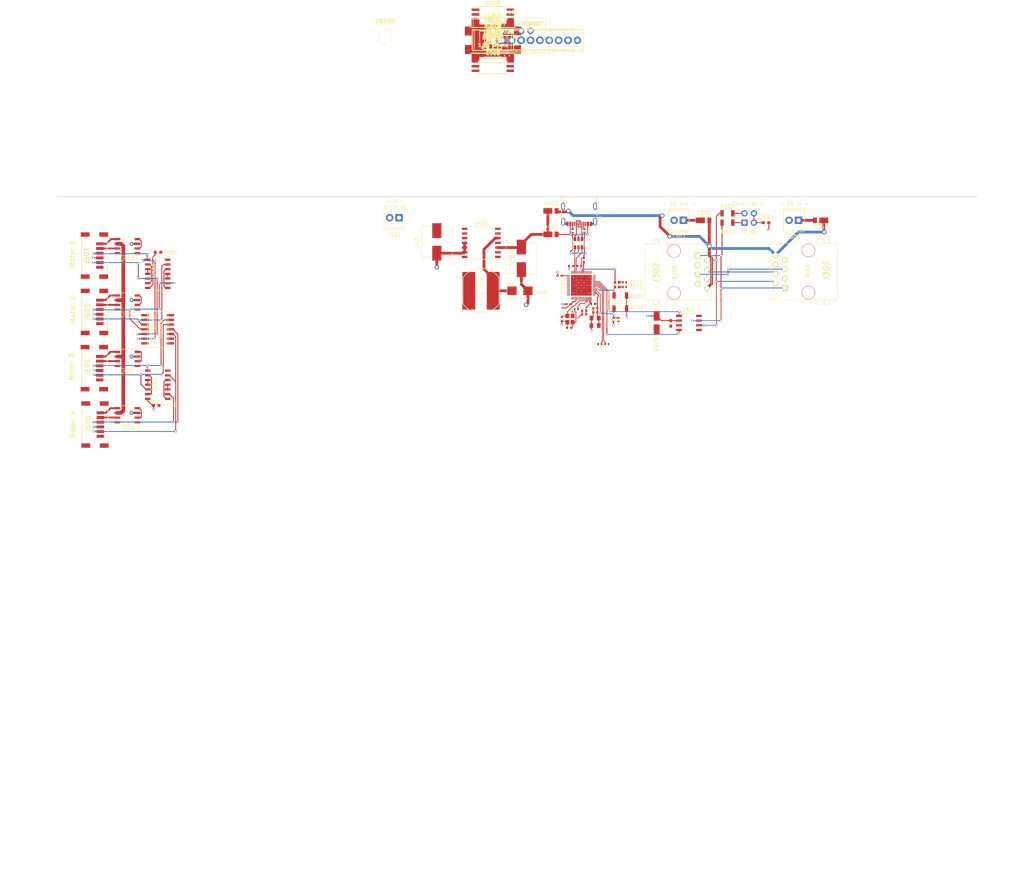
<source format=kicad_pcb>
(kicad_pcb (version 4) (host pcbnew 4.0.7+dfsg1-1ubuntu2)
  (layers (0 F.Cu signal) (31 B.Cu signal) (34 B.Paste user hide) (35 F.Paste user hide) (36 B.SilkS user hide) (37 F.SilkS user) (38 B.Mask user hide) (39 F.Mask user) (44 Edge.Cuts user))
  (net 0 "")
  (net 1 /MCU/VDD3P3)
  (net 2 GND)
  (net 3 +3V3)
  (net 4 /MCU/RESET)
  (net 5 "Net-(C213-Pad2)")
  (net 6 "Net-(C214-Pad2)")
  (net 7 /MCU/D-)
  (net 8 /MCU/D+)
  (net 9 "Net-(C217-Pad1)")
  (net 10 "Net-(C303-Pad1)")
  (net 11 "CAN +12V")
  (net 12 "Net-(C802-Pad1)")
  (net 13 "Net-(C803-Pad1)")
  (net 14 "Net-(C804-Pad1)")
  (net 15 "Net-(C805-Pad1)")
  (net 16 "Net-(C807-Pad1)")
  (net 17 "Net-(C808-Pad1)")
  (net 18 "Net-(C809-Pad1)")
  (net 19 "Net-(C810-Pad1)")
  (net 20 "Net-(C901-Pad1)")
  (net 21 "Net-(C902-Pad1)")
  (net 22 "Net-(C903-Pad1)")
  (net 23 "Net-(C904-Pad1)")
  (net 24 "Net-(C905-Pad1)")
  (net 25 "Net-(C906-Pad1)")
  (net 26 "Net-(C907-Pad1)")
  (net 27 "Net-(C908-Pad1)")
  (net 28 "Net-(D201-Pad2)")
  (net 29 "/MCU/GPIO15(Act1)")
  (net 30 "Net-(D202-Pad2)")
  (net 31 "/MCU/GPIO0(Act2)")
  (net 32 "Net-(D301-Pad2)")
  (net 33 "Net-(D302-Pad1)")
  (net 34 "Net-(D401-Pad1)")
  (net 35 SMPower)
  (net 36 "Net-(D901-Pad1)")
  (net 37 "Net-(D901-Pad2)")
  (net 38 "Net-(D902-Pad1)")
  (net 39 "Net-(D902-Pad2)")
  (net 40 "Net-(D903-Pad1)")
  (net 41 "Net-(D903-Pad2)")
  (net 42 "Net-(D904-Pad1)")
  (net 43 "Net-(D904-Pad2)")
  (net 44 "Net-(D909-Pad2)")
  (net 45 /MCU/OD1)
  (net 46 "Net-(D910-Pad2)")
  (net 47 /MCU/OD2)
  (net 48 "Net-(D911-Pad2)")
  (net 49 /MCU/OD3)
  (net 50 "Net-(D912-Pad2)")
  (net 51 /MCU/OD4)
  (net 52 "Net-(D913-Pad1)")
  (net 53 "Net-(D913-Pad2)")
  (net 54 "Net-(D914-Pad1)")
  (net 55 "Net-(D914-Pad2)")
  (net 56 "Net-(D915-Pad1)")
  (net 57 "Net-(D915-Pad2)")
  (net 58 "Net-(D916-Pad1)")
  (net 59 "Net-(D916-Pad2)")
  (net 60 "Net-(D921-Pad2)")
  (net 61 /MCU/OD5)
  (net 62 "Net-(D922-Pad2)")
  (net 63 /MCU/OD6)
  (net 64 "Net-(D923-Pad2)")
  (net 65 /MCU/OD7)
  (net 66 "Net-(D924-Pad2)")
  (net 67 /MCU/OD8)
  (net 68 +12V)
  (net 69 "Net-(IC201-Pad1)")
  (net 70 "Net-(IC201-Pad6)")
  (net 71 /MCU/SDA)
  (net 72 /MCU/SCL)
  (net 73 "/CAN Transciver/CAN_RX")
  (net 74 "/CAN Transciver/CAN_TX")
  (net 75 "Net-(IC201-Pad11)")
  (net 76 "Net-(IC201-Pad12)")
  (net 77 "Net-(IC201-Pad15)")
  (net 78 "Net-(IC201-Pad16)")
  (net 79 "Net-(IC201-Pad17)")
  (net 80 "Net-(IC201-Pad18)")
  (net 81 "Net-(IC201-Pad19)")
  (net 82 "Net-(IC201-Pad22)")
  (net 83 "Net-(IC201-Pad23)")
  (net 84 "Net-(IC201-Pad24)")
  (net 85 "Net-(IC201-Pad13)")
  (net 86 "Net-(IC201-Pad14)")
  (net 87 "Net-(IC201-Pad27)")
  (net 88 "Net-(IC201-Pad28)")
  (net 89 "Net-(IC201-Pad42)")
  (net 90 "Net-(IC201-Pad41)")
  (net 91 "Net-(IC201-Pad39)")
  (net 92 "Net-(IC201-Pad38)")
  (net 93 "Net-(IC201-Pad40)")
  (net 94 "Net-(IC201-Pad35)")
  (net 95 "Net-(IC201-Pad34)")
  (net 96 "Net-(IC201-Pad33)")
  (net 97 "Net-(IC201-Pad36)")
  (net 98 "Net-(IC201-Pad37)")
  (net 99 "Net-(IC201-Pad30)")
  (net 100 "Net-(IC201-Pad31)")
  (net 101 "Net-(IC201-Pad32)")
  (net 102 "Net-(IC201-Pad51)")
  (net 103 "Net-(IC201-Pad49)")
  (net 104 "Net-(IC201-Pad52)")
  (net 105 "Net-(IC201-Pad50)")
  (net 106 "Net-(IC201-Pad54)")
  (net 107 "Net-(IC201-Pad45)")
  (net 108 "Net-(IC201-Pad47)")
  (net 109 "Net-(IC201-Pad44)")
  (net 110 "Net-(IC201-Pad43)")
  (net 111 "Net-(IC201-Pad48)")
  (net 112 "Net-(IC202-Pad4)")
  (net 113 "Net-(IC202-Pad6)")
  (net 114 VBUS)
  (net 115 /Line8)
  (net 116 /Line7)
  (net 117 /Line6)
  (net 118 /Line5)
  (net 119 /Line4)
  (net 120 /Line3)
  (net 121 /Line2)
  (net 122 /Line1)
  (net 123 "/CAN Transciver/CANH")
  (net 124 "/CAN Transciver/CANL")
  (net 125 "Net-(J301-Pad4)")
  (net 126 "Net-(J301-Pad5)")
  (net 127 "/Stall Motors 1/M1A")
  (net 128 "/Stall Motors 1/M1B")
  (net 129 "/Stall Motors 1/P1A")
  (net 130 "/Stall Motors 1/P1B")
  (net 131 "Net-(J502-Pad6)")
  (net 132 "/Stall Motors 1/M2A")
  (net 133 "/Stall Motors 1/M2B")
  (net 134 "/Stall Motors 1/P2A")
  (net 135 "/Stall Motors 1/P2B")
  (net 136 "Net-(J503-Pad6)")
  (net 137 "/Stall Motors 1/M3A")
  (net 138 "/Stall Motors 1/M3B")
  (net 139 "/Stall Motors 1/P3A")
  (net 140 "/Stall Motors 1/P3B")
  (net 141 "Net-(J504-Pad6)")
  (net 142 "/Stall Motors 1/M4A")
  (net 143 "/Stall Motors 1/M4B")
  (net 144 "/Stall Motors 1/P4A")
  (net 145 "/Stall Motors 1/P4B")
  (net 146 "Net-(J505-Pad6)")
  (net 147 "/Stall Motors 2/M5A")
  (net 148 "/Stall Motors 2/M5B")
  (net 149 "/Stall Motors 2/P5A")
  (net 150 "/Stall Motors 2/P5B")
  (net 151 "Net-(J601-Pad6)")
  (net 152 "/Stall Motors 2/M6A")
  (net 153 "/Stall Motors 2/M6B")
  (net 154 "/Stall Motors 2/P6A")
  (net 155 "/Stall Motors 2/P6B")
  (net 156 "Net-(J602-Pad6)")
  (net 157 "/Stall Motors 2/M7A")
  (net 158 "/Stall Motors 2/M7B")
  (net 159 "/Stall Motors 2/P7A")
  (net 160 "/Stall Motors 2/P7B")
  (net 161 "Net-(J603-Pad6)")
  (net 162 "/Stall Motors 2/M8A")
  (net 163 "/Stall Motors 2/M8B")
  (net 164 "/Stall Motors 2/P8A")
  (net 165 "/Stall Motors 2/P8B")
  (net 166 "Net-(J604-Pad6)")
  (net 167 "Net-(JP301-Pad1)")
  (net 168 "Net-(JP301-Pad2)")
  (net 169 "Net-(JP1001-Pad1)")
  (net 170 "Net-(JP1002-Pad1)")
  (net 171 "Net-(JP1005-Pad1)")
  (net 172 "Net-(JP1006-Pad1)")
  (net 173 "Net-(JP1101-Pad1)")
  (net 174 "Net-(JP1102-Pad1)")
  (net 175 "Net-(JP1105-Pad1)")
  (net 176 "Net-(JP1106-Pad1)")
  (net 177 "Net-(P1001-Pad4)")
  (net 178 "Net-(P1001-Pad1)")
  (net 179 "Net-(P1001-Pad2)")
  (net 180 "Net-(P1001-Pad3)")
  (net 181 "Net-(P1001-Pad5)")
  (net 182 "Net-(P1001-Pad6)")
  (net 183 "Net-(P1001-Pad7)")
  (net 184 "Net-(P1001-Pad8)")
  (net 185 "Net-(P1002-Pad4)")
  (net 186 "Net-(P1002-Pad1)")
  (net 187 "Net-(P1002-Pad2)")
  (net 188 "Net-(P1002-Pad3)")
  (net 189 "Net-(P1002-Pad5)")
  (net 190 "Net-(P1002-Pad6)")
  (net 191 "Net-(P1002-Pad7)")
  (net 192 "Net-(P1002-Pad8)")
  (net 193 "Net-(P1101-Pad4)")
  (net 194 "Net-(P1101-Pad1)")
  (net 195 "Net-(P1101-Pad2)")
  (net 196 "Net-(P1101-Pad3)")
  (net 197 "Net-(P1101-Pad5)")
  (net 198 "Net-(P1101-Pad6)")
  (net 199 "Net-(P1101-Pad7)")
  (net 200 "Net-(P1101-Pad8)")
  (net 201 "Net-(P1102-Pad4)")
  (net 202 "Net-(P1102-Pad1)")
  (net 203 "Net-(P1102-Pad2)")
  (net 204 "Net-(P1102-Pad3)")
  (net 205 "Net-(P1102-Pad5)")
  (net 206 "Net-(P1102-Pad6)")
  (net 207 "Net-(P1102-Pad7)")
  (net 208 "Net-(P1102-Pad8)")
  (net 209 "Net-(R201-Pad2)")
  (net 210 "Net-(R202-Pad2)")
  (net 211 "Net-(R203-Pad2)")
  (net 212 "Net-(R210-Pad2)")
  (net 213 "Net-(R211-Pad2)")
  (net 214 "Net-(R701-Pad1)")
  (net 215 "Net-(R701-Pad2)")
  (net 216 "Net-(R703-Pad1)")
  (net 217 "Net-(R703-Pad2)")
  (net 218 "Net-(R705-Pad1)")
  (net 219 "Net-(R705-Pad2)")
  (net 220 "Net-(R707-Pad1)")
  (net 221 "Net-(R707-Pad2)")
  (net 222 "Net-(R709-Pad1)")
  (net 223 "Net-(R709-Pad2)")
  (net 224 "Net-(R711-Pad1)")
  (net 225 "Net-(R711-Pad2)")
  (net 226 "Net-(R713-Pad1)")
  (net 227 "Net-(R713-Pad2)")
  (net 228 "Net-(R715-Pad1)")
  (net 229 "Net-(R715-Pad2)")
  (net 230 "Net-(R901-Pad2)")
  (net 231 "Net-(R902-Pad2)")
  (net 232 "Net-(R903-Pad2)")
  (net 233 "Net-(R904-Pad2)")
  (net 234 "Net-(R913-Pad2)")
  (net 235 "Net-(R914-Pad2)")
  (net 236 "Net-(R915-Pad2)")
  (net 237 "Net-(R916-Pad2)")
  (net 238 "Net-(R1101-Pad1)")
  (net 239 "Net-(RP1001-Pad1)")
  (net 240 "Net-(RP1001-Pad2)")
  (net 241 "Net-(RP1001-Pad3)")
  (net 242 "Net-(RP1001-Pad4)")
  (net 243 "Net-(RP1001-Pad5)")
  (net 244 "Net-(RP1001-Pad6)")
  (net 245 "Net-(RP1001-Pad7)")
  (net 246 "Net-(RP1001-Pad8)")
  (net 247 "Net-(RP1002-Pad1)")
  (net 248 "Net-(RP1002-Pad2)")
  (net 249 "Net-(RP1002-Pad3)")
  (net 250 "Net-(RP1002-Pad4)")
  (net 251 "Net-(RP1002-Pad5)")
  (net 252 "Net-(RP1002-Pad6)")
  (net 253 "Net-(RP1002-Pad7)")
  (net 254 "Net-(RP1002-Pad8)")
  (net 255 "Net-(RP1101-Pad1)")
  (net 256 "Net-(RP1101-Pad2)")
  (net 257 "Net-(RP1101-Pad3)")
  (net 258 "Net-(RP1101-Pad4)")
  (net 259 "Net-(RP1101-Pad5)")
  (net 260 "Net-(RP1101-Pad6)")
  (net 261 "Net-(RP1101-Pad7)")
  (net 262 "Net-(RP1101-Pad8)")
  (net 263 "Net-(RP1102-Pad1)")
  (net 264 "Net-(RP1102-Pad2)")
  (net 265 "Net-(RP1102-Pad3)")
  (net 266 "Net-(RP1102-Pad4)")
  (net 267 "Net-(RP1102-Pad5)")
  (net 268 "Net-(RP1102-Pad6)")
  (net 269 "Net-(RP1102-Pad7)")
  (net 270 "Net-(RP1102-Pad8)")
  (net 271 "Net-(RR501-Pad1)")
  (net 272 "Net-(RR501-Pad2)")
  (net 273 "Net-(RR501-Pad7)")
  (net 274 "Net-(RR501-Pad8)")
  (net 275 "Net-(RR501-Pad9)")
  (net 276 "Net-(RR601-Pad1)")
  (net 277 "Net-(RR601-Pad2)")
  (net 278 "Net-(RR601-Pad7)")
  (net 279 "Net-(RR601-Pad8)")
  (net 280 "Net-(RR601-Pad9)")
  (net 281 VPower)
  (net 282 /LED/Drivers/LED1)
  (net 283 /LED/Drivers/LED2)
  (net 284 /LED/Drivers/LED3)
  (net 285 /LED/Drivers/LED4)
  (net 286 /LED/Drivers/LED5)
  (net 287 /LED/Drivers/LED6)
  (net 288 /LED/Drivers/LED7)
  (net 289 /LED/Drivers/LED8)
  (net 290 "Net-(U201-Pad19)")
  (net 291 "Net-(U201-Pad20)")
  (net 292 /MCU/Points1)
  (net 293 /MCU/Points2)
  (net 294 /MCU/Points3)
  (net 295 /MCU/Points4)
  (net 296 /MCU/Points5)
  (net 297 /MCU/Points6)
  (net 298 /MCU/Points7)
  (net 299 /MCU/Points8)
  (net 300 "Net-(U202-Pad19)")
  (net 301 "Net-(U202-Pad20)")
  (net 302 /MCU/Motor1)
  (net 303 /MCU/Motor2)
  (net 304 /MCU/Motor3)
  (net 305 /MCU/Motor4)
  (net 306 /MCU/Motor5)
  (net 307 /MCU/Motor6)
  (net 308 /MCU/Motor7)
  (net 309 /MCU/Motor8)
  (net 310 "Net-(U203-Pad19)")
  (net 311 "Net-(U203-Pad20)")
  (net 312 /Buttons/Button1)
  (net 313 /Buttons/Button2)
  (net 314 /Buttons/Button3)
  (net 315 /Buttons/Button4)
  (net 316 /Buttons/Button5)
  (net 317 /Buttons/Button6)
  (net 318 /Buttons/Button7)
  (net 319 /Buttons/Button8)
  (net 320 "Net-(U301-Pad5)")
  (net 321 "Net-(U301-Pad8)")
  (net 322 "Net-(U401-Pad1)")
  (net 323 "Net-(U401-Pad2)")
  (net 324 "Net-(U401-Pad7)")
  (net 325 "Net-(U401-Pad8)")
  (net 326 "Net-(U401-Pad9)")
  (net 327 "Net-(U401-Pad11)")
  (net 328 "Net-(U401-Pad13)")
  (net 329 "Net-(U401-Pad14)")
  (net 330 "Net-(U501-Pad2)")
  (net 331 "Net-(U501-Pad10)")
  (net 332 "Net-(U502-Pad2)")
  (net 333 "Net-(U502-Pad10)")
  (net 334 "Net-(U601-Pad2)")
  (net 335 "Net-(U601-Pad10)")
  (net 336 "Net-(U602-Pad2)")
  (net 337 "Net-(U602-Pad10)")
  (net 338 "Net-(U801-Pad2)")
  (net 339 "Net-(U801-Pad4)")
  (net 340 "Net-(U802-Pad2)")
  (net 341 "Net-(U802-Pad4)")
  (net 342 "Net-(U1001-Pad6)")
  (net 343 "Net-(U1001-Pad7)")
  (net 344 "Net-(U1001-Pad8)")
  (net 345 "Net-(U1001-Pad9)")
  (net 346 "Net-(U1001-Pad10)")
  (net 347 "Net-(U1001-Pad11)")
  (net 348 "Net-(U1001-Pad12)")
  (net 349 "Net-(U1001-Pad13)")
  (net 350 "Net-(U1001-Pad15)")
  (net 351 "Net-(U1001-Pad16)")
  (net 352 "Net-(U1001-Pad17)")
  (net 353 "Net-(U1001-Pad18)")
  (net 354 "Net-(U1001-Pad19)")
  (net 355 "Net-(U1001-Pad20)")
  (net 356 "Net-(U1001-Pad21)")
  (net 357 "Net-(U1001-Pad22)")
  (net 358 "Net-(U1101-Pad6)")
  (net 359 "Net-(U1101-Pad7)")
  (net 360 "Net-(U1101-Pad8)")
  (net 361 "Net-(U1101-Pad9)")
  (net 362 "Net-(U1101-Pad10)")
  (net 363 "Net-(U1101-Pad11)")
  (net 364 "Net-(U1101-Pad12)")
  (net 365 "Net-(U1101-Pad13)")
  (net 366 "Net-(U1101-Pad15)")
  (net 367 "Net-(U1101-Pad16)")
  (net 368 "Net-(U1101-Pad17)")
  (net 369 "Net-(U1101-Pad18)")
  (net 370 "Net-(U1101-Pad19)")
  (net 371 "Net-(U1101-Pad20)")
  (net 372 "Net-(U1101-Pad21)")
  (net 373 "Net-(U1101-Pad22)")
  (net 374 "Net-(J201-PadA8)")
  (net 375 "Net-(J201-PadB5)")
  (net 376 "Net-(J201-PadA5)")
  (net 377 "Net-(J201-PadB8)")
  (net 378 "Net-(C402-Pad1)")
  (module Capacitors_SMD:C_0805 (layer F.Cu) (at 171.069 52.578 180)
    (fp_text reference C201 (at 2.032 0.254 270) (layer F.SilkS) (effects (font (size 0.25 0.25) (thickness 0.0375))))
    (fp_text value 10uf)
    (pad 1 smd rect (at -1 0 180) (size 1 1.25) (layers F.Cu F.Paste F.Mask) (net 1 /MCU/VDD3P3))
    (pad 2 smd rect (at 1 0 180) (size 1 1.25) (layers F.Cu F.Paste F.Mask) (net 2 GND))
  )
  (module Capacitors_SMD:C_0805 (layer F.Cu) (at 171.069 50.546 180)
    (fp_text reference C202 (at 2.032 0 270) (layer F.SilkS) (effects (font (size 0.25 0.25) (thickness 0.0375))))
    (fp_text value 10uf)
    (pad 1 smd rect (at -1 0 180) (size 1 1.25) (layers F.Cu F.Paste F.Mask) (net 1 /MCU/VDD3P3))
    (pad 2 smd rect (at 1 0 180) (size 1 1.25) (layers F.Cu F.Paste F.Mask) (net 2 GND))
  )
  (module Capacitors_SMD:C_0402 (layer F.Cu) (at 171.111 49.022 180)
    (fp_text reference C203 (at 1.312 0 270) (layer F.SilkS) (effects (font (size 0.25 0.25) (thickness 0.0375))))
    (fp_text value 1uf)
    (pad 1 smd rect (at -0.55 0 180) (size 0.6 0.5) (layers F.Cu F.Paste F.Mask) (net 1 /MCU/VDD3P3))
    (pad 2 smd rect (at 0.55 0 180) (size 0.6 0.5) (layers F.Cu F.Paste F.Mask) (net 2 GND))
  )
  (module Capacitors_SMD:C_0402 (layer F.Cu) (at 163.872 46.7995 180)
    (fp_text reference C204 (at 0.1055 -0.6985 180) (layer F.SilkS) (effects (font (size 0.25 0.25) (thickness 0.0375))))
    (fp_text value 100nf)
    (pad 1 smd rect (at -0.55 0 180) (size 0.6 0.5) (layers F.Cu F.Paste F.Mask) (net 3 +3V3))
    (pad 2 smd rect (at 0.55 0 180) (size 0.6 0.5) (layers F.Cu F.Paste F.Mask) (net 2 GND))
  )
  (module Capacitors_SMD:C_0402 (layer F.Cu) (at 171.111 47.879 180)
    (fp_text reference C205 (at 1.312 0 270) (layer F.SilkS) (effects (font (size 0.25 0.25) (thickness 0.0375))))
    (fp_text value 100nf)
    (pad 1 smd rect (at -0.55 0 180) (size 0.6 0.5) (layers F.Cu F.Paste F.Mask) (net 1 /MCU/VDD3P3))
    (pad 2 smd rect (at 0.55 0 180) (size 0.6 0.5) (layers F.Cu F.Paste F.Mask) (net 2 GND))
  )
  (module Capacitors_SMD:C_0402 (layer F.Cu) (at 143.4211 -24.5364)
    (fp_text reference C206 (at 0 -1.27) (layer F.SilkS))
    (fp_text value 100nf)
    (pad 1 smd rect (at -0.55 0) (size 0.6 0.5) (layers F.Cu F.Paste F.Mask) (net 3 +3V3))
    (pad 2 smd rect (at 0.55 0) (size 0.6 0.5) (layers F.Cu F.Paste F.Mask) (net 2 GND))
  )
  (module Capacitors_SMD:C_0402 (layer F.Cu) (at 143.4211 -24.5364)
    (fp_text reference C207 (at 0 -1.27) (layer F.SilkS))
    (fp_text value 100nf)
    (pad 1 smd rect (at -0.55 0) (size 0.6 0.5) (layers F.Cu F.Paste F.Mask) (net 3 +3V3))
    (pad 2 smd rect (at 0.55 0) (size 0.6 0.5) (layers F.Cu F.Paste F.Mask) (net 2 GND))
  )
  (module Capacitors_SMD:C_0402 (layer F.Cu) (at 168.106 49.5935 180)
    (fp_text reference C208 (at 0 -0.5715 180) (layer F.SilkS) (effects (font (size 0.25 0.25) (thickness 0.0375))))
    (fp_text value 1uf)
    (pad 1 smd rect (at -0.55 0 180) (size 0.6 0.5) (layers F.Cu F.Paste F.Mask) (net 3 +3V3))
    (pad 2 smd rect (at 0.55 0 180) (size 0.6 0.5) (layers F.Cu F.Paste F.Mask) (net 2 GND))
  )
  (module Capacitors_SMD:C_0402 (layer F.Cu) (at 168.106 48.5775 180)
    (fp_text reference C209 (at -0.042 0.635 180) (layer F.SilkS) (effects (font (size 0.25 0.25) (thickness 0.0375))))
    (fp_text value 100pf)
    (pad 1 smd rect (at -0.55 0 180) (size 0.6 0.5) (layers F.Cu F.Paste F.Mask) (net 3 +3V3))
    (pad 2 smd rect (at 0.55 0 180) (size 0.6 0.5) (layers F.Cu F.Paste F.Mask) (net 2 GND))
  )
  (module Capacitors_SMD:C_0402 (layer F.Cu) (at 176.022 51.012 270)
    (fp_text reference C210 (at 1.82 0 270) (layer F.SilkS) (effects (font (size 0.25 0.25) (thickness 0.0375))))
    (fp_text value 1uf)
    (pad 1 smd rect (at -0.55 0 270) (size 0.6 0.5) (layers F.Cu F.Paste F.Mask) (net 4 /MCU/RESET))
    (pad 2 smd rect (at 0.55 0 270) (size 0.6 0.5) (layers F.Cu F.Paste F.Mask) (net 2 GND))
  )
  (module Capacitors_SMD:C_0402 (layer F.Cu) (at 143.4211 -24.5364)
    (fp_text reference C211 (at 0 -1.27) (layer F.SilkS))
    (fp_text value 100nf)
    (pad 1 smd rect (at -0.55 0) (size 0.6 0.5) (layers F.Cu F.Paste F.Mask) (net 3 +3V3))
    (pad 2 smd rect (at 0.55 0) (size 0.6 0.5) (layers F.Cu F.Paste F.Mask) (net 2 GND))
  )
  (module Capacitors_SMD:C_0402 (layer F.Cu) (at 168.021 34.84 90)
    (fp_text reference C212 (at 0 0.8255 90) (layer F.SilkS) (effects (font (size 0.25 0.25) (thickness 0.0375))))
    (fp_text value 100nf)
    (pad 1 smd rect (at -0.55 0 90) (size 0.6 0.5) (layers F.Cu F.Paste F.Mask) (net 3 +3V3))
    (pad 2 smd rect (at 0.55 0 90) (size 0.6 0.5) (layers F.Cu F.Paste F.Mask) (net 2 GND))
  )
  (module Capacitors_SMD:C_0402 (layer F.Cu) (at 164.042 53.213)
    (fp_text reference C213 (at 0.677 1.016 90) (layer F.SilkS) (effects (font (size 0.25 0.25) (thickness 0.0375))))
    (fp_text value 22pf)
    (pad 1 smd rect (at -0.55 0) (size 0.6 0.5) (layers F.Cu F.Paste F.Mask) (net 2 GND))
    (pad 2 smd rect (at 0.55 0) (size 0.6 0.5) (layers F.Cu F.Paste F.Mask) (net 5 "Net-(C213-Pad2)"))
  )
  (module Capacitors_SMD:C_0402 (layer F.Cu) (at 162.052 50.842 90)
    (fp_text reference C214 (at -0.72 -1.016 180) (layer F.SilkS) (effects (font (size 0.25 0.25) (thickness 0.0375))))
    (fp_text value 22pf)
    (pad 1 smd rect (at -0.55 0 90) (size 0.6 0.5) (layers F.Cu F.Paste F.Mask) (net 2 GND))
    (pad 2 smd rect (at 0.55 0 90) (size 0.6 0.5) (layers F.Cu F.Paste F.Mask) (net 6 "Net-(C214-Pad2)"))
  )
  (module Capacitors_SMD:C_0402 (layer F.Cu) (at 166.793 36.449 180)
    (fp_text reference C215 (at -0.0215 0.8255 180) (layer F.SilkS) (effects (font (size 0.25 0.25) (thickness 0.0375))))
    (fp_text value 22pf)
    (pad 1 smd rect (at -0.55 0 180) (size 0.6 0.5) (layers F.Cu F.Paste F.Mask) (net 2 GND))
    (pad 2 smd rect (at 0.55 0 180) (size 0.6 0.5) (layers F.Cu F.Paste F.Mask) (net 7 /MCU/D-))
  )
  (module Capacitors_SMD:C_0402 (layer F.Cu) (at 164.5705 36.449 180)
    (fp_text reference C216 (at 0.042 0.762 180) (layer F.SilkS) (effects (font (size 0.25 0.25) (thickness 0.0375))))
    (fp_text value 22pf)
    (pad 1 smd rect (at -0.55 0 180) (size 0.6 0.5) (layers F.Cu F.Paste F.Mask) (net 8 /MCU/D+))
    (pad 2 smd rect (at 0.55 0 180) (size 0.6 0.5) (layers F.Cu F.Paste F.Mask) (net 2 GND))
  )
  (module Capacitors_SMD:C_0402 (layer F.Cu) (at 161.459 39.116 180)
    (fp_text reference C217 (at 0 -0.762 180) (layer F.SilkS) (effects (font (size 0.25 0.25) (thickness 0.0375))))
    (fp_text value 1uf)
    (pad 1 smd rect (at -0.55 0 180) (size 0.6 0.5) (layers F.Cu F.Paste F.Mask) (net 9 "Net-(C217-Pad1)"))
    (pad 2 smd rect (at 0.55 0 180) (size 0.6 0.5) (layers F.Cu F.Paste F.Mask) (net 2 GND))
  )
  (module Capacitors_SMD:C_0603 (layer F.Cu) (at 191.516 51.9945 90)
    (fp_text reference C301 (at -5.6 -3.81 90) (layer F.SilkS))
    (fp_text value ".1 uf")
    (pad 2 smd rect (at 0.75 0 90) (size 0.8 0.75) (layers F.Cu F.Paste F.Mask) (net 2 GND))
    (pad 1 smd rect (at -0.75 0 90) (size 0.8 0.75) (layers F.Cu F.Paste F.Mask) (net 3 +3V3))
  )
  (module Capacitors_SMD:CP_Elec_4x5.7 (layer F.Cu) (at 187.706 51.7745 90)
    (fp_text reference C302 (at -5.82 0 90) (layer F.SilkS))
    (fp_text value "15 uf 15V")
    (fp_text user + (at -2.77 2.01 90) (layer F.SilkS))
    (pad 1 smd rect (at -1.8 0 270) (size 2.6 1.6) (layers F.Cu F.Paste F.Mask) (net 3 +3V3))
    (pad 2 smd rect (at 1.8 0 270) (size 2.6 1.6) (layers F.Cu F.Paste F.Mask) (net 2 GND))
  )
  (module Capacitors_SMD:C_0603 (layer F.Cu) (at 217.285 24.765)
    (fp_text reference C303 (at 0 -1.5) (layer F.SilkS))
    (fp_text value "47 nf")
    (pad 2 smd rect (at 0.75 0) (size 0.8 0.75) (layers F.Cu F.Paste F.Mask) (net 2 GND))
    (pad 1 smd rect (at -0.75 0) (size 0.8 0.75) (layers F.Cu F.Paste F.Mask) (net 10 "Net-(C303-Pad1)"))
  )
  (module Capacitors_SMD:CP_Elec_8x10 (layer F.Cu) (at 128.27 29.97 270)
    (fp_text reference C401 (at 0 5.45 270) (layer F.SilkS))
    (fp_text value "220 uf 25V")
    (fp_text user + (at -4.78 3.9 270) (layer F.SilkS))
    (pad 1 smd rect (at -3.05 0 90) (size 4 2.5) (layers F.Cu F.Paste F.Mask) (net 3 +3V3))
    (pad 2 smd rect (at 3.05 0 90) (size 4 2.5) (layers F.Cu F.Paste F.Mask) (net 2 GND))
  )
  (module Capacitors_SMD:CP_Elec_8x10 (layer F.Cu) (at 151.13 34.415 270)
    (fp_text reference C402 (at 0 3 270) (layer F.SilkS))
    (fp_text value "22 uf 100V")
    (fp_text user + (at -4.78 3.9 270) (layer F.SilkS))
    (pad 1 smd rect (at -3.05 0 90) (size 4 2.5) (layers F.Cu F.Paste F.Mask) (net 378 "Net-(C402-Pad1)"))
    (pad 2 smd rect (at 3.05 0 90) (size 4 2.5) (layers F.Cu F.Paste F.Mask) (net 2 GND))
  )
  (module Capacitors_SMD:C_0603 (layer F.Cu) (at 52.8835 32.766 180)
    (fp_text reference C501 (at -3.6315 -0.127 180) (layer F.SilkS))
    (fp_text value ".1 uf")
    (pad 2 smd rect (at 0.75 0 180) (size 0.8 0.75) (layers F.Cu F.Paste F.Mask) (net 2 GND))
    (pad 1 smd rect (at -0.75 0 180) (size 0.8 0.75) (layers F.Cu F.Paste F.Mask) (net 3 +3V3))
  )
  (module Capacitors_SMD:C_0603 (layer F.Cu) (at 52.3995 74.168 180)
    (fp_text reference C502 (at -3.798 0.0635 180) (layer F.SilkS))
    (fp_text value ".1 uf")
    (pad 2 smd rect (at 0.75 0 180) (size 0.8 0.75) (layers F.Cu F.Paste F.Mask) (net 2 GND))
    (pad 1 smd rect (at -0.75 0 180) (size 0.8 0.75) (layers F.Cu F.Paste F.Mask) (net 3 +3V3))
  )
  (module Capacitors_SMD:C_0603 (layer F.Cu) (at 143.4211 -24.5364)
    (fp_text reference C601 (at 0 -1.5) (layer F.SilkS))
    (fp_text value ".1 uf")
    (pad 2 smd rect (at 0.75 0) (size 0.8 0.75) (layers F.Cu F.Paste F.Mask) (net 2 GND))
    (pad 1 smd rect (at -0.75 0) (size 0.8 0.75) (layers F.Cu F.Paste F.Mask) (net 3 +3V3))
  )
  (module Capacitors_SMD:C_0603 (layer F.Cu) (at 143.4211 -24.5364)
    (fp_text reference C602 (at 0 -1.5) (layer F.SilkS))
    (fp_text value ".1 uf")
    (pad 2 smd rect (at 0.75 0) (size 0.8 0.75) (layers F.Cu F.Paste F.Mask) (net 2 GND))
    (pad 1 smd rect (at -0.75 0) (size 0.8 0.75) (layers F.Cu F.Paste F.Mask) (net 3 +3V3))
  )
  (module Capacitors_SMD:C_0603 (layer F.Cu) (at 143.4211 -24.5364)
    (fp_text reference C801 (at 0 -1.5) (layer F.SilkS))
    (fp_text value ".1 uf")
    (pad 2 smd rect (at 0.75 0) (size 0.8 0.75) (layers F.Cu F.Paste F.Mask) (net 2 GND))
    (pad 1 smd rect (at -0.75 0) (size 0.8 0.75) (layers F.Cu F.Paste F.Mask) (net 3 +3V3))
  )
  (module Capacitors_SMD:C_0603 (layer F.Cu) (at 143.4211 -24.5364)
    (fp_text reference C802 (at 0 -1.5) (layer F.SilkS))
    (fp_text value "10 nf")
    (pad 2 smd rect (at 0.75 0) (size 0.8 0.75) (layers F.Cu F.Paste F.Mask) (net 2 GND))
    (pad 1 smd rect (at -0.75 0) (size 0.8 0.75) (layers F.Cu F.Paste F.Mask) (net 12 "Net-(C802-Pad1)"))
  )
  (module Capacitors_SMD:C_0603 (layer F.Cu) (at 143.4211 -24.5364)
    (fp_text reference C803 (at 0 -1.5) (layer F.SilkS))
    (fp_text value "10 nf")
    (pad 2 smd rect (at 0.75 0) (size 0.8 0.75) (layers F.Cu F.Paste F.Mask) (net 2 GND))
    (pad 1 smd rect (at -0.75 0) (size 0.8 0.75) (layers F.Cu F.Paste F.Mask) (net 13 "Net-(C803-Pad1)"))
  )
  (module Capacitors_SMD:C_0603 (layer F.Cu) (at 143.4211 -24.5364)
    (fp_text reference C804 (at 0 -1.5) (layer F.SilkS))
    (fp_text value "10 nf")
    (pad 2 smd rect (at 0.75 0) (size 0.8 0.75) (layers F.Cu F.Paste F.Mask) (net 2 GND))
    (pad 1 smd rect (at -0.75 0) (size 0.8 0.75) (layers F.Cu F.Paste F.Mask) (net 14 "Net-(C804-Pad1)"))
  )
  (module Capacitors_SMD:C_0603 (layer F.Cu) (at 143.4211 -24.5364)
    (fp_text reference C805 (at 0 -1.5) (layer F.SilkS))
    (fp_text value "10 nf")
    (pad 2 smd rect (at 0.75 0) (size 0.8 0.75) (layers F.Cu F.Paste F.Mask) (net 2 GND))
    (pad 1 smd rect (at -0.75 0) (size 0.8 0.75) (layers F.Cu F.Paste F.Mask) (net 15 "Net-(C805-Pad1)"))
  )
  (module Capacitors_SMD:C_0603 (layer F.Cu) (at 143.4211 -24.5364)
    (fp_text reference C806 (at 0 -1.5) (layer F.SilkS))
    (fp_text value ".1 uf")
    (pad 2 smd rect (at 0.75 0) (size 0.8 0.75) (layers F.Cu F.Paste F.Mask) (net 2 GND))
    (pad 1 smd rect (at -0.75 0) (size 0.8 0.75) (layers F.Cu F.Paste F.Mask) (net 3 +3V3))
  )
  (module Capacitors_SMD:C_0603 (layer F.Cu) (at 143.4211 -24.5364)
    (fp_text reference C807 (at 0 -1.5) (layer F.SilkS))
    (fp_text value "10 nf")
    (pad 2 smd rect (at 0.75 0) (size 0.8 0.75) (layers F.Cu F.Paste F.Mask) (net 2 GND))
    (pad 1 smd rect (at -0.75 0) (size 0.8 0.75) (layers F.Cu F.Paste F.Mask) (net 16 "Net-(C807-Pad1)"))
  )
  (module Capacitors_SMD:C_0603 (layer F.Cu) (at 143.4211 -24.5364)
    (fp_text reference C808 (at 0 -1.5) (layer F.SilkS))
    (fp_text value "10 nf")
    (pad 2 smd rect (at 0.75 0) (size 0.8 0.75) (layers F.Cu F.Paste F.Mask) (net 2 GND))
    (pad 1 smd rect (at -0.75 0) (size 0.8 0.75) (layers F.Cu F.Paste F.Mask) (net 17 "Net-(C808-Pad1)"))
  )
  (module Capacitors_SMD:C_0603 (layer F.Cu) (at 143.4211 -24.5364)
    (fp_text reference C809 (at 0 -1.5) (layer F.SilkS))
    (fp_text value "10 nf")
    (pad 2 smd rect (at 0.75 0) (size 0.8 0.75) (layers F.Cu F.Paste F.Mask) (net 2 GND))
    (pad 1 smd rect (at -0.75 0) (size 0.8 0.75) (layers F.Cu F.Paste F.Mask) (net 18 "Net-(C809-Pad1)"))
  )
  (module Capacitors_SMD:C_0603 (layer F.Cu) (at 143.4211 -24.5364)
    (fp_text reference C810 (at 0 -1.5) (layer F.SilkS))
    (fp_text value "10 nf")
    (pad 2 smd rect (at 0.75 0) (size 0.8 0.75) (layers F.Cu F.Paste F.Mask) (net 2 GND))
    (pad 1 smd rect (at -0.75 0) (size 0.8 0.75) (layers F.Cu F.Paste F.Mask) (net 19 "Net-(C810-Pad1)"))
  )
  (module Capacitors_SMD:CP_Elec_4x5.7 (layer F.Cu) (at 143.4211 -24.5364)
    (fp_text reference C901 (at 0 3.54) (layer F.SilkS))
    (fp_text value "2.2uf 50V")
    (fp_text user + (at -2.77 2.01) (layer F.SilkS))
    (pad 1 smd rect (at -1.8 0 180) (size 2.6 1.6) (layers F.Cu F.Paste F.Mask) (net 20 "Net-(C901-Pad1)"))
    (pad 2 smd rect (at 1.8 0 180) (size 2.6 1.6) (layers F.Cu F.Paste F.Mask) (net 2 GND))
  )
  (module Capacitors_SMD:CP_Elec_4x5.7 (layer F.Cu) (at 143.4211 -24.5364)
    (fp_text reference C902 (at 0 3.54) (layer F.SilkS))
    (fp_text value "2.2uf 50V")
    (fp_text user + (at -2.77 2.01) (layer F.SilkS))
    (pad 1 smd rect (at -1.8 0 180) (size 2.6 1.6) (layers F.Cu F.Paste F.Mask) (net 21 "Net-(C902-Pad1)"))
    (pad 2 smd rect (at 1.8 0 180) (size 2.6 1.6) (layers F.Cu F.Paste F.Mask) (net 2 GND))
  )
  (module Capacitors_SMD:CP_Elec_4x5.7 (layer F.Cu) (at 143.4211 -24.5364)
    (fp_text reference C903 (at 0 3.54) (layer F.SilkS))
    (fp_text value "2.2uf 50V")
    (fp_text user + (at -2.77 2.01) (layer F.SilkS))
    (pad 1 smd rect (at -1.8 0 180) (size 2.6 1.6) (layers F.Cu F.Paste F.Mask) (net 22 "Net-(C903-Pad1)"))
    (pad 2 smd rect (at 1.8 0 180) (size 2.6 1.6) (layers F.Cu F.Paste F.Mask) (net 2 GND))
  )
  (module Capacitors_SMD:CP_Elec_4x5.7 (layer F.Cu) (at 143.4211 -24.5364)
    (fp_text reference C904 (at 0 3.54) (layer F.SilkS))
    (fp_text value "2.2uf 50V")
    (fp_text user + (at -2.77 2.01) (layer F.SilkS))
    (pad 1 smd rect (at -1.8 0 180) (size 2.6 1.6) (layers F.Cu F.Paste F.Mask) (net 23 "Net-(C904-Pad1)"))
    (pad 2 smd rect (at 1.8 0 180) (size 2.6 1.6) (layers F.Cu F.Paste F.Mask) (net 2 GND))
  )
  (module Capacitors_SMD:CP_Elec_4x5.7 (layer F.Cu) (at 143.4211 -24.5364)
    (fp_text reference C905 (at 0 3.54) (layer F.SilkS))
    (fp_text value "2.2uf 50V")
    (fp_text user + (at -2.77 2.01) (layer F.SilkS))
    (pad 1 smd rect (at -1.8 0 180) (size 2.6 1.6) (layers F.Cu F.Paste F.Mask) (net 24 "Net-(C905-Pad1)"))
    (pad 2 smd rect (at 1.8 0 180) (size 2.6 1.6) (layers F.Cu F.Paste F.Mask) (net 2 GND))
  )
  (module Capacitors_SMD:CP_Elec_4x5.7 (layer F.Cu) (at 143.4211 -24.5364)
    (fp_text reference C906 (at 0 3.54) (layer F.SilkS))
    (fp_text value "2.2uf 50V")
    (fp_text user + (at -2.77 2.01) (layer F.SilkS))
    (pad 1 smd rect (at -1.8 0 180) (size 2.6 1.6) (layers F.Cu F.Paste F.Mask) (net 25 "Net-(C906-Pad1)"))
    (pad 2 smd rect (at 1.8 0 180) (size 2.6 1.6) (layers F.Cu F.Paste F.Mask) (net 2 GND))
  )
  (module Capacitors_SMD:CP_Elec_4x5.7 (layer F.Cu) (at 143.4211 -24.5364)
    (fp_text reference C907 (at 0 3.54) (layer F.SilkS))
    (fp_text value "2.2uf 50V")
    (fp_text user + (at -2.77 2.01) (layer F.SilkS))
    (pad 1 smd rect (at -1.8 0 180) (size 2.6 1.6) (layers F.Cu F.Paste F.Mask) (net 26 "Net-(C907-Pad1)"))
    (pad 2 smd rect (at 1.8 0 180) (size 2.6 1.6) (layers F.Cu F.Paste F.Mask) (net 2 GND))
  )
  (module Capacitors_SMD:CP_Elec_4x5.7 (layer F.Cu) (at 143.4211 -24.5364)
    (fp_text reference C908 (at 0 3.54) (layer F.SilkS))
    (fp_text value "2.2uf 50V")
    (fp_text user + (at -2.77 2.01) (layer F.SilkS))
    (pad 1 smd rect (at -1.8 0 180) (size 2.6 1.6) (layers F.Cu F.Paste F.Mask) (net 27 "Net-(C908-Pad1)"))
    (pad 2 smd rect (at 1.8 0 180) (size 2.6 1.6) (layers F.Cu F.Paste F.Mask) (net 2 GND))
  )
  (module Capacitors_SMD:C_0603 (layer F.Cu) (at 143.4211 -24.5364)
    (fp_text reference C1001 (at 0 -1.5) (layer F.SilkS))
    (fp_text value ".1 uf")
    (pad 2 smd rect (at 0.75 0) (size 0.8 0.75) (layers F.Cu F.Paste F.Mask) (net 2 GND))
    (pad 1 smd rect (at -0.75 0) (size 0.8 0.75) (layers F.Cu F.Paste F.Mask) (net 3 +3V3))
  )
  (module Capacitors_SMD:C_0603 (layer F.Cu) (at 143.4211 -24.5364)
    (fp_text reference C1101 (at 0 -1.5) (layer F.SilkS))
    (fp_text value ".1 uf")
    (pad 2 smd rect (at 0.75 0) (size 0.8 0.75) (layers F.Cu F.Paste F.Mask) (net 2 GND))
    (pad 1 smd rect (at -0.75 0) (size 0.8 0.75) (layers F.Cu F.Paste F.Mask) (net 3 +3V3))
  )
  (module LEDs:LED_0402 (layer F.Cu) (at 176.996 40.894)
    (fp_text reference D201 (at -1.228 0 90) (layer F.SilkS) (effects (font (size 0.25 0.25) (thickness 0.0375))))
    (fp_text value ACT1 (at 5.122 0) (layer F.SilkS))
    (pad 2 smd rect (at 0.55 0 180) (size 0.6 0.7) (layers F.Cu F.Paste F.Mask) (net 28 "Net-(D201-Pad2)"))
    (pad 1 smd rect (at -0.55 0 180) (size 0.6 0.7) (layers F.Cu F.Paste F.Mask) (net 29 "/MCU/GPIO15(Act1)"))
  )
  (module LEDs:LED_0402 (layer F.Cu) (at 176.996 42.164)
    (fp_text reference D202 (at -1.228 0 90) (layer F.SilkS) (effects (font (size 0.25 0.25) (thickness 0.0375))))
    (fp_text value ACT2 (at 5.122 0) (layer F.SilkS))
    (pad 2 smd rect (at 0.55 0 180) (size 0.6 0.7) (layers F.Cu F.Paste F.Mask) (net 30 "Net-(D202-Pad2)"))
    (pad 1 smd rect (at -0.55 0 180) (size 0.6 0.7) (layers F.Cu F.Paste F.Mask) (net 31 "/MCU/GPIO0(Act2)"))
  )
  (module Diodes_SMD:D_PowerDI-123 (layer F.Cu) (at 232.03 24.13 180)
    (fp_text reference D301 (at 0 -2 180) (layer F.SilkS))
    (fp_text value DFLS240-7)
    (pad 1 smd rect (at -0.85 0) (size 2.4 1.5) (layers F.Cu F.Paste F.Mask) (net 11 "CAN +12V"))
    (pad 2 smd rect (at 1.525 0) (size 1.05 1.5) (layers F.Cu F.Paste F.Mask) (net 32 "Net-(D301-Pad2)"))
  )
  (module Diodes_SMD:D_PowerDI-123 (layer F.Cu) (at 200.405 24.13)
    (fp_text reference D302 (at 0 -2) (layer F.SilkS))
    (fp_text value DFLS240-7)
    (pad 1 smd rect (at -0.85 0 180) (size 2.4 1.5) (layers F.Cu F.Paste F.Mask) (net 33 "Net-(D302-Pad1)"))
    (pad 2 smd rect (at 1.525 0 180) (size 1.05 1.5) (layers F.Cu F.Paste F.Mask) (net 11 "CAN +12V"))
  )
  (module Diodes_SMD:D_SMB (layer F.Cu) (at 150.74 43.18)
    (fp_text reference D401 (at 5.978 0.508) (layer F.SilkS))
    (fp_text value "CMSH1-60 TR13")
    (pad 1 smd rect (at -2.15 0) (size 2.5 2.3) (layers F.Cu F.Paste F.Mask) (net 34 "Net-(D401-Pad1)"))
    (pad 2 smd rect (at 2.15 0) (size 2.5 2.3) (layers F.Cu F.Paste F.Mask) (net 2 GND))
  )
  (module Diodes_SMD:D_PowerDI-123 (layer F.Cu) (at 143.4211 -24.5364)
    (fp_text reference D501 (at 0 -2) (layer F.SilkS))
    (fp_text value DFLS240-7)
    (pad 1 smd rect (at -0.85 0 180) (size 2.4 1.5) (layers F.Cu F.Paste F.Mask) (net 35 SMPower))
    (pad 2 smd rect (at 1.525 0 180) (size 1.05 1.5) (layers F.Cu F.Paste F.Mask) (net 11 "CAN +12V"))
  )
  (module Diodes_SMD:D_SOD-123 (layer F.Cu) (at 143.4211 -24.5364)
    (fp_text reference D901 (at 0 -2) (layer F.SilkS))
    (fp_text value 1N4148)
    (pad 1 smd rect (at -1.65 0) (size 0.9 1.2) (layers F.Cu F.Paste F.Mask) (net 36 "Net-(D901-Pad1)"))
    (pad 2 smd rect (at 1.65 0) (size 0.9 1.2) (layers F.Cu F.Paste F.Mask) (net 37 "Net-(D901-Pad2)"))
  )
  (module Diodes_SMD:D_SOD-123 (layer F.Cu) (at 143.4211 -24.5364)
    (fp_text reference D902 (at 0 -2) (layer F.SilkS))
    (fp_text value 1N4148)
    (pad 1 smd rect (at -1.65 0) (size 0.9 1.2) (layers F.Cu F.Paste F.Mask) (net 38 "Net-(D902-Pad1)"))
    (pad 2 smd rect (at 1.65 0) (size 0.9 1.2) (layers F.Cu F.Paste F.Mask) (net 39 "Net-(D902-Pad2)"))
  )
  (module Diodes_SMD:D_SOD-123 (layer F.Cu) (at 143.4211 -24.5364)
    (fp_text reference D903 (at 0 -2) (layer F.SilkS))
    (fp_text value 1N4148)
    (pad 1 smd rect (at -1.65 0) (size 0.9 1.2) (layers F.Cu F.Paste F.Mask) (net 40 "Net-(D903-Pad1)"))
    (pad 2 smd rect (at 1.65 0) (size 0.9 1.2) (layers F.Cu F.Paste F.Mask) (net 41 "Net-(D903-Pad2)"))
  )
  (module Diodes_SMD:D_SOD-123 (layer F.Cu) (at 143.4211 -24.5364)
    (fp_text reference D904 (at 0 -2) (layer F.SilkS))
    (fp_text value 1N4148)
    (pad 1 smd rect (at -1.65 0) (size 0.9 1.2) (layers F.Cu F.Paste F.Mask) (net 42 "Net-(D904-Pad1)"))
    (pad 2 smd rect (at 1.65 0) (size 0.9 1.2) (layers F.Cu F.Paste F.Mask) (net 43 "Net-(D904-Pad2)"))
  )
  (module Diodes_SMD:D_SOD-123 (layer F.Cu) (at 143.4211 -24.5364)
    (fp_text reference D905 (at 0 -2) (layer F.SilkS))
    (fp_text value 1N4148)
    (pad 1 smd rect (at -1.65 0) (size 0.9 1.2) (layers F.Cu F.Paste F.Mask) (net 37 "Net-(D901-Pad2)"))
    (pad 2 smd rect (at 1.65 0) (size 0.9 1.2) (layers F.Cu F.Paste F.Mask) (net 36 "Net-(D901-Pad1)"))
  )
  (module Diodes_SMD:D_SOD-123 (layer F.Cu) (at 143.4211 -24.5364)
    (fp_text reference D906 (at 0 -2) (layer F.SilkS))
    (fp_text value 1N4148)
    (pad 1 smd rect (at -1.65 0) (size 0.9 1.2) (layers F.Cu F.Paste F.Mask) (net 39 "Net-(D902-Pad2)"))
    (pad 2 smd rect (at 1.65 0) (size 0.9 1.2) (layers F.Cu F.Paste F.Mask) (net 38 "Net-(D902-Pad1)"))
  )
  (module Diodes_SMD:D_SOD-123 (layer F.Cu) (at 143.4211 -24.5364)
    (fp_text reference D907 (at 0 -2) (layer F.SilkS))
    (fp_text value 1N4148)
    (pad 1 smd rect (at -1.65 0) (size 0.9 1.2) (layers F.Cu F.Paste F.Mask) (net 41 "Net-(D903-Pad2)"))
    (pad 2 smd rect (at 1.65 0) (size 0.9 1.2) (layers F.Cu F.Paste F.Mask) (net 40 "Net-(D903-Pad1)"))
  )
  (module Diodes_SMD:D_SOD-123 (layer F.Cu) (at 143.4211 -24.5364)
    (fp_text reference D908 (at 0 -2) (layer F.SilkS))
    (fp_text value 1N4148)
    (pad 1 smd rect (at -1.65 0) (size 0.9 1.2) (layers F.Cu F.Paste F.Mask) (net 43 "Net-(D904-Pad2)"))
    (pad 2 smd rect (at 1.65 0) (size 0.9 1.2) (layers F.Cu F.Paste F.Mask) (net 42 "Net-(D904-Pad1)"))
  )
  (module LEDs:LED_0603 (layer F.Cu) (at 143.4211 -24.5364)
    (fp_text reference D909 (at 0 -1.25) (layer F.SilkS))
    (fp_text value LED)
    (pad 2 smd rect (at 0.8 0 180) (size 0.8 0.8) (layers F.Cu F.Paste F.Mask) (net 44 "Net-(D909-Pad2)"))
    (pad 1 smd rect (at -0.8 0 180) (size 0.8 0.8) (layers F.Cu F.Paste F.Mask) (net 45 /MCU/OD1))
  )
  (module LEDs:LED_0603 (layer F.Cu) (at 143.4211 -24.5364)
    (fp_text reference D910 (at 0 -1.25) (layer F.SilkS))
    (fp_text value LED)
    (pad 2 smd rect (at 0.8 0 180) (size 0.8 0.8) (layers F.Cu F.Paste F.Mask) (net 46 "Net-(D910-Pad2)"))
    (pad 1 smd rect (at -0.8 0 180) (size 0.8 0.8) (layers F.Cu F.Paste F.Mask) (net 47 /MCU/OD2))
  )
  (module LEDs:LED_0603 (layer F.Cu) (at 143.4211 -24.5364)
    (fp_text reference D911 (at 0 -1.25) (layer F.SilkS))
    (fp_text value LED)
    (pad 2 smd rect (at 0.8 0 180) (size 0.8 0.8) (layers F.Cu F.Paste F.Mask) (net 48 "Net-(D911-Pad2)"))
    (pad 1 smd rect (at -0.8 0 180) (size 0.8 0.8) (layers F.Cu F.Paste F.Mask) (net 49 /MCU/OD3))
  )
  (module LEDs:LED_0603 (layer F.Cu) (at 143.4211 -24.5364)
    (fp_text reference D912 (at 0 -1.25) (layer F.SilkS))
    (fp_text value LED)
    (pad 2 smd rect (at 0.8 0 180) (size 0.8 0.8) (layers F.Cu F.Paste F.Mask) (net 50 "Net-(D912-Pad2)"))
    (pad 1 smd rect (at -0.8 0 180) (size 0.8 0.8) (layers F.Cu F.Paste F.Mask) (net 51 /MCU/OD4))
  )
  (module Diodes_SMD:D_SOD-123 (layer F.Cu) (at 143.4211 -24.5364)
    (fp_text reference D913 (at 0 -2) (layer F.SilkS))
    (fp_text value 1N4148)
    (pad 1 smd rect (at -1.65 0) (size 0.9 1.2) (layers F.Cu F.Paste F.Mask) (net 52 "Net-(D913-Pad1)"))
    (pad 2 smd rect (at 1.65 0) (size 0.9 1.2) (layers F.Cu F.Paste F.Mask) (net 53 "Net-(D913-Pad2)"))
  )
  (module Diodes_SMD:D_SOD-123 (layer F.Cu) (at 143.4211 -24.5364)
    (fp_text reference D914 (at 0 -2) (layer F.SilkS))
    (fp_text value 1N4148)
    (pad 1 smd rect (at -1.65 0) (size 0.9 1.2) (layers F.Cu F.Paste F.Mask) (net 54 "Net-(D914-Pad1)"))
    (pad 2 smd rect (at 1.65 0) (size 0.9 1.2) (layers F.Cu F.Paste F.Mask) (net 55 "Net-(D914-Pad2)"))
  )
  (module Diodes_SMD:D_SOD-123 (layer F.Cu) (at 143.4211 -24.5364)
    (fp_text reference D915 (at 0 -2) (layer F.SilkS))
    (fp_text value 1N4148)
    (pad 1 smd rect (at -1.65 0) (size 0.9 1.2) (layers F.Cu F.Paste F.Mask) (net 56 "Net-(D915-Pad1)"))
    (pad 2 smd rect (at 1.65 0) (size 0.9 1.2) (layers F.Cu F.Paste F.Mask) (net 57 "Net-(D915-Pad2)"))
  )
  (module Diodes_SMD:D_SOD-123 (layer F.Cu) (at 143.4211 -24.5364)
    (fp_text reference D916 (at 0 -2) (layer F.SilkS))
    (fp_text value 1N4148)
    (pad 1 smd rect (at -1.65 0) (size 0.9 1.2) (layers F.Cu F.Paste F.Mask) (net 58 "Net-(D916-Pad1)"))
    (pad 2 smd rect (at 1.65 0) (size 0.9 1.2) (layers F.Cu F.Paste F.Mask) (net 59 "Net-(D916-Pad2)"))
  )
  (module Diodes_SMD:D_SOD-123 (layer F.Cu) (at 143.4211 -24.5364)
    (fp_text reference D917 (at 0 -2) (layer F.SilkS))
    (fp_text value 1N4148)
    (pad 1 smd rect (at -1.65 0) (size 0.9 1.2) (layers F.Cu F.Paste F.Mask) (net 53 "Net-(D913-Pad2)"))
    (pad 2 smd rect (at 1.65 0) (size 0.9 1.2) (layers F.Cu F.Paste F.Mask) (net 52 "Net-(D913-Pad1)"))
  )
  (module Diodes_SMD:D_SOD-123 (layer F.Cu) (at 143.4211 -24.5364)
    (fp_text reference D918 (at 0 -2) (layer F.SilkS))
    (fp_text value 1N4148)
    (pad 1 smd rect (at -1.65 0) (size 0.9 1.2) (layers F.Cu F.Paste F.Mask) (net 55 "Net-(D914-Pad2)"))
    (pad 2 smd rect (at 1.65 0) (size 0.9 1.2) (layers F.Cu F.Paste F.Mask) (net 54 "Net-(D914-Pad1)"))
  )
  (module Diodes_SMD:D_SOD-123 (layer F.Cu) (at 143.4211 -24.5364)
    (fp_text reference D919 (at 0 -2) (layer F.SilkS))
    (fp_text value 1N4148)
    (pad 1 smd rect (at -1.65 0) (size 0.9 1.2) (layers F.Cu F.Paste F.Mask) (net 57 "Net-(D915-Pad2)"))
    (pad 2 smd rect (at 1.65 0) (size 0.9 1.2) (layers F.Cu F.Paste F.Mask) (net 56 "Net-(D915-Pad1)"))
  )
  (module Diodes_SMD:D_SOD-123 (layer F.Cu) (at 143.4211 -24.5364)
    (fp_text reference D920 (at 0 -2) (layer F.SilkS))
    (fp_text value 1N4148)
    (pad 1 smd rect (at -1.65 0) (size 0.9 1.2) (layers F.Cu F.Paste F.Mask) (net 59 "Net-(D916-Pad2)"))
    (pad 2 smd rect (at 1.65 0) (size 0.9 1.2) (layers F.Cu F.Paste F.Mask) (net 58 "Net-(D916-Pad1)"))
  )
  (module LEDs:LED_0603 (layer F.Cu) (at 143.4211 -24.5364)
    (fp_text reference D921 (at 0 -1.25) (layer F.SilkS))
    (fp_text value LED)
    (pad 2 smd rect (at 0.8 0 180) (size 0.8 0.8) (layers F.Cu F.Paste F.Mask) (net 60 "Net-(D921-Pad2)"))
    (pad 1 smd rect (at -0.8 0 180) (size 0.8 0.8) (layers F.Cu F.Paste F.Mask) (net 61 /MCU/OD5))
  )
  (module LEDs:LED_0603 (layer F.Cu) (at 143.4211 -24.5364)
    (fp_text reference D922 (at 0 -1.25) (layer F.SilkS))
    (fp_text value LED)
    (pad 2 smd rect (at 0.8 0 180) (size 0.8 0.8) (layers F.Cu F.Paste F.Mask) (net 62 "Net-(D922-Pad2)"))
    (pad 1 smd rect (at -0.8 0 180) (size 0.8 0.8) (layers F.Cu F.Paste F.Mask) (net 63 /MCU/OD6))
  )
  (module LEDs:LED_0603 (layer F.Cu) (at 143.4211 -24.5364)
    (fp_text reference D923 (at 0 -1.25) (layer F.SilkS))
    (fp_text value LED)
    (pad 2 smd rect (at 0.8 0 180) (size 0.8 0.8) (layers F.Cu F.Paste F.Mask) (net 64 "Net-(D923-Pad2)"))
    (pad 1 smd rect (at -0.8 0 180) (size 0.8 0.8) (layers F.Cu F.Paste F.Mask) (net 65 /MCU/OD7))
  )
  (module LEDs:LED_0603 (layer F.Cu) (at 143.4211 -24.5364)
    (fp_text reference D924 (at 0 -1.25) (layer F.SilkS))
    (fp_text value LED)
    (pad 2 smd rect (at 0.8 0 180) (size 0.8 0.8) (layers F.Cu F.Paste F.Mask) (net 66 "Net-(D924-Pad2)"))
    (pad 1 smd rect (at -0.8 0 180) (size 0.8 0.8) (layers F.Cu F.Paste F.Mask) (net 67 /MCU/OD8))
  )
  (module Diodes_SMD:D_PowerDI-123 (layer F.Cu) (at 143.4211 -24.5364)
    (fp_text reference D1001 (at 0 -2) (layer F.SilkS))
    (fp_text value DFLS240-7)
    (pad 1 smd rect (at -0.85 0 180) (size 2.4 1.5) (layers F.Cu F.Paste F.Mask) (net 68 +12V))
    (pad 2 smd rect (at 1.525 0 180) (size 1.05 1.5) (layers F.Cu F.Paste F.Mask) (net 11 "CAN +12V"))
  )
  (module Housings_DFN_QFN:QFN-56-1EP_7x7mm_Pitch0.4mm (layer F.Cu) (at 167.345 41.712 180)
    (fp_text reference IC201 (at 5.039 -0.325 450) (layer F.SilkS))
    (fp_text value ESP32-S3FN8)
    (pad 1 smd rect (at -3.5 -2.6 180) (size 0.8 0.2) (layers F.Cu F.Paste F.Mask) (net 69 "Net-(IC201-Pad1)"))
    (pad 2 smd rect (at -3.5 -2.2 180) (size 0.8 0.2) (layers F.Cu F.Paste F.Mask) (net 1 /MCU/VDD3P3))
    (pad 3 smd rect (at -3.5 -1.8 180) (size 0.8 0.2) (layers F.Cu F.Paste F.Mask) (net 1 /MCU/VDD3P3))
    (pad 4 smd rect (at -3.5 -1.4 180) (size 0.8 0.2) (layers F.Cu F.Paste F.Mask) (net 4 /MCU/RESET))
    (pad 5 smd rect (at -3.5 -1 180) (size 0.8 0.2) (layers F.Cu F.Paste F.Mask) (net 31 "/MCU/GPIO0(Act2)"))
    (pad 6 smd rect (at -3.5 -0.6 180) (size 0.8 0.2) (layers F.Cu F.Paste F.Mask) (net 70 "Net-(IC201-Pad6)"))
    (pad 7 smd rect (at -3.5 -0.2 180) (size 0.8 0.2) (layers F.Cu F.Paste F.Mask) (net 71 /MCU/SDA))
    (pad 8 smd rect (at -3.5 0.2 180) (size 0.8 0.2) (layers F.Cu F.Paste F.Mask) (net 72 /MCU/SCL))
    (pad 9 smd rect (at -3.5 0.6 180) (size 0.8 0.2) (layers F.Cu F.Paste F.Mask) (net 73 "/CAN Transciver/CAN_RX"))
    (pad 10 smd rect (at -3.5 1 180) (size 0.8 0.2) (layers F.Cu F.Paste F.Mask) (net 74 "/CAN Transciver/CAN_TX"))
    (pad 11 smd rect (at -3.5 1.4 180) (size 0.8 0.2) (layers F.Cu F.Paste F.Mask) (net 75 "Net-(IC201-Pad11)"))
    (pad 12 smd rect (at -3.5 1.8 180) (size 0.8 0.2) (layers F.Cu F.Paste F.Mask) (net 76 "Net-(IC201-Pad12)"))
    (pad 15 smd rect (at -2.6 3.5 270) (size 0.8 0.2) (layers F.Cu F.Paste F.Mask) (net 77 "Net-(IC201-Pad15)"))
    (pad 16 smd rect (at -2.2 3.5 270) (size 0.8 0.2) (layers F.Cu F.Paste F.Mask) (net 78 "Net-(IC201-Pad16)"))
    (pad 17 smd rect (at -1.8 3.5 270) (size 0.8 0.2) (layers F.Cu F.Paste F.Mask) (net 79 "Net-(IC201-Pad17)"))
    (pad 18 smd rect (at -1.4 3.5 270) (size 0.8 0.2) (layers F.Cu F.Paste F.Mask) (net 80 "Net-(IC201-Pad18)"))
    (pad 19 smd rect (at -1 3.5 270) (size 0.8 0.2) (layers F.Cu F.Paste F.Mask) (net 81 "Net-(IC201-Pad19)"))
    (pad 20 smd rect (at -0.6 3.5 270) (size 0.8 0.2) (layers F.Cu F.Paste F.Mask) (net 3 +3V3))
    (pad 21 smd rect (at -0.2 3.5 270) (size 0.8 0.2) (layers F.Cu F.Paste F.Mask) (net 29 "/MCU/GPIO15(Act1)"))
    (pad 22 smd rect (at 0.2 3.5 270) (size 0.8 0.2) (layers F.Cu F.Paste F.Mask) (net 82 "Net-(IC201-Pad22)"))
    (pad 23 smd rect (at 0.6 3.5 270) (size 0.8 0.2) (layers F.Cu F.Paste F.Mask) (net 83 "Net-(IC201-Pad23)"))
    (pad 24 smd rect (at 1 3.5 270) (size 0.8 0.2) (layers F.Cu F.Paste F.Mask) (net 84 "Net-(IC201-Pad24)"))
    (pad 57 smd rect (at -2.1 -2.1 180) (size 1.4 1.4) (layers F.Cu F.Paste F.Mask) (net 2 GND))
    (pad 13 smd rect (at -3.5 2.2 180) (size 0.8 0.2) (layers F.Cu F.Paste F.Mask) (net 85 "Net-(IC201-Pad13)"))
    (pad 14 smd rect (at -3.5 2.6 180) (size 0.8 0.2) (layers F.Cu F.Paste F.Mask) (net 86 "Net-(IC201-Pad14)"))
    (pad 25 smd rect (at 1.4 3.5 270) (size 0.8 0.2) (layers F.Cu F.Paste F.Mask) (net 7 /MCU/D-))
    (pad 26 smd rect (at 1.8 3.5 270) (size 0.8 0.2) (layers F.Cu F.Paste F.Mask) (net 8 /MCU/D+))
    (pad 27 smd rect (at 2.2 3.5 270) (size 0.8 0.2) (layers F.Cu F.Paste F.Mask) (net 87 "Net-(IC201-Pad27)"))
    (pad 28 smd rect (at 2.6 3.5 270) (size 0.8 0.2) (layers F.Cu F.Paste F.Mask) (net 88 "Net-(IC201-Pad28)"))
    (pad 42 smd rect (at 3.5 -2.6 180) (size 0.8 0.2) (layers F.Cu F.Paste F.Mask) (net 89 "Net-(IC201-Pad42)"))
    (pad 41 smd rect (at 3.5 -2.2 180) (size 0.8 0.2) (layers F.Cu F.Paste F.Mask) (net 90 "Net-(IC201-Pad41)"))
    (pad 39 smd rect (at 3.5 -1.4 180) (size 0.8 0.2) (layers F.Cu F.Paste F.Mask) (net 91 "Net-(IC201-Pad39)"))
    (pad 38 smd rect (at 3.5 -1 180) (size 0.8 0.2) (layers F.Cu F.Paste F.Mask) (net 92 "Net-(IC201-Pad38)"))
    (pad 40 smd rect (at 3.5 -1.8 180) (size 0.8 0.2) (layers F.Cu F.Paste F.Mask) (net 93 "Net-(IC201-Pad40)"))
    (pad 35 smd rect (at 3.5 0.2 180) (size 0.8 0.2) (layers F.Cu F.Paste F.Mask) (net 94 "Net-(IC201-Pad35)"))
    (pad 34 smd rect (at 3.5 0.6 180) (size 0.8 0.2) (layers F.Cu F.Paste F.Mask) (net 95 "Net-(IC201-Pad34)"))
    (pad 33 smd rect (at 3.5 1 180) (size 0.8 0.2) (layers F.Cu F.Paste F.Mask) (net 96 "Net-(IC201-Pad33)"))
    (pad 36 smd rect (at 3.5 -0.2 180) (size 0.8 0.2) (layers F.Cu F.Paste F.Mask) (net 97 "Net-(IC201-Pad36)"))
    (pad 37 smd rect (at 3.5 -0.6 180) (size 0.8 0.2) (layers F.Cu F.Paste F.Mask) (net 98 "Net-(IC201-Pad37)"))
    (pad 30 smd rect (at 3.5 2.2 180) (size 0.8 0.2) (layers F.Cu F.Paste F.Mask) (net 99 "Net-(IC201-Pad30)"))
    (pad 31 smd rect (at 3.5 1.8 180) (size 0.8 0.2) (layers F.Cu F.Paste F.Mask) (net 100 "Net-(IC201-Pad31)"))
    (pad 32 smd rect (at 3.5 1.4 180) (size 0.8 0.2) (layers F.Cu F.Paste F.Mask) (net 101 "Net-(IC201-Pad32)"))
    (pad 29 smd rect (at 3.5 2.6 180) (size 0.8 0.2) (layers F.Cu F.Paste F.Mask) (net 9 "Net-(C217-Pad1)"))
    (pad 55 smd rect (at -2.2 -3.5 270) (size 0.8 0.2) (layers F.Cu F.Paste F.Mask) (net 3 +3V3))
    (pad 56 smd rect (at -2.6 -3.5 270) (size 0.8 0.2) (layers F.Cu F.Paste F.Mask) (net 3 +3V3))
    (pad 51 smd rect (at -0.6 -3.5 270) (size 0.8 0.2) (layers F.Cu F.Paste F.Mask) (net 102 "Net-(IC201-Pad51)"))
    (pad 49 smd rect (at 0.2 -3.5 270) (size 0.8 0.2) (layers F.Cu F.Paste F.Mask) (net 103 "Net-(IC201-Pad49)"))
    (pad 52 smd rect (at -1 -3.5 270) (size 0.8 0.2) (layers F.Cu F.Paste F.Mask) (net 104 "Net-(IC201-Pad52)"))
    (pad 53 smd rect (at -1.4 -3.5 270) (size 0.8 0.2) (layers F.Cu F.Paste F.Mask) (net 6 "Net-(C214-Pad2)"))
    (pad 50 smd rect (at -0.2 -3.5 270) (size 0.8 0.2) (layers F.Cu F.Paste F.Mask) (net 105 "Net-(IC201-Pad50)"))
    (pad 54 smd rect (at -1.8 -3.5 270) (size 0.8 0.2) (layers F.Cu F.Paste F.Mask) (net 106 "Net-(IC201-Pad54)"))
    (pad 45 smd rect (at 1.8 -3.5 270) (size 0.8 0.2) (layers F.Cu F.Paste F.Mask) (net 107 "Net-(IC201-Pad45)"))
    (pad 47 smd rect (at 1 -3.5 270) (size 0.8 0.2) (layers F.Cu F.Paste F.Mask) (net 108 "Net-(IC201-Pad47)"))
    (pad 46 smd rect (at 1.4 -3.5 270) (size 0.8 0.2) (layers F.Cu F.Paste F.Mask) (net 3 +3V3))
    (pad 44 smd rect (at 2.2 -3.5 270) (size 0.8 0.2) (layers F.Cu F.Paste F.Mask) (net 109 "Net-(IC201-Pad44)"))
    (pad 43 smd rect (at 2.6 -3.5 270) (size 0.8 0.2) (layers F.Cu F.Paste F.Mask) (net 110 "Net-(IC201-Pad43)"))
    (pad 48 smd rect (at 0.6 -3.5 270) (size 0.8 0.2) (layers F.Cu F.Paste F.Mask) (net 111 "Net-(IC201-Pad48)"))
    (pad 57 smd rect (at -0.7 -2.1 180) (size 1.4 1.4) (layers F.Cu F.Paste F.Mask) (net 2 GND))
    (pad 57 smd rect (at 0.7 -2.1 180) (size 1.4 1.4) (layers F.Cu F.Paste F.Mask) (net 2 GND))
    (pad 57 smd rect (at 2.1 -2.1 180) (size 1.4 1.4) (layers F.Cu F.Paste F.Mask) (net 2 GND))
    (pad 57 smd rect (at 2.1 -0.7 180) (size 1.4 1.4) (layers F.Cu F.Paste F.Mask) (net 2 GND))
    (pad 57 smd rect (at 0.7 -0.7 180) (size 1.4 1.4) (layers F.Cu F.Paste F.Mask) (net 2 GND))
    (pad 57 smd rect (at -2.1 -0.7 180) (size 1.4 1.4) (layers F.Cu F.Paste F.Mask) (net 2 GND))
    (pad 57 smd rect (at -0.7 -0.7 180) (size 1.4 1.4) (layers F.Cu F.Paste F.Mask) (net 2 GND))
    (pad 57 smd rect (at 2.1 0.7 180) (size 1.4 1.4) (layers F.Cu F.Paste F.Mask) (net 2 GND))
    (pad 57 smd rect (at 0.7 0.7 180) (size 1.4 1.4) (layers F.Cu F.Paste F.Mask) (net 2 GND))
    (pad 57 smd rect (at -2.1 0.7 180) (size 1.4 1.4) (layers F.Cu F.Paste F.Mask) (net 2 GND))
    (pad 57 smd rect (at -0.7 0.7 180) (size 1.4 1.4) (layers F.Cu F.Paste F.Mask) (net 2 GND))
    (pad 57 smd rect (at 2.1 2.1 180) (size 1.4 1.4) (layers F.Cu F.Paste F.Mask) (net 2 GND))
    (pad 57 smd rect (at 0.7 2.1 180) (size 1.4 1.4) (layers F.Cu F.Paste F.Mask) (net 2 GND))
    (pad 57 smd rect (at -2.1 2.1 180) (size 1.4 1.4) (layers F.Cu F.Paste F.Mask) (net 2 GND))
    (pad 57 smd rect (at -0.7 2.1 180) (size 1.4 1.4) (layers F.Cu F.Paste F.Mask) (net 2 GND))
  )
  (module TO_SOT_Packages_SMD:SOT-23-6 (layer F.Cu) (at 166.563 30.31 90)
    (fp_text reference IC202 (at 0 0.061 180) (layer F.SilkS) (effects (font (size 0.5 0.5) (thickness 0.075))))
    (fp_text value USBLC6-2SC6)
    (pad 1 smd rect (at -1.1 -0.95 90) (size 1.06 0.65) (layers F.Cu F.Paste F.Mask) (net 8 /MCU/D+))
    (pad 2 smd rect (at -1.1 0 90) (size 1.06 0.65) (layers F.Cu F.Paste F.Mask) (net 2 GND))
    (pad 3 smd rect (at -1.1 0.95 90) (size 1.06 0.65) (layers F.Cu F.Paste F.Mask) (net 7 /MCU/D-))
    (pad 4 smd rect (at 1.1 0.95 90) (size 1.06 0.65) (layers F.Cu F.Paste F.Mask) (net 112 "Net-(IC202-Pad4)"))
    (pad 6 smd rect (at 1.1 -0.95 90) (size 1.06 0.65) (layers F.Cu F.Paste F.Mask) (net 113 "Net-(IC202-Pad6)"))
    (pad 5 smd rect (at 1.1 0 90) (size 1.06 0.65) (layers F.Cu F.Paste F.Mask) (net 114 VBUS))
  )
  (module Connectors:IDC_Header_Straight_10pins (layer F.Cu) (at 143.4211 -24.5364)
    (fp_text reference J101 (at 5.08 -7.62) (layer F.SilkS))
    (fp_text value Conn_02x05_Odd_Even)
    (fp_text user 1 (at 0.02 1.72) (layer F.SilkS) (effects (font (thickness 0.12))))
    (pad 1 thru_hole rect (at 0 0) (size 1.7272 1.7272) (drill 1.016) (layers *.Cu *.Mask) (net 115 /Line8))
    (pad 2 thru_hole oval (at 0 -2.54) (size 1.7272 1.7272) (drill 1.016) (layers *.Cu *.Mask) (net 116 /Line7))
    (pad 3 thru_hole oval (at 2.54 0) (size 1.7272 1.7272) (drill 1.016) (layers *.Cu *.Mask) (net 117 /Line6))
    (pad 4 thru_hole oval (at 2.54 -2.54) (size 1.7272 1.7272) (drill 1.016) (layers *.Cu *.Mask) (net 118 /Line5))
    (pad 5 thru_hole oval (at 5.08 0) (size 1.7272 1.7272) (drill 1.016) (layers *.Cu *.Mask) (net 2 GND))
    (pad 6 thru_hole oval (at 5.08 -2.54) (size 1.7272 1.7272) (drill 1.016) (layers *.Cu *.Mask) (net 3 +3V3))
    (pad 7 thru_hole oval (at 7.62 0) (size 1.7272 1.7272) (drill 1.016) (layers *.Cu *.Mask) (net 119 /Line4))
    (pad 8 thru_hole oval (at 7.62 -2.54) (size 1.7272 1.7272) (drill 1.016) (layers *.Cu *.Mask) (net 120 /Line3))
    (pad 9 thru_hole oval (at 10.16 0) (size 1.7272 1.7272) (drill 1.016) (layers *.Cu *.Mask) (net 121 /Line2))
    (pad 10 thru_hole oval (at 10.16 -2.54) (size 1.7272 1.7272) (drill 1.016) (layers *.Cu *.Mask) (net 122 /Line1))
  )
  (module RJ45-8N-S:RJ45_8N-S (layer F.Cu) (at 228.727 37.973 90)
    (fp_text reference J301 (at 0.254 4.826 90) (layer F.SilkS) (effects (font (thickness 0.3048))))
    (fp_text value RJ45 (at 0.14224 -0.1016 90) (layer F.SilkS) (effects (font (size 1.00076 1.00076) (thickness 0.2032))))
    (pad "" np_thru_hole circle (at 5.715 0 90) (size 3.64998 3.64998) (drill 3.2512) (layers *.Cu *.SilkS *.Mask))
    (pad "" np_thru_hole circle (at -5.715 0 90) (size 3.64998 3.64998) (drill 3.2512) (layers *.Cu *.SilkS *.Mask))
    (pad 1 thru_hole rect (at -4.445 -6.35 90) (size 1.50114 1.50114) (drill 0.89916) (layers *.Cu *.Mask F.SilkS) (net 123 "/CAN Transciver/CANH"))
    (pad 2 thru_hole circle (at -3.175 -8.89 90) (size 1.50114 1.50114) (drill 0.89916) (layers *.Cu *.Mask F.SilkS) (net 124 "/CAN Transciver/CANL"))
    (pad 3 thru_hole circle (at -1.905 -6.35 90) (size 1.50114 1.50114) (drill 0.89916) (layers *.Cu *.Mask F.SilkS) (net 2 GND))
    (pad 4 thru_hole circle (at -0.635 -8.89 90) (size 1.50114 1.50114) (drill 0.89916) (layers *.Cu *.Mask F.SilkS) (net 125 "Net-(J301-Pad4)"))
    (pad 5 thru_hole circle (at 0.635 -6.35 90) (size 1.50114 1.50114) (drill 0.89916) (layers *.Cu *.Mask F.SilkS) (net 126 "Net-(J301-Pad5)"))
    (pad 6 thru_hole circle (at 1.905 -8.89 90) (size 1.50114 1.50114) (drill 0.89916) (layers *.Cu *.Mask F.SilkS) (net 2 GND))
    (pad 7 thru_hole circle (at 3.175 -6.35 90) (size 1.50114 1.50114) (drill 0.89916) (layers *.Cu *.Mask F.SilkS) (net 2 GND))
    (pad 8 thru_hole circle (at 4.445 -8.89 90) (size 1.50114 1.50114) (drill 0.89916) (layers *.Cu *.Mask F.SilkS) (net 11 "CAN +12V"))
    (pad "" thru_hole circle (at -8.128 3.048 90) (size 1.9304 1.9304) (drill 1.9304) (layers *.Cu *.Mask F.SilkS))
    (pad "" thru_hole circle (at 8.128 3.048 90) (size 1.9304 1.9304) (drill 1.9304) (layers *.Cu *.Mask F.SilkS))
  )
  (module RJ45-8N-S:RJ45_8N-S (layer F.Cu) (at 192.405 38.1 270)
    (fp_text reference J302 (at 0.254 4.826 270) (layer F.SilkS) (effects (font (thickness 0.3048))))
    (fp_text value RJ45 (at 0.14224 -0.1016 270) (layer F.SilkS) (effects (font (size 1.00076 1.00076) (thickness 0.2032))))
    (pad "" np_thru_hole circle (at 5.715 0 270) (size 3.64998 3.64998) (drill 3.2512) (layers *.Cu *.SilkS *.Mask))
    (pad "" np_thru_hole circle (at -5.715 0 270) (size 3.64998 3.64998) (drill 3.2512) (layers *.Cu *.SilkS *.Mask))
    (pad 1 thru_hole rect (at -4.445 -6.35 270) (size 1.50114 1.50114) (drill 0.89916) (layers *.Cu *.Mask F.SilkS) (net 123 "/CAN Transciver/CANH"))
    (pad 2 thru_hole circle (at -3.175 -8.89 270) (size 1.50114 1.50114) (drill 0.89916) (layers *.Cu *.Mask F.SilkS) (net 124 "/CAN Transciver/CANL"))
    (pad 3 thru_hole circle (at -1.905 -6.35 270) (size 1.50114 1.50114) (drill 0.89916) (layers *.Cu *.Mask F.SilkS) (net 2 GND))
    (pad 4 thru_hole circle (at -0.635 -8.89 270) (size 1.50114 1.50114) (drill 0.89916) (layers *.Cu *.Mask F.SilkS) (net 125 "Net-(J301-Pad4)"))
    (pad 5 thru_hole circle (at 0.635 -6.35 270) (size 1.50114 1.50114) (drill 0.89916) (layers *.Cu *.Mask F.SilkS) (net 126 "Net-(J301-Pad5)"))
    (pad 6 thru_hole circle (at 1.905 -8.89 270) (size 1.50114 1.50114) (drill 0.89916) (layers *.Cu *.Mask F.SilkS) (net 2 GND))
    (pad 7 thru_hole circle (at 3.175 -6.35 270) (size 1.50114 1.50114) (drill 0.89916) (layers *.Cu *.Mask F.SilkS) (net 2 GND))
    (pad 8 thru_hole circle (at 4.445 -8.89 270) (size 1.50114 1.50114) (drill 0.89916) (layers *.Cu *.Mask F.SilkS) (net 11 "CAN +12V"))
    (pad "" thru_hole circle (at -8.128 3.048 270) (size 1.9304 1.9304) (drill 1.9304) (layers *.Cu *.Mask F.SilkS))
    (pad "" thru_hole circle (at 8.128 3.048 270) (size 1.9304 1.9304) (drill 1.9304) (layers *.Cu *.Mask F.SilkS))
  )
  (module Connectors_Terminal_Blocks:TerminalBlock_Pheonix_MPT-2.54mm_2pol (layer F.Cu) (at 118.0465 23.4315 180)
    (fp_text reference J501 (at 1.27 -4.50088 180) (layer F.SilkS))
    (fp_text value -SM+ (at 1.27 4.50088 180) (layer F.SilkS))
    (pad 2 thru_hole oval (at 2.54 0 180) (size 1.99898 1.99898) (drill 1.09728) (layers *.Cu *.Mask) (net 2 GND))
    (pad 1 thru_hole rect (at 0 0 180) (size 1.99898 1.99898) (drill 1.09728) (layers *.Cu *.Mask) (net 35 SMPower))
  )
  (module ERNI:474817 (layer F.Cu) (at 35.6975 33.655 90)
    (fp_text reference J502 (at -0.127 -2.106 90) (layer F.SilkS) (effects (font (size 1.27 1.27) (thickness 0.254))))
    (fp_text value "Motor 1" (at 0.381 -5.9795 90) (layer F.SilkS) (effects (font (size 1.27 1.27) (thickness 0.254))))
    (pad 1 smd rect (at 3.175 1.45 90) (size 0.8 2) (layers F.Cu F.Paste F.Mask) (net 127 "/Stall Motors 1/M1A"))
    (pad 2 smd rect (at 1.905 1.45 90) (size 0.8 2) (layers F.Cu F.Paste F.Mask) (net 128 "/Stall Motors 1/M1B"))
    (pad 3 smd rect (at 0.635 1.45 90) (size 0.8 2) (layers F.Cu F.Paste F.Mask) (net 129 "/Stall Motors 1/P1A"))
    (pad 4 smd rect (at -0.635 1.45 90) (size 0.8 2) (layers F.Cu F.Paste F.Mask) (net 2 GND))
    (pad 5 smd rect (at -1.905 1.45 90) (size 0.8 2) (layers F.Cu F.Paste F.Mask) (net 130 "/Stall Motors 1/P1B"))
    (pad 6 smd rect (at -3.175 1.45 90) (size 0.8 2) (layers F.Cu F.Paste F.Mask) (net 131 "Net-(J502-Pad6)"))
    (pad MH1 np_thru_hole circle (at 5.385 0 90) (size 1.6 0) (drill 1.6) (layers *.Cu *.Mask))
    (pad MH2 np_thru_hole circle (at -5.385 0 90) (size 1.6 0) (drill 1.6) (layers *.Cu *.Mask))
    (pad MP1 smd rect (at 5.685 2.5 90) (size 1.2 2.4) (layers F.Cu F.Paste F.Mask))
    (pad MP2 smd rect (at -5.685 2.5 90) (size 1.2 2.4) (layers F.Cu F.Paste F.Mask))
    (pad MP3 smd rect (at -5.685 -2.5 90) (size 1.2 2.4) (layers F.Cu F.Paste F.Mask))
    (pad MP4 smd rect (at 5.685 -2.5 90) (size 1.2 2.4) (layers F.Cu F.Paste F.Mask))
  )
  (module ERNI:474817 (layer F.Cu) (at 35.6975 48.895 90)
    (fp_text reference J503 (at -0.127 -1.7885 90) (layer F.SilkS) (effects (font (size 1.27 1.27) (thickness 0.254))))
    (fp_text value "Motor 2" (at 0.5715 -5.916 90) (layer F.SilkS) (effects (font (size 1.27 1.27) (thickness 0.254))))
    (pad 1 smd rect (at 3.175 1.45 90) (size 0.8 2) (layers F.Cu F.Paste F.Mask) (net 132 "/Stall Motors 1/M2A"))
    (pad 2 smd rect (at 1.905 1.45 90) (size 0.8 2) (layers F.Cu F.Paste F.Mask) (net 133 "/Stall Motors 1/M2B"))
    (pad 3 smd rect (at 0.635 1.45 90) (size 0.8 2) (layers F.Cu F.Paste F.Mask) (net 134 "/Stall Motors 1/P2A"))
    (pad 4 smd rect (at -0.635 1.45 90) (size 0.8 2) (layers F.Cu F.Paste F.Mask) (net 2 GND))
    (pad 5 smd rect (at -1.905 1.45 90) (size 0.8 2) (layers F.Cu F.Paste F.Mask) (net 135 "/Stall Motors 1/P2B"))
    (pad 6 smd rect (at -3.175 1.45 90) (size 0.8 2) (layers F.Cu F.Paste F.Mask) (net 136 "Net-(J503-Pad6)"))
    (pad MH1 np_thru_hole circle (at 5.385 0 90) (size 1.6 0) (drill 1.6) (layers *.Cu *.Mask))
    (pad MH2 np_thru_hole circle (at -5.385 0 90) (size 1.6 0) (drill 1.6) (layers *.Cu *.Mask))
    (pad MP1 smd rect (at 5.685 2.5 90) (size 1.2 2.4) (layers F.Cu F.Paste F.Mask))
    (pad MP2 smd rect (at -5.685 2.5 90) (size 1.2 2.4) (layers F.Cu F.Paste F.Mask))
    (pad MP3 smd rect (at -5.685 -2.5 90) (size 1.2 2.4) (layers F.Cu F.Paste F.Mask))
    (pad MP4 smd rect (at 5.685 -2.5 90) (size 1.2 2.4) (layers F.Cu F.Paste F.Mask))
  )
  (module ERNI:474817 (layer F.Cu) (at 35.6635 64.105 90)
    (fp_text reference J504 (at 0.224 -1.7545 90) (layer F.SilkS) (effects (font (size 1.27 1.27) (thickness 0.254))))
    (fp_text value "Motor 3" (at 0.4145 -6.1995 90) (layer F.SilkS) (effects (font (size 1.27 1.27) (thickness 0.254))))
    (pad 1 smd rect (at 3.175 1.45 90) (size 0.8 2) (layers F.Cu F.Paste F.Mask) (net 137 "/Stall Motors 1/M3A"))
    (pad 2 smd rect (at 1.905 1.45 90) (size 0.8 2) (layers F.Cu F.Paste F.Mask) (net 138 "/Stall Motors 1/M3B"))
    (pad 3 smd rect (at 0.635 1.45 90) (size 0.8 2) (layers F.Cu F.Paste F.Mask) (net 139 "/Stall Motors 1/P3A"))
    (pad 4 smd rect (at -0.635 1.45 90) (size 0.8 2) (layers F.Cu F.Paste F.Mask) (net 2 GND))
    (pad 5 smd rect (at -1.905 1.45 90) (size 0.8 2) (layers F.Cu F.Paste F.Mask) (net 140 "/Stall Motors 1/P3B"))
    (pad 6 smd rect (at -3.175 1.45 90) (size 0.8 2) (layers F.Cu F.Paste F.Mask) (net 141 "Net-(J504-Pad6)"))
    (pad MH1 np_thru_hole circle (at 5.385 0 90) (size 1.6 0) (drill 1.6) (layers *.Cu *.Mask))
    (pad MH2 np_thru_hole circle (at -5.385 0 90) (size 1.6 0) (drill 1.6) (layers *.Cu *.Mask))
    (pad MP1 smd rect (at 5.685 2.5 90) (size 1.2 2.4) (layers F.Cu F.Paste F.Mask))
    (pad MP2 smd rect (at -5.685 2.5 90) (size 1.2 2.4) (layers F.Cu F.Paste F.Mask))
    (pad MP3 smd rect (at -5.685 -2.5 90) (size 1.2 2.4) (layers F.Cu F.Paste F.Mask))
    (pad MP4 smd rect (at 5.685 -2.5 90) (size 1.2 2.4) (layers F.Cu F.Paste F.Mask))
  )
  (module ERNI:474817 (layer F.Cu) (at 35.8375 79.345 90)
    (fp_text reference J505 (at 0.097 -1.9285 90) (layer F.SilkS) (effects (font (size 1.27 1.27) (thickness 0.254))))
    (fp_text value "Motor 4" (at -0.03 -5.929 90) (layer F.SilkS) (effects (font (size 1.27 1.27) (thickness 0.254))))
    (pad 1 smd rect (at 3.175 1.45 90) (size 0.8 2) (layers F.Cu F.Paste F.Mask) (net 142 "/Stall Motors 1/M4A"))
    (pad 2 smd rect (at 1.905 1.45 90) (size 0.8 2) (layers F.Cu F.Paste F.Mask) (net 143 "/Stall Motors 1/M4B"))
    (pad 3 smd rect (at 0.635 1.45 90) (size 0.8 2) (layers F.Cu F.Paste F.Mask) (net 144 "/Stall Motors 1/P4A"))
    (pad 4 smd rect (at -0.635 1.45 90) (size 0.8 2) (layers F.Cu F.Paste F.Mask) (net 2 GND))
    (pad 5 smd rect (at -1.905 1.45 90) (size 0.8 2) (layers F.Cu F.Paste F.Mask) (net 145 "/Stall Motors 1/P4B"))
    (pad 6 smd rect (at -3.175 1.45 90) (size 0.8 2) (layers F.Cu F.Paste F.Mask) (net 146 "Net-(J505-Pad6)"))
    (pad MH1 np_thru_hole circle (at 5.385 0 90) (size 1.6 0) (drill 1.6) (layers *.Cu *.Mask))
    (pad MH2 np_thru_hole circle (at -5.385 0 90) (size 1.6 0) (drill 1.6) (layers *.Cu *.Mask))
    (pad MP1 smd rect (at 5.685 2.5 90) (size 1.2 2.4) (layers F.Cu F.Paste F.Mask))
    (pad MP2 smd rect (at -5.685 2.5 90) (size 1.2 2.4) (layers F.Cu F.Paste F.Mask))
    (pad MP3 smd rect (at -5.685 -2.5 90) (size 1.2 2.4) (layers F.Cu F.Paste F.Mask))
    (pad MP4 smd rect (at 5.685 -2.5 90) (size 1.2 2.4) (layers F.Cu F.Paste F.Mask))
  )
  (module ERNI:474817 (layer F.Cu) (at 143.4211 -24.5364)
    (fp_text reference J601 (at 0 0) (layer F.SilkS) (effects (font (size 1.27 1.27) (thickness 0.254))))
    (fp_text value "Motor 5" hide)
    (pad 1 smd rect (at 3.175 1.45) (size 0.8 2) (layers F.Cu F.Paste F.Mask) (net 147 "/Stall Motors 2/M5A"))
    (pad 2 smd rect (at 1.905 1.45) (size 0.8 2) (layers F.Cu F.Paste F.Mask) (net 148 "/Stall Motors 2/M5B"))
    (pad 3 smd rect (at 0.635 1.45) (size 0.8 2) (layers F.Cu F.Paste F.Mask) (net 149 "/Stall Motors 2/P5A"))
    (pad 4 smd rect (at -0.635 1.45) (size 0.8 2) (layers F.Cu F.Paste F.Mask) (net 2 GND))
    (pad 5 smd rect (at -1.905 1.45) (size 0.8 2) (layers F.Cu F.Paste F.Mask) (net 150 "/Stall Motors 2/P5B"))
    (pad 6 smd rect (at -3.175 1.45) (size 0.8 2) (layers F.Cu F.Paste F.Mask) (net 151 "Net-(J601-Pad6)"))
    (pad MH1 np_thru_hole circle (at 5.385 0) (size 1.6 0) (drill 1.6) (layers *.Cu *.Mask))
    (pad MH2 np_thru_hole circle (at -5.385 0) (size 1.6 0) (drill 1.6) (layers *.Cu *.Mask))
    (pad MP1 smd rect (at 5.685 2.5) (size 1.2 2.4) (layers F.Cu F.Paste F.Mask))
    (pad MP2 smd rect (at -5.685 2.5) (size 1.2 2.4) (layers F.Cu F.Paste F.Mask))
    (pad MP3 smd rect (at -5.685 -2.5) (size 1.2 2.4) (layers F.Cu F.Paste F.Mask))
    (pad MP4 smd rect (at 5.685 -2.5) (size 1.2 2.4) (layers F.Cu F.Paste F.Mask))
  )
  (module ERNI:474817 (layer F.Cu) (at 143.4211 -24.5364)
    (fp_text reference J602 (at 0 0) (layer F.SilkS) (effects (font (size 1.27 1.27) (thickness 0.254))))
    (fp_text value "Motor 6" hide)
    (pad 1 smd rect (at 3.175 1.45) (size 0.8 2) (layers F.Cu F.Paste F.Mask) (net 152 "/Stall Motors 2/M6A"))
    (pad 2 smd rect (at 1.905 1.45) (size 0.8 2) (layers F.Cu F.Paste F.Mask) (net 153 "/Stall Motors 2/M6B"))
    (pad 3 smd rect (at 0.635 1.45) (size 0.8 2) (layers F.Cu F.Paste F.Mask) (net 154 "/Stall Motors 2/P6A"))
    (pad 4 smd rect (at -0.635 1.45) (size 0.8 2) (layers F.Cu F.Paste F.Mask) (net 2 GND))
    (pad 5 smd rect (at -1.905 1.45) (size 0.8 2) (layers F.Cu F.Paste F.Mask) (net 155 "/Stall Motors 2/P6B"))
    (pad 6 smd rect (at -3.175 1.45) (size 0.8 2) (layers F.Cu F.Paste F.Mask) (net 156 "Net-(J602-Pad6)"))
    (pad MH1 np_thru_hole circle (at 5.385 0) (size 1.6 0) (drill 1.6) (layers *.Cu *.Mask))
    (pad MH2 np_thru_hole circle (at -5.385 0) (size 1.6 0) (drill 1.6) (layers *.Cu *.Mask))
    (pad MP1 smd rect (at 5.685 2.5) (size 1.2 2.4) (layers F.Cu F.Paste F.Mask))
    (pad MP2 smd rect (at -5.685 2.5) (size 1.2 2.4) (layers F.Cu F.Paste F.Mask))
    (pad MP3 smd rect (at -5.685 -2.5) (size 1.2 2.4) (layers F.Cu F.Paste F.Mask))
    (pad MP4 smd rect (at 5.685 -2.5) (size 1.2 2.4) (layers F.Cu F.Paste F.Mask))
  )
  (module ERNI:474817 (layer F.Cu) (at 143.4211 -24.5364)
    (fp_text reference J603 (at 0 0) (layer F.SilkS) (effects (font (size 1.27 1.27) (thickness 0.254))))
    (fp_text value "Motor 7" hide)
    (pad 1 smd rect (at 3.175 1.45) (size 0.8 2) (layers F.Cu F.Paste F.Mask) (net 157 "/Stall Motors 2/M7A"))
    (pad 2 smd rect (at 1.905 1.45) (size 0.8 2) (layers F.Cu F.Paste F.Mask) (net 158 "/Stall Motors 2/M7B"))
    (pad 3 smd rect (at 0.635 1.45) (size 0.8 2) (layers F.Cu F.Paste F.Mask) (net 159 "/Stall Motors 2/P7A"))
    (pad 4 smd rect (at -0.635 1.45) (size 0.8 2) (layers F.Cu F.Paste F.Mask) (net 2 GND))
    (pad 5 smd rect (at -1.905 1.45) (size 0.8 2) (layers F.Cu F.Paste F.Mask) (net 160 "/Stall Motors 2/P7B"))
    (pad 6 smd rect (at -3.175 1.45) (size 0.8 2) (layers F.Cu F.Paste F.Mask) (net 161 "Net-(J603-Pad6)"))
    (pad MH1 np_thru_hole circle (at 5.385 0) (size 1.6 0) (drill 1.6) (layers *.Cu *.Mask))
    (pad MH2 np_thru_hole circle (at -5.385 0) (size 1.6 0) (drill 1.6) (layers *.Cu *.Mask))
    (pad MP1 smd rect (at 5.685 2.5) (size 1.2 2.4) (layers F.Cu F.Paste F.Mask))
    (pad MP2 smd rect (at -5.685 2.5) (size 1.2 2.4) (layers F.Cu F.Paste F.Mask))
    (pad MP3 smd rect (at -5.685 -2.5) (size 1.2 2.4) (layers F.Cu F.Paste F.Mask))
    (pad MP4 smd rect (at 5.685 -2.5) (size 1.2 2.4) (layers F.Cu F.Paste F.Mask))
  )
  (module ERNI:474817 (layer F.Cu) (at 143.4211 -24.5364)
    (fp_text reference J604 (at 0 0) (layer F.SilkS) (effects (font (size 1.27 1.27) (thickness 0.254))))
    (fp_text value "Motor 8" hide)
    (pad 1 smd rect (at 3.175 1.45) (size 0.8 2) (layers F.Cu F.Paste F.Mask) (net 162 "/Stall Motors 2/M8A"))
    (pad 2 smd rect (at 1.905 1.45) (size 0.8 2) (layers F.Cu F.Paste F.Mask) (net 163 "/Stall Motors 2/M8B"))
    (pad 3 smd rect (at 0.635 1.45) (size 0.8 2) (layers F.Cu F.Paste F.Mask) (net 164 "/Stall Motors 2/P8A"))
    (pad 4 smd rect (at -0.635 1.45) (size 0.8 2) (layers F.Cu F.Paste F.Mask) (net 2 GND))
    (pad 5 smd rect (at -1.905 1.45) (size 0.8 2) (layers F.Cu F.Paste F.Mask) (net 165 "/Stall Motors 2/P8B"))
    (pad 6 smd rect (at -3.175 1.45) (size 0.8 2) (layers F.Cu F.Paste F.Mask) (net 166 "Net-(J604-Pad6)"))
    (pad MH1 np_thru_hole circle (at 5.385 0) (size 1.6 0) (drill 1.6) (layers *.Cu *.Mask))
    (pad MH2 np_thru_hole circle (at -5.385 0) (size 1.6 0) (drill 1.6) (layers *.Cu *.Mask))
    (pad MP1 smd rect (at 5.685 2.5) (size 1.2 2.4) (layers F.Cu F.Paste F.Mask))
    (pad MP2 smd rect (at -5.685 2.5) (size 1.2 2.4) (layers F.Cu F.Paste F.Mask))
    (pad MP3 smd rect (at -5.685 -2.5) (size 1.2 2.4) (layers F.Cu F.Paste F.Mask))
    (pad MP4 smd rect (at 5.685 -2.5) (size 1.2 2.4) (layers F.Cu F.Paste F.Mask))
  )
  (module ERNI:474818 (layer F.Cu) (at 143.4211 -24.5364)
    (fp_text reference J901 (at 0 0) (layer F.SilkS) (effects (font (size 1.27 1.27) (thickness 0.254))))
    (fp_text value "OC 1-4" hide)
    (pad 1 smd rect (at 4.445 1.45) (size 0.8 2) (layers F.Cu F.Paste F.Mask) (net 43 "Net-(D904-Pad2)"))
    (pad 2 smd rect (at 3.175 1.45) (size 0.8 2) (layers F.Cu F.Paste F.Mask) (net 42 "Net-(D904-Pad1)"))
    (pad 3 smd rect (at 1.905 1.45) (size 0.8 2) (layers F.Cu F.Paste F.Mask) (net 41 "Net-(D903-Pad2)"))
    (pad 4 smd rect (at 0.635 1.45) (size 0.8 2) (layers F.Cu F.Paste F.Mask) (net 40 "Net-(D903-Pad1)"))
    (pad 5 smd rect (at -0.635 1.45) (size 0.8 2) (layers F.Cu F.Paste F.Mask) (net 39 "Net-(D902-Pad2)"))
    (pad 6 smd rect (at -1.905 1.45) (size 0.8 2) (layers F.Cu F.Paste F.Mask) (net 38 "Net-(D902-Pad1)"))
    (pad 7 smd rect (at -3.175 1.45) (size 0.8 2) (layers F.Cu F.Paste F.Mask) (net 37 "Net-(D901-Pad2)"))
    (pad 8 smd rect (at -4.445 1.45) (size 0.8 2) (layers F.Cu F.Paste F.Mask) (net 36 "Net-(D901-Pad1)"))
    (pad MH1 np_thru_hole circle (at 6.655 0) (size 1.6 0) (drill 1.6) (layers *.Cu *.Mask))
    (pad MH2 np_thru_hole circle (at -6.655 0) (size 1.6 0) (drill 1.6) (layers *.Cu *.Mask))
    (pad MP1 smd rect (at 6.955 2.5) (size 1.2 2.4) (layers F.Cu F.Paste F.Mask))
    (pad MP2 smd rect (at -6.955 2.5) (size 1.2 2.4) (layers F.Cu F.Paste F.Mask))
    (pad MP3 smd rect (at -6.955 -2.5) (size 1.2 2.4) (layers F.Cu F.Paste F.Mask))
    (pad MP4 smd rect (at 6.955 -2.5) (size 1.2 2.4) (layers F.Cu F.Paste F.Mask))
  )
  (module ERNI:474818 (layer F.Cu) (at 143.4211 -24.5364)
    (fp_text reference J902 (at 0 0) (layer F.SilkS) (effects (font (size 1.27 1.27) (thickness 0.254))))
    (fp_text value "OC 5-8" hide)
    (pad 1 smd rect (at 4.445 1.45) (size 0.8 2) (layers F.Cu F.Paste F.Mask) (net 59 "Net-(D916-Pad2)"))
    (pad 2 smd rect (at 3.175 1.45) (size 0.8 2) (layers F.Cu F.Paste F.Mask) (net 58 "Net-(D916-Pad1)"))
    (pad 3 smd rect (at 1.905 1.45) (size 0.8 2) (layers F.Cu F.Paste F.Mask) (net 57 "Net-(D915-Pad2)"))
    (pad 4 smd rect (at 0.635 1.45) (size 0.8 2) (layers F.Cu F.Paste F.Mask) (net 56 "Net-(D915-Pad1)"))
    (pad 5 smd rect (at -0.635 1.45) (size 0.8 2) (layers F.Cu F.Paste F.Mask) (net 55 "Net-(D914-Pad2)"))
    (pad 6 smd rect (at -1.905 1.45) (size 0.8 2) (layers F.Cu F.Paste F.Mask) (net 54 "Net-(D914-Pad1)"))
    (pad 7 smd rect (at -3.175 1.45) (size 0.8 2) (layers F.Cu F.Paste F.Mask) (net 53 "Net-(D913-Pad2)"))
    (pad 8 smd rect (at -4.445 1.45) (size 0.8 2) (layers F.Cu F.Paste F.Mask) (net 52 "Net-(D913-Pad1)"))
    (pad MH1 np_thru_hole circle (at 6.655 0) (size 1.6 0) (drill 1.6) (layers *.Cu *.Mask))
    (pad MH2 np_thru_hole circle (at -6.655 0) (size 1.6 0) (drill 1.6) (layers *.Cu *.Mask))
    (pad MP1 smd rect (at 6.955 2.5) (size 1.2 2.4) (layers F.Cu F.Paste F.Mask))
    (pad MP2 smd rect (at -6.955 2.5) (size 1.2 2.4) (layers F.Cu F.Paste F.Mask))
    (pad MP3 smd rect (at -6.955 -2.5) (size 1.2 2.4) (layers F.Cu F.Paste F.Mask))
    (pad MP4 smd rect (at 6.955 -2.5) (size 1.2 2.4) (layers F.Cu F.Paste F.Mask))
  )
  (module Pin_Headers:Pin_Header_Straight_2x02_Pitch2.54mm (layer F.Cu) (at 211.455 24.765 90)
    (fp_text reference JP301 (at -2.54 1.27 180) (layer F.SilkS))
    (fp_text value Termination (at 5.08 1.27 180) (layer F.SilkS))
    (pad 1 thru_hole rect (at 0 0 90) (size 1.7 1.7) (drill 1) (layers *.Cu *.Mask) (net 167 "Net-(JP301-Pad1)"))
    (pad 2 thru_hole oval (at 2.54 0 90) (size 1.7 1.7) (drill 1) (layers *.Cu *.Mask) (net 168 "Net-(JP301-Pad2)"))
    (pad 3 thru_hole oval (at 0 2.54 90) (size 1.7 1.7) (drill 1) (layers *.Cu *.Mask) (net 10 "Net-(C303-Pad1)"))
    (pad 4 thru_hole oval (at 2.54 2.54 90) (size 1.7 1.7) (drill 1) (layers *.Cu *.Mask) (net 10 "Net-(C303-Pad1)"))
  )
  (module Resistors_SMD:R_1206 (layer F.Cu) (at 143.4211 -24.5364)
    (fp_text reference JP1001 (at 0 -1.85) (layer F.SilkS))
    (fp_text value 0)
    (pad 1 smd rect (at -1.45 0) (size 0.9 1.7) (layers F.Cu F.Paste F.Mask) (net 169 "Net-(JP1001-Pad1)"))
    (pad 2 smd rect (at 1.45 0) (size 0.9 1.7) (layers F.Cu F.Paste F.Mask) (net 68 +12V))
  )
  (module Resistors_SMD:R_1206 (layer F.Cu) (at 143.4211 -24.5364)
    (fp_text reference JP1002 (at 0 -1.85) (layer F.SilkS))
    (fp_text value 0)
    (pad 1 smd rect (at -1.45 0) (size 0.9 1.7) (layers F.Cu F.Paste F.Mask) (net 170 "Net-(JP1002-Pad1)"))
    (pad 2 smd rect (at 1.45 0) (size 0.9 1.7) (layers F.Cu F.Paste F.Mask) (net 2 GND))
  )
  (module Resistors_SMD:R_1206 (layer F.Cu) (at 143.4211 -24.5364)
    (fp_text reference JP1003 (at 0 -1.85) (layer F.SilkS))
    (fp_text value 0)
    (pad 1 smd rect (at -1.45 0) (size 0.9 1.7) (layers F.Cu F.Paste F.Mask) (net 2 GND))
    (pad 2 smd rect (at 1.45 0) (size 0.9 1.7) (layers F.Cu F.Paste F.Mask) (net 169 "Net-(JP1001-Pad1)"))
  )
  (module Resistors_SMD:R_1206 (layer F.Cu) (at 143.4211 -24.5364)
    (fp_text reference JP1004 (at 0 -1.85) (layer F.SilkS))
    (fp_text value 0)
    (pad 1 smd rect (at -1.45 0) (size 0.9 1.7) (layers F.Cu F.Paste F.Mask) (net 68 +12V))
    (pad 2 smd rect (at 1.45 0) (size 0.9 1.7) (layers F.Cu F.Paste F.Mask) (net 170 "Net-(JP1002-Pad1)"))
  )
  (module Resistors_SMD:R_1206 (layer F.Cu) (at 143.4211 -24.5364)
    (fp_text reference JP1005 (at 0 -1.85) (layer F.SilkS))
    (fp_text value 0)
    (pad 1 smd rect (at -1.45 0) (size 0.9 1.7) (layers F.Cu F.Paste F.Mask) (net 171 "Net-(JP1005-Pad1)"))
    (pad 2 smd rect (at 1.45 0) (size 0.9 1.7) (layers F.Cu F.Paste F.Mask) (net 68 +12V))
  )
  (module Resistors_SMD:R_1206 (layer F.Cu) (at 143.4211 -24.5364)
    (fp_text reference JP1006 (at 0 -1.85) (layer F.SilkS))
    (fp_text value 0)
    (pad 1 smd rect (at -1.45 0) (size 0.9 1.7) (layers F.Cu F.Paste F.Mask) (net 172 "Net-(JP1006-Pad1)"))
    (pad 2 smd rect (at 1.45 0) (size 0.9 1.7) (layers F.Cu F.Paste F.Mask) (net 2 GND))
  )
  (module Resistors_SMD:R_1206 (layer F.Cu) (at 143.4211 -24.5364)
    (fp_text reference JP1007 (at 0 -1.85) (layer F.SilkS))
    (fp_text value 0)
    (pad 1 smd rect (at -1.45 0) (size 0.9 1.7) (layers F.Cu F.Paste F.Mask) (net 2 GND))
    (pad 2 smd rect (at 1.45 0) (size 0.9 1.7) (layers F.Cu F.Paste F.Mask) (net 171 "Net-(JP1005-Pad1)"))
  )
  (module Resistors_SMD:R_1206 (layer F.Cu) (at 143.4211 -24.5364)
    (fp_text reference JP1008 (at 0 -1.85) (layer F.SilkS))
    (fp_text value 0)
    (pad 1 smd rect (at -1.45 0) (size 0.9 1.7) (layers F.Cu F.Paste F.Mask) (net 68 +12V))
    (pad 2 smd rect (at 1.45 0) (size 0.9 1.7) (layers F.Cu F.Paste F.Mask) (net 172 "Net-(JP1006-Pad1)"))
  )
  (module Resistors_SMD:R_1206 (layer F.Cu) (at 143.4211 -24.5364)
    (fp_text reference JP1101 (at 0 -1.85) (layer F.SilkS))
    (fp_text value 0)
    (pad 1 smd rect (at -1.45 0) (size 0.9 1.7) (layers F.Cu F.Paste F.Mask) (net 173 "Net-(JP1101-Pad1)"))
    (pad 2 smd rect (at 1.45 0) (size 0.9 1.7) (layers F.Cu F.Paste F.Mask) (net 68 +12V))
  )
  (module Resistors_SMD:R_1206 (layer F.Cu) (at 143.4211 -24.5364)
    (fp_text reference JP1102 (at 0 -1.85) (layer F.SilkS))
    (fp_text value 0)
    (pad 1 smd rect (at -1.45 0) (size 0.9 1.7) (layers F.Cu F.Paste F.Mask) (net 174 "Net-(JP1102-Pad1)"))
    (pad 2 smd rect (at 1.45 0) (size 0.9 1.7) (layers F.Cu F.Paste F.Mask) (net 2 GND))
  )
  (module Resistors_SMD:R_1206 (layer F.Cu) (at 143.4211 -24.5364)
    (fp_text reference JP1103 (at 0 -1.85) (layer F.SilkS))
    (fp_text value 0)
    (pad 1 smd rect (at -1.45 0) (size 0.9 1.7) (layers F.Cu F.Paste F.Mask) (net 2 GND))
    (pad 2 smd rect (at 1.45 0) (size 0.9 1.7) (layers F.Cu F.Paste F.Mask) (net 173 "Net-(JP1101-Pad1)"))
  )
  (module Resistors_SMD:R_1206 (layer F.Cu) (at 143.4211 -24.5364)
    (fp_text reference JP1104 (at 0 -1.85) (layer F.SilkS))
    (fp_text value 0)
    (pad 1 smd rect (at -1.45 0) (size 0.9 1.7) (layers F.Cu F.Paste F.Mask) (net 68 +12V))
    (pad 2 smd rect (at 1.45 0) (size 0.9 1.7) (layers F.Cu F.Paste F.Mask) (net 174 "Net-(JP1102-Pad1)"))
  )
  (module Resistors_SMD:R_1206 (layer F.Cu) (at 143.4211 -24.5364)
    (fp_text reference JP1105 (at 0 -1.85) (layer F.SilkS))
    (fp_text value 0)
    (pad 1 smd rect (at -1.45 0) (size 0.9 1.7) (layers F.Cu F.Paste F.Mask) (net 175 "Net-(JP1105-Pad1)"))
    (pad 2 smd rect (at 1.45 0) (size 0.9 1.7) (layers F.Cu F.Paste F.Mask) (net 68 +12V))
  )
  (module Resistors_SMD:R_1206 (layer F.Cu) (at 143.4211 -24.5364)
    (fp_text reference JP1106 (at 0 -1.85) (layer F.SilkS))
    (fp_text value 0)
    (pad 1 smd rect (at -1.45 0) (size 0.9 1.7) (layers F.Cu F.Paste F.Mask) (net 176 "Net-(JP1106-Pad1)"))
    (pad 2 smd rect (at 1.45 0) (size 0.9 1.7) (layers F.Cu F.Paste F.Mask) (net 2 GND))
  )
  (module Resistors_SMD:R_1206 (layer F.Cu) (at 143.4211 -24.5364)
    (fp_text reference JP1107 (at 0 -1.85) (layer F.SilkS))
    (fp_text value 0)
    (pad 1 smd rect (at -1.45 0) (size 0.9 1.7) (layers F.Cu F.Paste F.Mask) (net 2 GND))
    (pad 2 smd rect (at 1.45 0) (size 0.9 1.7) (layers F.Cu F.Paste F.Mask) (net 175 "Net-(JP1105-Pad1)"))
  )
  (module Resistors_SMD:R_1206 (layer F.Cu) (at 143.4211 -24.5364)
    (fp_text reference JP1108 (at 0 -1.85) (layer F.SilkS))
    (fp_text value 0)
    (pad 1 smd rect (at -1.45 0) (size 0.9 1.7) (layers F.Cu F.Paste F.Mask) (net 68 +12V))
    (pad 2 smd rect (at 1.45 0) (size 0.9 1.7) (layers F.Cu F.Paste F.Mask) (net 176 "Net-(JP1106-Pad1)"))
  )
  (module Inductors_SMD:L_0402 (layer F.Cu) (at 170.492 46.736)
    (fp_text reference L201 (at -1.201 0 90) (layer F.SilkS) (effects (font (size 0.25 0.25) (thickness 0.0375))))
    (fp_text value 2.0nH)
    (pad 1 smd rect (at -0.45 0) (size 0.4 0.6) (layers F.Cu F.Paste F.Mask) (net 3 +3V3))
    (pad 2 smd rect (at 0.45 0) (size 0.4 0.6) (layers F.Cu F.Paste F.Mask) (net 1 /MCU/VDD3P3))
  )
  (module SRN1060:SRN1060 (layer F.Cu) (at 140.21 43.18 180)
    (fp_text reference L401 (at 0.002 -2.032 270) (layer F.SilkS))
    (fp_text value "330 uh" (at -0.0381 3.048 270) (layer F.SilkS))
    (pad 1 smd rect (at -3.3 0 180) (size 3.5 10.2) (layers F.Cu F.Paste F.Mask) (net 34 "Net-(D401-Pad1)"))
    (pad 2 smd rect (at 3.3 0 180) (size 3.5 10.2) (layers F.Cu F.Paste F.Mask) (net 3 +3V3))
  )
  (module Connectors_Terminal_Blocks:TerminalBlock_Pheonix_MPT-2.54mm_9pol (layer F.Cu) (at 143.4211 -24.5364)
    (fp_text reference P1001 (at 10.16 -4.50088) (layer F.SilkS))
    (fp_text value "A7 A6 A5 A4 A3 A2 A1 A0 C")
    (pad 4 thru_hole oval (at 7.62 0 180) (size 1.99898 1.99898) (drill 1.09728) (layers *.Cu *.Mask) (net 177 "Net-(P1001-Pad4)"))
    (pad 1 thru_hole rect (at 0 0 180) (size 1.99898 1.99898) (drill 1.09728) (layers *.Cu *.Mask) (net 178 "Net-(P1001-Pad1)"))
    (pad 2 thru_hole oval (at 2.54 0 180) (size 1.99898 1.99898) (drill 1.09728) (layers *.Cu *.Mask) (net 179 "Net-(P1001-Pad2)"))
    (pad 3 thru_hole oval (at 5.08 0 180) (size 1.99898 1.99898) (drill 1.09728) (layers *.Cu *.Mask) (net 180 "Net-(P1001-Pad3)"))
    (pad 5 thru_hole oval (at 10.16 0 180) (size 1.99898 1.99898) (drill 1.09728) (layers *.Cu *.Mask) (net 181 "Net-(P1001-Pad5)"))
    (pad 6 thru_hole oval (at 12.7 0 180) (size 1.99898 1.99898) (drill 1.09728) (layers *.Cu *.Mask) (net 182 "Net-(P1001-Pad6)"))
    (pad 7 thru_hole oval (at 15.24 0 180) (size 1.99898 1.99898) (drill 1.09728) (layers *.Cu *.Mask) (net 183 "Net-(P1001-Pad7)"))
    (pad 8 thru_hole oval (at 17.78 0 180) (size 1.99898 1.99898) (drill 1.09728) (layers *.Cu *.Mask) (net 184 "Net-(P1001-Pad8)"))
    (pad 9 thru_hole oval (at 20.32 0 180) (size 1.99898 1.99898) (drill 1.09728) (layers *.Cu *.Mask) (net 169 "Net-(JP1001-Pad1)"))
  )
  (module Connectors_Terminal_Blocks:TerminalBlock_Pheonix_MPT-2.54mm_9pol (layer F.Cu) (at 143.4211 -24.5364)
    (fp_text reference P1002 (at 10.16 -4.50088) (layer F.SilkS))
    (fp_text value "B7 B6 B5 B4 B3 B2 B1 B0 C")
    (pad 4 thru_hole oval (at 7.62 0 180) (size 1.99898 1.99898) (drill 1.09728) (layers *.Cu *.Mask) (net 185 "Net-(P1002-Pad4)"))
    (pad 1 thru_hole rect (at 0 0 180) (size 1.99898 1.99898) (drill 1.09728) (layers *.Cu *.Mask) (net 186 "Net-(P1002-Pad1)"))
    (pad 2 thru_hole oval (at 2.54 0 180) (size 1.99898 1.99898) (drill 1.09728) (layers *.Cu *.Mask) (net 187 "Net-(P1002-Pad2)"))
    (pad 3 thru_hole oval (at 5.08 0 180) (size 1.99898 1.99898) (drill 1.09728) (layers *.Cu *.Mask) (net 188 "Net-(P1002-Pad3)"))
    (pad 5 thru_hole oval (at 10.16 0 180) (size 1.99898 1.99898) (drill 1.09728) (layers *.Cu *.Mask) (net 189 "Net-(P1002-Pad5)"))
    (pad 6 thru_hole oval (at 12.7 0 180) (size 1.99898 1.99898) (drill 1.09728) (layers *.Cu *.Mask) (net 190 "Net-(P1002-Pad6)"))
    (pad 7 thru_hole oval (at 15.24 0 180) (size 1.99898 1.99898) (drill 1.09728) (layers *.Cu *.Mask) (net 191 "Net-(P1002-Pad7)"))
    (pad 8 thru_hole oval (at 17.78 0 180) (size 1.99898 1.99898) (drill 1.09728) (layers *.Cu *.Mask) (net 192 "Net-(P1002-Pad8)"))
    (pad 9 thru_hole oval (at 20.32 0 180) (size 1.99898 1.99898) (drill 1.09728) (layers *.Cu *.Mask) (net 171 "Net-(JP1005-Pad1)"))
  )
  (module Connectors_Terminal_Blocks:TerminalBlock_Pheonix_MPT-2.54mm_9pol (layer F.Cu) (at 143.4211 -24.5364)
    (fp_text reference P1101 (at 10.16 -4.50088) (layer F.SilkS))
    (fp_text value "C7 C6 C5 C4 C3 C2 C1 C0 C")
    (pad 4 thru_hole oval (at 7.62 0 180) (size 1.99898 1.99898) (drill 1.09728) (layers *.Cu *.Mask) (net 193 "Net-(P1101-Pad4)"))
    (pad 1 thru_hole rect (at 0 0 180) (size 1.99898 1.99898) (drill 1.09728) (layers *.Cu *.Mask) (net 194 "Net-(P1101-Pad1)"))
    (pad 2 thru_hole oval (at 2.54 0 180) (size 1.99898 1.99898) (drill 1.09728) (layers *.Cu *.Mask) (net 195 "Net-(P1101-Pad2)"))
    (pad 3 thru_hole oval (at 5.08 0 180) (size 1.99898 1.99898) (drill 1.09728) (layers *.Cu *.Mask) (net 196 "Net-(P1101-Pad3)"))
    (pad 5 thru_hole oval (at 10.16 0 180) (size 1.99898 1.99898) (drill 1.09728) (layers *.Cu *.Mask) (net 197 "Net-(P1101-Pad5)"))
    (pad 6 thru_hole oval (at 12.7 0 180) (size 1.99898 1.99898) (drill 1.09728) (layers *.Cu *.Mask) (net 198 "Net-(P1101-Pad6)"))
    (pad 7 thru_hole oval (at 15.24 0 180) (size 1.99898 1.99898) (drill 1.09728) (layers *.Cu *.Mask) (net 199 "Net-(P1101-Pad7)"))
    (pad 8 thru_hole oval (at 17.78 0 180) (size 1.99898 1.99898) (drill 1.09728) (layers *.Cu *.Mask) (net 200 "Net-(P1101-Pad8)"))
    (pad 9 thru_hole oval (at 20.32 0 180) (size 1.99898 1.99898) (drill 1.09728) (layers *.Cu *.Mask) (net 173 "Net-(JP1101-Pad1)"))
  )
  (module Connectors_Terminal_Blocks:TerminalBlock_Pheonix_MPT-2.54mm_9pol (layer F.Cu) (at 143.4211 -24.5364)
    (fp_text reference P1102 (at 10.16 -4.50088) (layer F.SilkS))
    (fp_text value "D7 D6 D5 D4 D3 D2 D1 D0 C")
    (pad 4 thru_hole oval (at 7.62 0 180) (size 1.99898 1.99898) (drill 1.09728) (layers *.Cu *.Mask) (net 201 "Net-(P1102-Pad4)"))
    (pad 1 thru_hole rect (at 0 0 180) (size 1.99898 1.99898) (drill 1.09728) (layers *.Cu *.Mask) (net 202 "Net-(P1102-Pad1)"))
    (pad 2 thru_hole oval (at 2.54 0 180) (size 1.99898 1.99898) (drill 1.09728) (layers *.Cu *.Mask) (net 203 "Net-(P1102-Pad2)"))
    (pad 3 thru_hole oval (at 5.08 0 180) (size 1.99898 1.99898) (drill 1.09728) (layers *.Cu *.Mask) (net 204 "Net-(P1102-Pad3)"))
    (pad 5 thru_hole oval (at 10.16 0 180) (size 1.99898 1.99898) (drill 1.09728) (layers *.Cu *.Mask) (net 205 "Net-(P1102-Pad5)"))
    (pad 6 thru_hole oval (at 12.7 0 180) (size 1.99898 1.99898) (drill 1.09728) (layers *.Cu *.Mask) (net 206 "Net-(P1102-Pad6)"))
    (pad 7 thru_hole oval (at 15.24 0 180) (size 1.99898 1.99898) (drill 1.09728) (layers *.Cu *.Mask) (net 207 "Net-(P1102-Pad7)"))
    (pad 8 thru_hole oval (at 17.78 0 180) (size 1.99898 1.99898) (drill 1.09728) (layers *.Cu *.Mask) (net 208 "Net-(P1102-Pad8)"))
    (pad 9 thru_hole oval (at 20.32 0 180) (size 1.99898 1.99898) (drill 1.09728) (layers *.Cu *.Mask) (net 175 "Net-(JP1105-Pad1)"))
  )
  (module Resistors_SMD:R_0402 (layer F.Cu) (at 143.4211 -24.5364)
    (fp_text reference R201 (at 0 -1.35) (layer F.SilkS))
    (fp_text value 10K)
    (pad 1 smd rect (at -0.45 0) (size 0.4 0.6) (layers F.Cu F.Paste F.Mask) (net 3 +3V3))
    (pad 2 smd rect (at 0.45 0) (size 0.4 0.6) (layers F.Cu F.Paste F.Mask) (net 209 "Net-(R201-Pad2)"))
  )
  (module Resistors_SMD:R_0402 (layer F.Cu) (at 143.4211 -24.5364)
    (fp_text reference R202 (at 0 -1.35) (layer F.SilkS))
    (fp_text value 10K)
    (pad 1 smd rect (at -0.45 0) (size 0.4 0.6) (layers F.Cu F.Paste F.Mask) (net 3 +3V3))
    (pad 2 smd rect (at 0.45 0) (size 0.4 0.6) (layers F.Cu F.Paste F.Mask) (net 210 "Net-(R202-Pad2)"))
  )
  (module Resistors_SMD:R_0402 (layer F.Cu) (at 143.4211 -24.5364)
    (fp_text reference R203 (at 0 -1.35) (layer F.SilkS))
    (fp_text value 10K)
    (pad 1 smd rect (at -0.45 0) (size 0.4 0.6) (layers F.Cu F.Paste F.Mask) (net 3 +3V3))
    (pad 2 smd rect (at 0.45 0) (size 0.4 0.6) (layers F.Cu F.Paste F.Mask) (net 211 "Net-(R203-Pad2)"))
  )
  (module Resistors_SMD:R_0402 (layer F.Cu) (at 177.419 50.996 90)
    (fp_text reference R204 (at -1.328 0 90) (layer F.SilkS) (effects (font (size 0.24 0.25) (thickness 0.0375))))
    (fp_text value 10K)
    (pad 1 smd rect (at -0.45 0 90) (size 0.4 0.6) (layers F.Cu F.Paste F.Mask) (net 3 +3V3))
    (pad 2 smd rect (at 0.45 0 90) (size 0.4 0.6) (layers F.Cu F.Paste F.Mask) (net 4 /MCU/RESET))
  )
  (module Resistors_SMD:R_0402 (layer F.Cu) (at 174.2385 57.5945)
    (fp_text reference R205 (at 1.339 -0.254) (layer F.SilkS) (effects (font (size 0.25 0.25) (thickness 0.0375))))
    (fp_text value 2.4K)
    (pad 1 smd rect (at -0.45 0) (size 0.4 0.6) (layers F.Cu F.Paste F.Mask) (net 72 /MCU/SCL))
    (pad 2 smd rect (at 0.45 0) (size 0.4 0.6) (layers F.Cu F.Paste F.Mask) (net 3 +3V3))
  )
  (module Resistors_SMD:R_0402 (layer F.Cu) (at 179.012 40.894 180)
    (fp_text reference R206 (at -1.074 0 270) (layer F.SilkS) (effects (font (size 0.25 0.25) (thickness 0.0375))))
    (fp_text value 270)
    (fp_text user %R (at -1.074 0 270) (layer F.SilkS) (effects (font (size 0.25 0.25) (thickness 0.0375))))
    (pad 1 smd rect (at -0.45 0 180) (size 0.4 0.6) (layers F.Cu F.Paste F.Mask) (net 3 +3V3))
    (pad 2 smd rect (at 0.45 0 180) (size 0.4 0.6) (layers F.Cu F.Paste F.Mask) (net 28 "Net-(D201-Pad2)"))
  )
  (module Resistors_SMD:R_0402 (layer F.Cu) (at 172.3335 57.5945)
    (fp_text reference R207 (at -1.3915 -0.254) (layer F.SilkS) (effects (font (size 0.25 0.25) (thickness 0.0375))))
    (fp_text value 2.4K)
    (pad 1 smd rect (at -0.45 0) (size 0.4 0.6) (layers F.Cu F.Paste F.Mask) (net 3 +3V3))
    (pad 2 smd rect (at 0.45 0) (size 0.4 0.6) (layers F.Cu F.Paste F.Mask) (net 71 /MCU/SDA))
  )
  (module Resistors_SMD:R_0402 (layer F.Cu) (at 179.012 42.164 180)
    (fp_text reference R208 (at -1.074 0 270) (layer F.SilkS) (effects (font (size 0.25 0.25) (thickness 0.0375))))
    (fp_text value 270)
    (pad 1 smd rect (at -0.45 0 180) (size 0.4 0.6) (layers F.Cu F.Paste F.Mask) (net 3 +3V3))
    (pad 2 smd rect (at 0.45 0 180) (size 0.4 0.6) (layers F.Cu F.Paste F.Mask) (net 30 "Net-(D202-Pad2)"))
  )
  (module Resistors_SMD:R_0402 (layer F.Cu) (at 165.9835 48.133)
    (fp_text reference R209 (at 0.0055 -0.8255 180) (layer F.SilkS) (effects (font (size 0.25 0.25) (thickness 0.0375))))
    (fp_text value 0)
    (pad 1 smd rect (at -0.45 0) (size 0.4 0.6) (layers F.Cu F.Paste F.Mask) (net 5 "Net-(C213-Pad2)"))
    (pad 2 smd rect (at 0.45 0) (size 0.4 0.6) (layers F.Cu F.Paste F.Mask) (net 106 "Net-(IC201-Pad54)"))
  )
  (module Resistors_SMD:R_0402 (layer F.Cu) (at 143.4211 -24.5364)
    (fp_text reference R210 (at 0 -1.35) (layer F.SilkS))
    (fp_text value 10K)
    (pad 1 smd rect (at -0.45 0) (size 0.4 0.6) (layers F.Cu F.Paste F.Mask) (net 3 +3V3))
    (pad 2 smd rect (at 0.45 0) (size 0.4 0.6) (layers F.Cu F.Paste F.Mask) (net 212 "Net-(R210-Pad2)"))
  )
  (module Resistors_SMD:R_0402 (layer F.Cu) (at 143.4211 -24.5364)
    (fp_text reference R211 (at 0 -1.35) (layer F.SilkS))
    (fp_text value 10K)
    (pad 1 smd rect (at -0.45 0) (size 0.4 0.6) (layers F.Cu F.Paste F.Mask) (net 3 +3V3))
    (pad 2 smd rect (at 0.45 0) (size 0.4 0.6) (layers F.Cu F.Paste F.Mask) (net 213 "Net-(R211-Pad2)"))
  )
  (module Resistors_SMD:R_1206 (layer F.Cu) (at 206.83 24.765)
    (fp_text reference R301 (at 0.18 2.54) (layer F.SilkS))
    (fp_text value "60 Ohms")
    (pad 1 smd rect (at -1.45 0) (size 0.9 1.7) (layers F.Cu F.Paste F.Mask) (net 123 "/CAN Transciver/CANH"))
    (pad 2 smd rect (at 1.45 0) (size 0.9 1.7) (layers F.Cu F.Paste F.Mask) (net 167 "Net-(JP301-Pad1)"))
  )
  (module Resistors_SMD:R_1206 (layer F.Cu) (at 206.83 22.225)
    (fp_text reference R302 (at 0 -1.85) (layer F.SilkS))
    (fp_text value "60 Ohms")
    (pad 1 smd rect (at -1.45 0) (size 0.9 1.7) (layers F.Cu F.Paste F.Mask) (net 124 "/CAN Transciver/CANL"))
    (pad 2 smd rect (at 1.45 0) (size 0.9 1.7) (layers F.Cu F.Paste F.Mask) (net 168 "Net-(JP301-Pad2)"))
  )
  (module Resistors_THT:R_Axial_DIN0207_L6.3mm_D2.5mm_P7.62mm_Horizontal (layer F.Cu) (at 143.4211 -24.5364)
    (fp_text reference R701 (at 3.81 -2.31) (layer F.SilkS))
    (fp_text value R)
    (pad 1 thru_hole circle (at 0 0) (size 1.6 1.6) (drill 0.8) (layers *.Cu *.Mask) (net 214 "Net-(R701-Pad1)"))
    (pad 2 thru_hole oval (at 7.62 0) (size 1.6 1.6) (drill 0.8) (layers *.Cu *.Mask) (net 215 "Net-(R701-Pad2)"))
  )
  (module Resistors_SMD:R_0603 (layer F.Cu) (at 143.4211 -24.5364)
    (fp_text reference R702 (at 0 -1.45) (layer F.SilkS))
    (fp_text value "1.5K Ohms")
    (pad 1 smd rect (at -0.75 0) (size 0.5 0.9) (layers F.Cu F.Paste F.Mask) (net 214 "Net-(R701-Pad1)"))
    (pad 2 smd rect (at 0.75 0) (size 0.5 0.9) (layers F.Cu F.Paste F.Mask) (net 215 "Net-(R701-Pad2)"))
  )
  (module Resistors_THT:R_Axial_DIN0207_L6.3mm_D2.5mm_P7.62mm_Horizontal (layer F.Cu) (at 143.4211 -24.5364)
    (fp_text reference R703 (at 3.81 -2.31) (layer F.SilkS))
    (fp_text value R)
    (pad 1 thru_hole circle (at 0 0) (size 1.6 1.6) (drill 0.8) (layers *.Cu *.Mask) (net 216 "Net-(R703-Pad1)"))
    (pad 2 thru_hole oval (at 7.62 0) (size 1.6 1.6) (drill 0.8) (layers *.Cu *.Mask) (net 217 "Net-(R703-Pad2)"))
  )
  (module Resistors_SMD:R_0603 (layer F.Cu) (at 143.4211 -24.5364)
    (fp_text reference R704 (at 0 -1.45) (layer F.SilkS))
    (fp_text value "1.5K Ohms")
    (pad 1 smd rect (at -0.75 0) (size 0.5 0.9) (layers F.Cu F.Paste F.Mask) (net 216 "Net-(R703-Pad1)"))
    (pad 2 smd rect (at 0.75 0) (size 0.5 0.9) (layers F.Cu F.Paste F.Mask) (net 217 "Net-(R703-Pad2)"))
  )
  (module Resistors_THT:R_Axial_DIN0207_L6.3mm_D2.5mm_P7.62mm_Horizontal (layer F.Cu) (at 143.4211 -24.5364)
    (fp_text reference R705 (at 3.81 -2.31) (layer F.SilkS))
    (fp_text value R)
    (pad 1 thru_hole circle (at 0 0) (size 1.6 1.6) (drill 0.8) (layers *.Cu *.Mask) (net 218 "Net-(R705-Pad1)"))
    (pad 2 thru_hole oval (at 7.62 0) (size 1.6 1.6) (drill 0.8) (layers *.Cu *.Mask) (net 219 "Net-(R705-Pad2)"))
  )
  (module Resistors_SMD:R_0603 (layer F.Cu) (at 143.4211 -24.5364)
    (fp_text reference R706 (at 0 -1.45) (layer F.SilkS))
    (fp_text value "1.5K Ohms")
    (pad 1 smd rect (at -0.75 0) (size 0.5 0.9) (layers F.Cu F.Paste F.Mask) (net 218 "Net-(R705-Pad1)"))
    (pad 2 smd rect (at 0.75 0) (size 0.5 0.9) (layers F.Cu F.Paste F.Mask) (net 219 "Net-(R705-Pad2)"))
  )
  (module Resistors_THT:R_Axial_DIN0207_L6.3mm_D2.5mm_P7.62mm_Horizontal (layer F.Cu) (at 143.4211 -24.5364)
    (fp_text reference R707 (at 3.81 -2.31) (layer F.SilkS))
    (fp_text value R)
    (pad 1 thru_hole circle (at 0 0) (size 1.6 1.6) (drill 0.8) (layers *.Cu *.Mask) (net 220 "Net-(R707-Pad1)"))
    (pad 2 thru_hole oval (at 7.62 0) (size 1.6 1.6) (drill 0.8) (layers *.Cu *.Mask) (net 221 "Net-(R707-Pad2)"))
  )
  (module Resistors_SMD:R_0603 (layer F.Cu) (at 143.4211 -24.5364)
    (fp_text reference R708 (at 0 -1.45) (layer F.SilkS))
    (fp_text value "1.5K Ohms")
    (pad 1 smd rect (at -0.75 0) (size 0.5 0.9) (layers F.Cu F.Paste F.Mask) (net 220 "Net-(R707-Pad1)"))
    (pad 2 smd rect (at 0.75 0) (size 0.5 0.9) (layers F.Cu F.Paste F.Mask) (net 221 "Net-(R707-Pad2)"))
  )
  (module Resistors_THT:R_Axial_DIN0207_L6.3mm_D2.5mm_P7.62mm_Horizontal (layer F.Cu) (at 143.4211 -24.5364)
    (fp_text reference R709 (at 3.81 -2.31) (layer F.SilkS))
    (fp_text value R)
    (pad 1 thru_hole circle (at 0 0) (size 1.6 1.6) (drill 0.8) (layers *.Cu *.Mask) (net 222 "Net-(R709-Pad1)"))
    (pad 2 thru_hole oval (at 7.62 0) (size 1.6 1.6) (drill 0.8) (layers *.Cu *.Mask) (net 223 "Net-(R709-Pad2)"))
  )
  (module Resistors_SMD:R_0603 (layer F.Cu) (at 143.4211 -24.5364)
    (fp_text reference R710 (at 0 -1.45) (layer F.SilkS))
    (fp_text value "1.5K Ohms")
    (pad 1 smd rect (at -0.75 0) (size 0.5 0.9) (layers F.Cu F.Paste F.Mask) (net 222 "Net-(R709-Pad1)"))
    (pad 2 smd rect (at 0.75 0) (size 0.5 0.9) (layers F.Cu F.Paste F.Mask) (net 223 "Net-(R709-Pad2)"))
  )
  (module Resistors_THT:R_Axial_DIN0207_L6.3mm_D2.5mm_P7.62mm_Horizontal (layer F.Cu) (at 143.4211 -24.5364)
    (fp_text reference R711 (at 3.81 -2.31) (layer F.SilkS))
    (fp_text value R)
    (pad 1 thru_hole circle (at 0 0) (size 1.6 1.6) (drill 0.8) (layers *.Cu *.Mask) (net 224 "Net-(R711-Pad1)"))
    (pad 2 thru_hole oval (at 7.62 0) (size 1.6 1.6) (drill 0.8) (layers *.Cu *.Mask) (net 225 "Net-(R711-Pad2)"))
  )
  (module Resistors_SMD:R_0603 (layer F.Cu) (at 143.4211 -24.5364)
    (fp_text reference R712 (at 0 -1.45) (layer F.SilkS))
    (fp_text value "1.5K Ohms")
    (pad 1 smd rect (at -0.75 0) (size 0.5 0.9) (layers F.Cu F.Paste F.Mask) (net 224 "Net-(R711-Pad1)"))
    (pad 2 smd rect (at 0.75 0) (size 0.5 0.9) (layers F.Cu F.Paste F.Mask) (net 225 "Net-(R711-Pad2)"))
  )
  (module Resistors_THT:R_Axial_DIN0207_L6.3mm_D2.5mm_P7.62mm_Horizontal (layer F.Cu) (at 143.4211 -24.5364)
    (fp_text reference R713 (at 3.81 -2.31) (layer F.SilkS))
    (fp_text value R)
    (pad 1 thru_hole circle (at 0 0) (size 1.6 1.6) (drill 0.8) (layers *.Cu *.Mask) (net 226 "Net-(R713-Pad1)"))
    (pad 2 thru_hole oval (at 7.62 0) (size 1.6 1.6) (drill 0.8) (layers *.Cu *.Mask) (net 227 "Net-(R713-Pad2)"))
  )
  (module Resistors_SMD:R_0603 (layer F.Cu) (at 143.4211 -24.5364)
    (fp_text reference R714 (at 0 -1.45) (layer F.SilkS))
    (fp_text value "1.5K Ohms")
    (pad 1 smd rect (at -0.75 0) (size 0.5 0.9) (layers F.Cu F.Paste F.Mask) (net 226 "Net-(R713-Pad1)"))
    (pad 2 smd rect (at 0.75 0) (size 0.5 0.9) (layers F.Cu F.Paste F.Mask) (net 227 "Net-(R713-Pad2)"))
  )
  (module Resistors_THT:R_Axial_DIN0207_L6.3mm_D2.5mm_P7.62mm_Horizontal (layer F.Cu) (at 143.4211 -24.5364)
    (fp_text reference R715 (at 3.81 -2.31) (layer F.SilkS))
    (fp_text value R)
    (pad 1 thru_hole circle (at 0 0) (size 1.6 1.6) (drill 0.8) (layers *.Cu *.Mask) (net 228 "Net-(R715-Pad1)"))
    (pad 2 thru_hole oval (at 7.62 0) (size 1.6 1.6) (drill 0.8) (layers *.Cu *.Mask) (net 229 "Net-(R715-Pad2)"))
  )
  (module Resistors_SMD:R_0603 (layer F.Cu) (at 143.4211 -24.5364)
    (fp_text reference R716 (at 0 -1.45) (layer F.SilkS))
    (fp_text value "1.5K Ohms")
    (pad 1 smd rect (at -0.75 0) (size 0.5 0.9) (layers F.Cu F.Paste F.Mask) (net 228 "Net-(R715-Pad1)"))
    (pad 2 smd rect (at 0.75 0) (size 0.5 0.9) (layers F.Cu F.Paste F.Mask) (net 229 "Net-(R715-Pad2)"))
  )
  (module Resistors_SMD:R_0603 (layer F.Cu) (at 143.4211 -24.5364)
    (fp_text reference R801 (at 0 -1.45) (layer F.SilkS))
    (fp_text value "10K Ohms")
    (pad 1 smd rect (at -0.75 0) (size 0.5 0.9) (layers F.Cu F.Paste F.Mask) (net 3 +3V3))
    (pad 2 smd rect (at 0.75 0) (size 0.5 0.9) (layers F.Cu F.Paste F.Mask) (net 12 "Net-(C802-Pad1)"))
  )
  (module Resistors_SMD:R_0603 (layer F.Cu) (at 143.4211 -24.5364)
    (fp_text reference R802 (at 0 -1.45) (layer F.SilkS))
    (fp_text value "10K Ohms")
    (pad 1 smd rect (at -0.75 0) (size 0.5 0.9) (layers F.Cu F.Paste F.Mask) (net 3 +3V3))
    (pad 2 smd rect (at 0.75 0) (size 0.5 0.9) (layers F.Cu F.Paste F.Mask) (net 13 "Net-(C803-Pad1)"))
  )
  (module Resistors_SMD:R_0603 (layer F.Cu) (at 143.4211 -24.5364)
    (fp_text reference R803 (at 0 -1.45) (layer F.SilkS))
    (fp_text value "10K Ohms")
    (pad 1 smd rect (at -0.75 0) (size 0.5 0.9) (layers F.Cu F.Paste F.Mask) (net 3 +3V3))
    (pad 2 smd rect (at 0.75 0) (size 0.5 0.9) (layers F.Cu F.Paste F.Mask) (net 14 "Net-(C804-Pad1)"))
  )
  (module Resistors_SMD:R_0603 (layer F.Cu) (at 143.4211 -24.5364)
    (fp_text reference R804 (at 0 -1.45) (layer F.SilkS))
    (fp_text value "10K Ohms")
    (pad 1 smd rect (at -0.75 0) (size 0.5 0.9) (layers F.Cu F.Paste F.Mask) (net 3 +3V3))
    (pad 2 smd rect (at 0.75 0) (size 0.5 0.9) (layers F.Cu F.Paste F.Mask) (net 15 "Net-(C805-Pad1)"))
  )
  (module Resistors_SMD:R_0603 (layer F.Cu) (at 143.4211 -24.5364)
    (fp_text reference R805 (at 0 -1.45) (layer F.SilkS))
    (fp_text value "10K Ohms")
    (pad 1 smd rect (at -0.75 0) (size 0.5 0.9) (layers F.Cu F.Paste F.Mask) (net 3 +3V3))
    (pad 2 smd rect (at 0.75 0) (size 0.5 0.9) (layers F.Cu F.Paste F.Mask) (net 16 "Net-(C807-Pad1)"))
  )
  (module Resistors_SMD:R_0603 (layer F.Cu) (at 143.4211 -24.5364)
    (fp_text reference R806 (at 0 -1.45) (layer F.SilkS))
    (fp_text value "10K Ohms")
    (pad 1 smd rect (at -0.75 0) (size 0.5 0.9) (layers F.Cu F.Paste F.Mask) (net 3 +3V3))
    (pad 2 smd rect (at 0.75 0) (size 0.5 0.9) (layers F.Cu F.Paste F.Mask) (net 17 "Net-(C808-Pad1)"))
  )
  (module Resistors_SMD:R_0603 (layer F.Cu) (at 143.4211 -24.5364)
    (fp_text reference R807 (at 0 -1.45) (layer F.SilkS))
    (fp_text value "10K Ohms")
    (pad 1 smd rect (at -0.75 0) (size 0.5 0.9) (layers F.Cu F.Paste F.Mask) (net 3 +3V3))
    (pad 2 smd rect (at 0.75 0) (size 0.5 0.9) (layers F.Cu F.Paste F.Mask) (net 18 "Net-(C809-Pad1)"))
  )
  (module Resistors_SMD:R_0603 (layer F.Cu) (at 143.4211 -24.5364)
    (fp_text reference R808 (at 0 -1.45) (layer F.SilkS))
    (fp_text value "10K Ohms")
    (pad 1 smd rect (at -0.75 0) (size 0.5 0.9) (layers F.Cu F.Paste F.Mask) (net 3 +3V3))
    (pad 2 smd rect (at 0.75 0) (size 0.5 0.9) (layers F.Cu F.Paste F.Mask) (net 19 "Net-(C810-Pad1)"))
  )
  (module Resistors_SMD:R_0603 (layer F.Cu) (at 143.4211 -24.5364)
    (fp_text reference R901 (at 0 -1.45) (layer F.SilkS))
    (fp_text value "22K Ohms")
    (pad 1 smd rect (at -0.75 0) (size 0.5 0.9) (layers F.Cu F.Paste F.Mask) (net 3 +3V3))
    (pad 2 smd rect (at 0.75 0) (size 0.5 0.9) (layers F.Cu F.Paste F.Mask) (net 230 "Net-(R901-Pad2)"))
  )
  (module Resistors_SMD:R_0603 (layer F.Cu) (at 143.4211 -24.5364)
    (fp_text reference R902 (at 0 -1.45) (layer F.SilkS))
    (fp_text value "22K Ohms")
    (pad 1 smd rect (at -0.75 0) (size 0.5 0.9) (layers F.Cu F.Paste F.Mask) (net 3 +3V3))
    (pad 2 smd rect (at 0.75 0) (size 0.5 0.9) (layers F.Cu F.Paste F.Mask) (net 231 "Net-(R902-Pad2)"))
  )
  (module Resistors_SMD:R_0603 (layer F.Cu) (at 143.4211 -24.5364)
    (fp_text reference R903 (at 0 -1.45) (layer F.SilkS))
    (fp_text value "22K Ohms")
    (pad 1 smd rect (at -0.75 0) (size 0.5 0.9) (layers F.Cu F.Paste F.Mask) (net 3 +3V3))
    (pad 2 smd rect (at 0.75 0) (size 0.5 0.9) (layers F.Cu F.Paste F.Mask) (net 232 "Net-(R903-Pad2)"))
  )
  (module Resistors_SMD:R_0603 (layer F.Cu) (at 143.4211 -24.5364)
    (fp_text reference R904 (at 0 -1.45) (layer F.SilkS))
    (fp_text value "22K Ohms")
    (pad 1 smd rect (at -0.75 0) (size 0.5 0.9) (layers F.Cu F.Paste F.Mask) (net 3 +3V3))
    (pad 2 smd rect (at 0.75 0) (size 0.5 0.9) (layers F.Cu F.Paste F.Mask) (net 233 "Net-(R904-Pad2)"))
  )
  (module Resistors_SMD:R_0603 (layer F.Cu) (at 143.4211 -24.5364)
    (fp_text reference R905 (at 0 -1.45) (layer F.SilkS))
    (fp_text value "1M Ohms")
    (pad 1 smd rect (at -0.75 0) (size 0.5 0.9) (layers F.Cu F.Paste F.Mask) (net 3 +3V3))
    (pad 2 smd rect (at 0.75 0) (size 0.5 0.9) (layers F.Cu F.Paste F.Mask) (net 20 "Net-(C901-Pad1)"))
  )
  (module Resistors_SMD:R_0603 (layer F.Cu) (at 143.4211 -24.5364)
    (fp_text reference R906 (at 0 -1.45) (layer F.SilkS))
    (fp_text value "1M Ohms")
    (pad 1 smd rect (at -0.75 0) (size 0.5 0.9) (layers F.Cu F.Paste F.Mask) (net 3 +3V3))
    (pad 2 smd rect (at 0.75 0) (size 0.5 0.9) (layers F.Cu F.Paste F.Mask) (net 21 "Net-(C902-Pad1)"))
  )
  (module Resistors_SMD:R_0603 (layer F.Cu) (at 143.4211 -24.5364)
    (fp_text reference R907 (at 0 -1.45) (layer F.SilkS))
    (fp_text value "1M Ohms")
    (pad 1 smd rect (at -0.75 0) (size 0.5 0.9) (layers F.Cu F.Paste F.Mask) (net 3 +3V3))
    (pad 2 smd rect (at 0.75 0) (size 0.5 0.9) (layers F.Cu F.Paste F.Mask) (net 22 "Net-(C903-Pad1)"))
  )
  (module Resistors_SMD:R_0603 (layer F.Cu) (at 143.4211 -24.5364)
    (fp_text reference R908 (at 0 -1.45) (layer F.SilkS))
    (fp_text value "1M Ohms")
    (pad 1 smd rect (at -0.75 0) (size 0.5 0.9) (layers F.Cu F.Paste F.Mask) (net 3 +3V3))
    (pad 2 smd rect (at 0.75 0) (size 0.5 0.9) (layers F.Cu F.Paste F.Mask) (net 23 "Net-(C904-Pad1)"))
  )
  (module Resistors_SMD:R_0603 (layer F.Cu) (at 143.4211 -24.5364)
    (fp_text reference R909 (at 0 -1.45) (layer F.SilkS))
    (fp_text value "2.7K Ohms")
    (pad 1 smd rect (at -0.75 0) (size 0.5 0.9) (layers F.Cu F.Paste F.Mask) (net 3 +3V3))
    (pad 2 smd rect (at 0.75 0) (size 0.5 0.9) (layers F.Cu F.Paste F.Mask) (net 44 "Net-(D909-Pad2)"))
  )
  (module Resistors_SMD:R_0603 (layer F.Cu) (at 143.4211 -24.5364)
    (fp_text reference R910 (at 0 -1.45) (layer F.SilkS))
    (fp_text value "2.7K Ohms")
    (pad 1 smd rect (at -0.75 0) (size 0.5 0.9) (layers F.Cu F.Paste F.Mask) (net 3 +3V3))
    (pad 2 smd rect (at 0.75 0) (size 0.5 0.9) (layers F.Cu F.Paste F.Mask) (net 46 "Net-(D910-Pad2)"))
  )
  (module Resistors_SMD:R_0603 (layer F.Cu) (at 143.4211 -24.5364)
    (fp_text reference R911 (at 0 -1.45) (layer F.SilkS))
    (fp_text value "2.7K Ohms")
    (pad 1 smd rect (at -0.75 0) (size 0.5 0.9) (layers F.Cu F.Paste F.Mask) (net 3 +3V3))
    (pad 2 smd rect (at 0.75 0) (size 0.5 0.9) (layers F.Cu F.Paste F.Mask) (net 48 "Net-(D911-Pad2)"))
  )
  (module Resistors_SMD:R_0603 (layer F.Cu) (at 143.4211 -24.5364)
    (fp_text reference R912 (at 0 -1.45) (layer F.SilkS))
    (fp_text value "2.7K Ohms")
    (pad 1 smd rect (at -0.75 0) (size 0.5 0.9) (layers F.Cu F.Paste F.Mask) (net 3 +3V3))
    (pad 2 smd rect (at 0.75 0) (size 0.5 0.9) (layers F.Cu F.Paste F.Mask) (net 50 "Net-(D912-Pad2)"))
  )
  (module Resistors_SMD:R_0603 (layer F.Cu) (at 143.4211 -24.5364)
    (fp_text reference R913 (at 0 -1.45) (layer F.SilkS))
    (fp_text value "22K Ohms")
    (pad 1 smd rect (at -0.75 0) (size 0.5 0.9) (layers F.Cu F.Paste F.Mask) (net 3 +3V3))
    (pad 2 smd rect (at 0.75 0) (size 0.5 0.9) (layers F.Cu F.Paste F.Mask) (net 234 "Net-(R913-Pad2)"))
  )
  (module Resistors_SMD:R_0603 (layer F.Cu) (at 143.4211 -24.5364)
    (fp_text reference R914 (at 0 -1.45) (layer F.SilkS))
    (fp_text value "22K Ohms")
    (pad 1 smd rect (at -0.75 0) (size 0.5 0.9) (layers F.Cu F.Paste F.Mask) (net 3 +3V3))
    (pad 2 smd rect (at 0.75 0) (size 0.5 0.9) (layers F.Cu F.Paste F.Mask) (net 235 "Net-(R914-Pad2)"))
  )
  (module Resistors_SMD:R_0603 (layer F.Cu) (at 143.4211 -24.5364)
    (fp_text reference R915 (at 0 -1.45) (layer F.SilkS))
    (fp_text value "22K Ohms")
    (pad 1 smd rect (at -0.75 0) (size 0.5 0.9) (layers F.Cu F.Paste F.Mask) (net 3 +3V3))
    (pad 2 smd rect (at 0.75 0) (size 0.5 0.9) (layers F.Cu F.Paste F.Mask) (net 236 "Net-(R915-Pad2)"))
  )
  (module Resistors_SMD:R_0603 (layer F.Cu) (at 143.4211 -24.5364)
    (fp_text reference R916 (at 0 -1.45) (layer F.SilkS))
    (fp_text value "22K Ohms")
    (pad 1 smd rect (at -0.75 0) (size 0.5 0.9) (layers F.Cu F.Paste F.Mask) (net 3 +3V3))
    (pad 2 smd rect (at 0.75 0) (size 0.5 0.9) (layers F.Cu F.Paste F.Mask) (net 237 "Net-(R916-Pad2)"))
  )
  (module Resistors_SMD:R_0603 (layer F.Cu) (at 143.4211 -24.5364)
    (fp_text reference R917 (at 0 -1.45) (layer F.SilkS))
    (fp_text value "1M Ohms")
    (pad 1 smd rect (at -0.75 0) (size 0.5 0.9) (layers F.Cu F.Paste F.Mask) (net 3 +3V3))
    (pad 2 smd rect (at 0.75 0) (size 0.5 0.9) (layers F.Cu F.Paste F.Mask) (net 24 "Net-(C905-Pad1)"))
  )
  (module Resistors_SMD:R_0603 (layer F.Cu) (at 143.4211 -24.5364)
    (fp_text reference R918 (at 0 -1.45) (layer F.SilkS))
    (fp_text value "1M Ohms")
    (pad 1 smd rect (at -0.75 0) (size 0.5 0.9) (layers F.Cu F.Paste F.Mask) (net 3 +3V3))
    (pad 2 smd rect (at 0.75 0) (size 0.5 0.9) (layers F.Cu F.Paste F.Mask) (net 25 "Net-(C906-Pad1)"))
  )
  (module Resistors_SMD:R_0603 (layer F.Cu) (at 143.4211 -24.5364)
    (fp_text reference R919 (at 0 -1.45) (layer F.SilkS))
    (fp_text value "1M Ohms")
    (pad 1 smd rect (at -0.75 0) (size 0.5 0.9) (layers F.Cu F.Paste F.Mask) (net 3 +3V3))
    (pad 2 smd rect (at 0.75 0) (size 0.5 0.9) (layers F.Cu F.Paste F.Mask) (net 26 "Net-(C907-Pad1)"))
  )
  (module Resistors_SMD:R_0603 (layer F.Cu) (at 143.4211 -24.5364)
    (fp_text reference R920 (at 0 -1.45) (layer F.SilkS))
    (fp_text value "1M Ohms")
    (pad 1 smd rect (at -0.75 0) (size 0.5 0.9) (layers F.Cu F.Paste F.Mask) (net 3 +3V3))
    (pad 2 smd rect (at 0.75 0) (size 0.5 0.9) (layers F.Cu F.Paste F.Mask) (net 27 "Net-(C908-Pad1)"))
  )
  (module Resistors_SMD:R_0603 (layer F.Cu) (at 143.4211 -24.5364)
    (fp_text reference R921 (at 0 -1.45) (layer F.SilkS))
    (fp_text value "2.7K Ohms")
    (pad 1 smd rect (at -0.75 0) (size 0.5 0.9) (layers F.Cu F.Paste F.Mask) (net 3 +3V3))
    (pad 2 smd rect (at 0.75 0) (size 0.5 0.9) (layers F.Cu F.Paste F.Mask) (net 60 "Net-(D921-Pad2)"))
  )
  (module Resistors_SMD:R_0603 (layer F.Cu) (at 143.4211 -24.5364)
    (fp_text reference R922 (at 0 -1.45) (layer F.SilkS))
    (fp_text value "2.7K Ohms")
    (pad 1 smd rect (at -0.75 0) (size 0.5 0.9) (layers F.Cu F.Paste F.Mask) (net 3 +3V3))
    (pad 2 smd rect (at 0.75 0) (size 0.5 0.9) (layers F.Cu F.Paste F.Mask) (net 62 "Net-(D922-Pad2)"))
  )
  (module Resistors_SMD:R_0603 (layer F.Cu) (at 143.4211 -24.5364)
    (fp_text reference R923 (at 0 -1.45) (layer F.SilkS))
    (fp_text value "2.7K Ohms")
    (pad 1 smd rect (at -0.75 0) (size 0.5 0.9) (layers F.Cu F.Paste F.Mask) (net 3 +3V3))
    (pad 2 smd rect (at 0.75 0) (size 0.5 0.9) (layers F.Cu F.Paste F.Mask) (net 64 "Net-(D923-Pad2)"))
  )
  (module Resistors_SMD:R_0603 (layer F.Cu) (at 143.4211 -24.5364)
    (fp_text reference R924 (at 0 -1.45) (layer F.SilkS))
    (fp_text value "2.7K Ohms")
    (pad 1 smd rect (at -0.75 0) (size 0.5 0.9) (layers F.Cu F.Paste F.Mask) (net 3 +3V3))
    (pad 2 smd rect (at 0.75 0) (size 0.5 0.9) (layers F.Cu F.Paste F.Mask) (net 66 "Net-(D924-Pad2)"))
  )
  (module Resistors_SMD:R_0402 (layer F.Cu) (at 143.4211 -24.5364)
    (fp_text reference R1101 (at 0 -1.35) (layer F.SilkS))
    (fp_text value 10K)
    (pad 1 smd rect (at -0.45 0) (size 0.4 0.6) (layers F.Cu F.Paste F.Mask) (net 238 "Net-(R1101-Pad1)"))
    (pad 2 smd rect (at 0.45 0) (size 0.4 0.6) (layers F.Cu F.Paste F.Mask) (net 3 +3V3))
  )
  (module 48xxP:4816P (layer F.Cu) (at 143.4211 -24.5364)
    (fp_text reference RP1001 (at 0 -0.635) (layer F.SilkS))
    (fp_text value "1.5K Ohms" (at 0 1.27) (layer F.SilkS))
    (pad 1 smd rect (at -4.445 3.45) (size 0.63 2) (layers F.Cu F.Paste F.Mask) (net 239 "Net-(RP1001-Pad1)"))
    (pad 2 smd rect (at -3.175 3.45) (size 0.63 2) (layers F.Cu F.Paste F.Mask) (net 240 "Net-(RP1001-Pad2)"))
    (pad 3 smd rect (at -1.905 3.45) (size 0.63 2) (layers F.Cu F.Paste F.Mask) (net 241 "Net-(RP1001-Pad3)"))
    (pad 4 smd rect (at -0.635 3.45) (size 0.63 2) (layers F.Cu F.Paste F.Mask) (net 242 "Net-(RP1001-Pad4)"))
    (pad 5 smd rect (at 0.635 3.45) (size 0.63 2) (layers F.Cu F.Paste F.Mask) (net 243 "Net-(RP1001-Pad5)"))
    (pad 6 smd rect (at 1.905 3.45) (size 0.63 2) (layers F.Cu F.Paste F.Mask) (net 244 "Net-(RP1001-Pad6)"))
    (pad 7 smd rect (at 3.175 3.45) (size 0.63 2) (layers F.Cu F.Paste F.Mask) (net 245 "Net-(RP1001-Pad7)"))
    (pad 8 smd rect (at 4.445 3.45) (size 0.63 2) (layers F.Cu F.Paste F.Mask) (net 246 "Net-(RP1001-Pad8)"))
    (pad 9 smd rect (at 4.445 -3.45) (size 0.63 2) (layers F.Cu F.Paste F.Mask) (net 184 "Net-(P1001-Pad8)"))
    (pad 10 smd rect (at 3.175 -3.45) (size 0.63 2) (layers F.Cu F.Paste F.Mask) (net 183 "Net-(P1001-Pad7)"))
    (pad 11 smd rect (at 1.905 -3.45) (size 0.63 2) (layers F.Cu F.Paste F.Mask) (net 182 "Net-(P1001-Pad6)"))
    (pad 12 smd rect (at 0.635 -3.45) (size 0.63 2) (layers F.Cu F.Paste F.Mask) (net 181 "Net-(P1001-Pad5)"))
    (pad 13 smd rect (at -0.635 -3.45) (size 0.63 2) (layers F.Cu F.Paste F.Mask) (net 177 "Net-(P1001-Pad4)"))
    (pad 14 smd rect (at -1.905 -3.45) (size 0.63 2) (layers F.Cu F.Paste F.Mask) (net 180 "Net-(P1001-Pad3)"))
    (pad 15 smd rect (at -3.175 -3.45) (size 0.63 2) (layers F.Cu F.Paste F.Mask) (net 179 "Net-(P1001-Pad2)"))
    (pad 16 smd rect (at -4.445 -3.45) (size 0.63 2) (layers F.Cu F.Paste F.Mask) (net 178 "Net-(P1001-Pad1)"))
  )
  (module 48xxP:4816P (layer F.Cu) (at 143.4211 -24.5364)
    (fp_text reference RP1002 (at 0 -0.635) (layer F.SilkS))
    (fp_text value "1.5K Ohms" (at 0 1.27) (layer F.SilkS))
    (pad 1 smd rect (at -4.445 3.45) (size 0.63 2) (layers F.Cu F.Paste F.Mask) (net 247 "Net-(RP1002-Pad1)"))
    (pad 2 smd rect (at -3.175 3.45) (size 0.63 2) (layers F.Cu F.Paste F.Mask) (net 248 "Net-(RP1002-Pad2)"))
    (pad 3 smd rect (at -1.905 3.45) (size 0.63 2) (layers F.Cu F.Paste F.Mask) (net 249 "Net-(RP1002-Pad3)"))
    (pad 4 smd rect (at -0.635 3.45) (size 0.63 2) (layers F.Cu F.Paste F.Mask) (net 250 "Net-(RP1002-Pad4)"))
    (pad 5 smd rect (at 0.635 3.45) (size 0.63 2) (layers F.Cu F.Paste F.Mask) (net 251 "Net-(RP1002-Pad5)"))
    (pad 6 smd rect (at 1.905 3.45) (size 0.63 2) (layers F.Cu F.Paste F.Mask) (net 252 "Net-(RP1002-Pad6)"))
    (pad 7 smd rect (at 3.175 3.45) (size 0.63 2) (layers F.Cu F.Paste F.Mask) (net 253 "Net-(RP1002-Pad7)"))
    (pad 8 smd rect (at 4.445 3.45) (size 0.63 2) (layers F.Cu F.Paste F.Mask) (net 254 "Net-(RP1002-Pad8)"))
    (pad 9 smd rect (at 4.445 -3.45) (size 0.63 2) (layers F.Cu F.Paste F.Mask) (net 192 "Net-(P1002-Pad8)"))
    (pad 10 smd rect (at 3.175 -3.45) (size 0.63 2) (layers F.Cu F.Paste F.Mask) (net 191 "Net-(P1002-Pad7)"))
    (pad 11 smd rect (at 1.905 -3.45) (size 0.63 2) (layers F.Cu F.Paste F.Mask) (net 190 "Net-(P1002-Pad6)"))
    (pad 12 smd rect (at 0.635 -3.45) (size 0.63 2) (layers F.Cu F.Paste F.Mask) (net 189 "Net-(P1002-Pad5)"))
    (pad 13 smd rect (at -0.635 -3.45) (size 0.63 2) (layers F.Cu F.Paste F.Mask) (net 185 "Net-(P1002-Pad4)"))
    (pad 14 smd rect (at -1.905 -3.45) (size 0.63 2) (layers F.Cu F.Paste F.Mask) (net 188 "Net-(P1002-Pad3)"))
    (pad 15 smd rect (at -3.175 -3.45) (size 0.63 2) (layers F.Cu F.Paste F.Mask) (net 187 "Net-(P1002-Pad2)"))
    (pad 16 smd rect (at -4.445 -3.45) (size 0.63 2) (layers F.Cu F.Paste F.Mask) (net 186 "Net-(P1002-Pad1)"))
  )
  (module 48xxP:4816P (layer F.Cu) (at 143.4211 -24.5364)
    (fp_text reference RP1101 (at 0 -0.635) (layer F.SilkS))
    (fp_text value "1.5K Ohms" (at 0 1.27) (layer F.SilkS))
    (pad 1 smd rect (at -4.445 3.45) (size 0.63 2) (layers F.Cu F.Paste F.Mask) (net 255 "Net-(RP1101-Pad1)"))
    (pad 2 smd rect (at -3.175 3.45) (size 0.63 2) (layers F.Cu F.Paste F.Mask) (net 256 "Net-(RP1101-Pad2)"))
    (pad 3 smd rect (at -1.905 3.45) (size 0.63 2) (layers F.Cu F.Paste F.Mask) (net 257 "Net-(RP1101-Pad3)"))
    (pad 4 smd rect (at -0.635 3.45) (size 0.63 2) (layers F.Cu F.Paste F.Mask) (net 258 "Net-(RP1101-Pad4)"))
    (pad 5 smd rect (at 0.635 3.45) (size 0.63 2) (layers F.Cu F.Paste F.Mask) (net 259 "Net-(RP1101-Pad5)"))
    (pad 6 smd rect (at 1.905 3.45) (size 0.63 2) (layers F.Cu F.Paste F.Mask) (net 260 "Net-(RP1101-Pad6)"))
    (pad 7 smd rect (at 3.175 3.45) (size 0.63 2) (layers F.Cu F.Paste F.Mask) (net 261 "Net-(RP1101-Pad7)"))
    (pad 8 smd rect (at 4.445 3.45) (size 0.63 2) (layers F.Cu F.Paste F.Mask) (net 262 "Net-(RP1101-Pad8)"))
    (pad 9 smd rect (at 4.445 -3.45) (size 0.63 2) (layers F.Cu F.Paste F.Mask) (net 200 "Net-(P1101-Pad8)"))
    (pad 10 smd rect (at 3.175 -3.45) (size 0.63 2) (layers F.Cu F.Paste F.Mask) (net 199 "Net-(P1101-Pad7)"))
    (pad 11 smd rect (at 1.905 -3.45) (size 0.63 2) (layers F.Cu F.Paste F.Mask) (net 198 "Net-(P1101-Pad6)"))
    (pad 12 smd rect (at 0.635 -3.45) (size 0.63 2) (layers F.Cu F.Paste F.Mask) (net 197 "Net-(P1101-Pad5)"))
    (pad 13 smd rect (at -0.635 -3.45) (size 0.63 2) (layers F.Cu F.Paste F.Mask) (net 193 "Net-(P1101-Pad4)"))
    (pad 14 smd rect (at -1.905 -3.45) (size 0.63 2) (layers F.Cu F.Paste F.Mask) (net 196 "Net-(P1101-Pad3)"))
    (pad 15 smd rect (at -3.175 -3.45) (size 0.63 2) (layers F.Cu F.Paste F.Mask) (net 195 "Net-(P1101-Pad2)"))
    (pad 16 smd rect (at -4.445 -3.45) (size 0.63 2) (layers F.Cu F.Paste F.Mask) (net 194 "Net-(P1101-Pad1)"))
  )
  (module 48xxP:4816P (layer F.Cu) (at 143.4211 -24.5364)
    (fp_text reference RP1102 (at 0 -0.635) (layer F.SilkS))
    (fp_text value "1.5K Ohms" (at 0 1.27) (layer F.SilkS))
    (pad 1 smd rect (at -4.445 3.45) (size 0.63 2) (layers F.Cu F.Paste F.Mask) (net 263 "Net-(RP1102-Pad1)"))
    (pad 2 smd rect (at -3.175 3.45) (size 0.63 2) (layers F.Cu F.Paste F.Mask) (net 264 "Net-(RP1102-Pad2)"))
    (pad 3 smd rect (at -1.905 3.45) (size 0.63 2) (layers F.Cu F.Paste F.Mask) (net 265 "Net-(RP1102-Pad3)"))
    (pad 4 smd rect (at -0.635 3.45) (size 0.63 2) (layers F.Cu F.Paste F.Mask) (net 266 "Net-(RP1102-Pad4)"))
    (pad 5 smd rect (at 0.635 3.45) (size 0.63 2) (layers F.Cu F.Paste F.Mask) (net 267 "Net-(RP1102-Pad5)"))
    (pad 6 smd rect (at 1.905 3.45) (size 0.63 2) (layers F.Cu F.Paste F.Mask) (net 268 "Net-(RP1102-Pad6)"))
    (pad 7 smd rect (at 3.175 3.45) (size 0.63 2) (layers F.Cu F.Paste F.Mask) (net 269 "Net-(RP1102-Pad7)"))
    (pad 8 smd rect (at 4.445 3.45) (size 0.63 2) (layers F.Cu F.Paste F.Mask) (net 270 "Net-(RP1102-Pad8)"))
    (pad 9 smd rect (at 4.445 -3.45) (size 0.63 2) (layers F.Cu F.Paste F.Mask) (net 208 "Net-(P1102-Pad8)"))
    (pad 10 smd rect (at 3.175 -3.45) (size 0.63 2) (layers F.Cu F.Paste F.Mask) (net 207 "Net-(P1102-Pad7)"))
    (pad 11 smd rect (at 1.905 -3.45) (size 0.63 2) (layers F.Cu F.Paste F.Mask) (net 206 "Net-(P1102-Pad6)"))
    (pad 12 smd rect (at 0.635 -3.45) (size 0.63 2) (layers F.Cu F.Paste F.Mask) (net 205 "Net-(P1102-Pad5)"))
    (pad 13 smd rect (at -0.635 -3.45) (size 0.63 2) (layers F.Cu F.Paste F.Mask) (net 201 "Net-(P1102-Pad4)"))
    (pad 14 smd rect (at -1.905 -3.45) (size 0.63 2) (layers F.Cu F.Paste F.Mask) (net 204 "Net-(P1102-Pad3)"))
    (pad 15 smd rect (at -3.175 -3.45) (size 0.63 2) (layers F.Cu F.Paste F.Mask) (net 203 "Net-(P1102-Pad2)"))
    (pad 16 smd rect (at -4.445 -3.45) (size 0.63 2) (layers F.Cu F.Paste F.Mask) (net 202 "Net-(P1102-Pad1)"))
  )
  (module 48xxP:4814P (layer F.Cu) (at 52.7895 53.594 270)
    (fp_text reference RR501 (at 0 -0.635 270) (layer F.SilkS))
    (fp_text value "10K Ohms" (at 0 1.27 270) (layer F.SilkS))
    (pad 1 smd rect (at -3.81 3.45 270) (size 0.63 2) (layers F.Cu F.Paste F.Mask) (net 271 "Net-(RR501-Pad1)"))
    (pad 2 smd rect (at -2.54 3.45 270) (size 0.63 2) (layers F.Cu F.Paste F.Mask) (net 272 "Net-(RR501-Pad2)"))
    (pad 3 smd rect (at -1.27 3.45 270) (size 0.63 2) (layers F.Cu F.Paste F.Mask) (net 135 "/Stall Motors 1/P2B"))
    (pad 4 smd rect (at 0 3.45 270) (size 0.63 2) (layers F.Cu F.Paste F.Mask) (net 134 "/Stall Motors 1/P2A"))
    (pad 5 smd rect (at 1.27 3.45 270) (size 0.63 2) (layers F.Cu F.Paste F.Mask) (net 130 "/Stall Motors 1/P1B"))
    (pad 6 smd rect (at 2.54 3.45 270) (size 0.63 2) (layers F.Cu F.Paste F.Mask) (net 129 "/Stall Motors 1/P1A"))
    (pad 7 smd rect (at 3.81 3.45 270) (size 0.63 2) (layers F.Cu F.Paste F.Mask) (net 273 "Net-(RR501-Pad7)"))
    (pad 8 smd rect (at 3.81 -3.45 270) (size 0.63 2) (layers F.Cu F.Paste F.Mask) (net 274 "Net-(RR501-Pad8)"))
    (pad 9 smd rect (at 2.54 -3.45 270) (size 0.63 2) (layers F.Cu F.Paste F.Mask) (net 275 "Net-(RR501-Pad9)"))
    (pad 10 smd rect (at 1.27 -3.45 270) (size 0.63 2) (layers F.Cu F.Paste F.Mask) (net 145 "/Stall Motors 1/P4B"))
    (pad 11 smd rect (at 0 -3.45 270) (size 0.63 2) (layers F.Cu F.Paste F.Mask) (net 144 "/Stall Motors 1/P4A"))
    (pad 12 smd rect (at -1.27 -3.45 270) (size 0.63 2) (layers F.Cu F.Paste F.Mask) (net 140 "/Stall Motors 1/P3B"))
    (pad 13 smd rect (at -2.54 -3.45 270) (size 0.63 2) (layers F.Cu F.Paste F.Mask) (net 139 "/Stall Motors 1/P3A"))
    (pad 14 smd rect (at -3.81 -3.45 270) (size 0.63 2) (layers F.Cu F.Paste F.Mask) (net 3 +3V3))
  )
  (module 48xxP:4814P (layer F.Cu) (at 143.4211 -24.5364)
    (fp_text reference RR601 (at 0 -0.635) (layer F.SilkS))
    (fp_text value "10K Ohms" (at 0 1.27) (layer F.SilkS))
    (pad 1 smd rect (at -3.81 3.45) (size 0.63 2) (layers F.Cu F.Paste F.Mask) (net 276 "Net-(RR601-Pad1)"))
    (pad 2 smd rect (at -2.54 3.45) (size 0.63 2) (layers F.Cu F.Paste F.Mask) (net 277 "Net-(RR601-Pad2)"))
    (pad 3 smd rect (at -1.27 3.45) (size 0.63 2) (layers F.Cu F.Paste F.Mask) (net 155 "/Stall Motors 2/P6B"))
    (pad 4 smd rect (at 0 3.45) (size 0.63 2) (layers F.Cu F.Paste F.Mask) (net 154 "/Stall Motors 2/P6A"))
    (pad 5 smd rect (at 1.27 3.45) (size 0.63 2) (layers F.Cu F.Paste F.Mask) (net 150 "/Stall Motors 2/P5B"))
    (pad 6 smd rect (at 2.54 3.45) (size 0.63 2) (layers F.Cu F.Paste F.Mask) (net 149 "/Stall Motors 2/P5A"))
    (pad 7 smd rect (at 3.81 3.45) (size 0.63 2) (layers F.Cu F.Paste F.Mask) (net 278 "Net-(RR601-Pad7)"))
    (pad 8 smd rect (at 3.81 -3.45) (size 0.63 2) (layers F.Cu F.Paste F.Mask) (net 279 "Net-(RR601-Pad8)"))
    (pad 9 smd rect (at 2.54 -3.45) (size 0.63 2) (layers F.Cu F.Paste F.Mask) (net 280 "Net-(RR601-Pad9)"))
    (pad 10 smd rect (at 1.27 -3.45) (size 0.63 2) (layers F.Cu F.Paste F.Mask) (net 165 "/Stall Motors 2/P8B"))
    (pad 11 smd rect (at 0 -3.45) (size 0.63 2) (layers F.Cu F.Paste F.Mask) (net 164 "/Stall Motors 2/P8A"))
    (pad 12 smd rect (at -1.27 -3.45) (size 0.63 2) (layers F.Cu F.Paste F.Mask) (net 160 "/Stall Motors 2/P7B"))
    (pad 13 smd rect (at -2.54 -3.45) (size 0.63 2) (layers F.Cu F.Paste F.Mask) (net 159 "/Stall Motors 2/P7A"))
    (pad 14 smd rect (at -3.81 -3.45) (size 0.63 2) (layers F.Cu F.Paste F.Mask) (net 3 +3V3))
  )
  (module Potentiometers:Potentiometer_Trimmer_Bourns_3214J (layer F.Cu) (at 143.4211 -24.5364)
    (fp_text reference RV901 (at 0 -3.65) (layer F.SilkS))
    (fp_text value "25K Ohms")
    (pad 1 smd rect (at 2 -1.15) (size 2 1.3) (layers F.Cu F.Mask) (net 2 GND))
    (pad 2 smd rect (at -2 0) (size 2 2) (layers F.Cu F.Mask) (net 37 "Net-(D901-Pad2)"))
    (pad 3 smd rect (at 2 1.15) (size 2 1.3) (layers F.Cu F.Mask) (net 230 "Net-(R901-Pad2)"))
  )
  (module Potentiometers:Potentiometer_Trimmer_Bourns_3214J (layer F.Cu) (at 143.4211 -24.5364)
    (fp_text reference RV902 (at 0 -3.65) (layer F.SilkS))
    (fp_text value "25K Ohms")
    (pad 1 smd rect (at 2 -1.15) (size 2 1.3) (layers F.Cu F.Mask) (net 2 GND))
    (pad 2 smd rect (at -2 0) (size 2 2) (layers F.Cu F.Mask) (net 39 "Net-(D902-Pad2)"))
    (pad 3 smd rect (at 2 1.15) (size 2 1.3) (layers F.Cu F.Mask) (net 231 "Net-(R902-Pad2)"))
  )
  (module Potentiometers:Potentiometer_Trimmer_Bourns_3214J (layer F.Cu) (at 143.4211 -24.5364)
    (fp_text reference RV903 (at 0 -3.65) (layer F.SilkS))
    (fp_text value "25K Ohms")
    (pad 1 smd rect (at 2 -1.15) (size 2 1.3) (layers F.Cu F.Mask) (net 2 GND))
    (pad 2 smd rect (at -2 0) (size 2 2) (layers F.Cu F.Mask) (net 41 "Net-(D903-Pad2)"))
    (pad 3 smd rect (at 2 1.15) (size 2 1.3) (layers F.Cu F.Mask) (net 232 "Net-(R903-Pad2)"))
  )
  (module Potentiometers:Potentiometer_Trimmer_Bourns_3214J (layer F.Cu) (at 143.4211 -24.5364)
    (fp_text reference RV904 (at 0 -3.65) (layer F.SilkS))
    (fp_text value "25K Ohms")
    (pad 1 smd rect (at 2 -1.15) (size 2 1.3) (layers F.Cu F.Mask) (net 2 GND))
    (pad 2 smd rect (at -2 0) (size 2 2) (layers F.Cu F.Mask) (net 43 "Net-(D904-Pad2)"))
    (pad 3 smd rect (at 2 1.15) (size 2 1.3) (layers F.Cu F.Mask) (net 233 "Net-(R904-Pad2)"))
  )
  (module Potentiometers:Potentiometer_Trimmer_Bourns_3214J (layer F.Cu) (at 143.4211 -24.5364)
    (fp_text reference RV905 (at 0 -3.65) (layer F.SilkS))
    (fp_text value "25K Ohms")
    (pad 1 smd rect (at 2 -1.15) (size 2 1.3) (layers F.Cu F.Mask) (net 2 GND))
    (pad 2 smd rect (at -2 0) (size 2 2) (layers F.Cu F.Mask) (net 53 "Net-(D913-Pad2)"))
    (pad 3 smd rect (at 2 1.15) (size 2 1.3) (layers F.Cu F.Mask) (net 234 "Net-(R913-Pad2)"))
  )
  (module Potentiometers:Potentiometer_Trimmer_Bourns_3214J (layer F.Cu) (at 143.4211 -24.5364)
    (fp_text reference RV906 (at 0 -3.65) (layer F.SilkS))
    (fp_text value "25K Ohms")
    (pad 1 smd rect (at 2 -1.15) (size 2 1.3) (layers F.Cu F.Mask) (net 2 GND))
    (pad 2 smd rect (at -2 0) (size 2 2) (layers F.Cu F.Mask) (net 55 "Net-(D914-Pad2)"))
    (pad 3 smd rect (at 2 1.15) (size 2 1.3) (layers F.Cu F.Mask) (net 235 "Net-(R914-Pad2)"))
  )
  (module Potentiometers:Potentiometer_Trimmer_Bourns_3214J (layer F.Cu) (at 143.4211 -24.5364)
    (fp_text reference RV907 (at 0 -3.65) (layer F.SilkS))
    (fp_text value "25K Ohms")
    (pad 1 smd rect (at 2 -1.15) (size 2 1.3) (layers F.Cu F.Mask) (net 2 GND))
    (pad 2 smd rect (at -2 0) (size 2 2) (layers F.Cu F.Mask) (net 57 "Net-(D915-Pad2)"))
    (pad 3 smd rect (at 2 1.15) (size 2 1.3) (layers F.Cu F.Mask) (net 236 "Net-(R915-Pad2)"))
  )
  (module Potentiometers:Potentiometer_Trimmer_Bourns_3214J (layer F.Cu) (at 143.4211 -24.5364)
    (fp_text reference RV908 (at 0 -3.65) (layer F.SilkS))
    (fp_text value "25K Ohms")
    (pad 1 smd rect (at 2 -1.15) (size 2 1.3) (layers F.Cu F.Mask) (net 2 GND))
    (pad 2 smd rect (at -2 0) (size 2 2) (layers F.Cu F.Mask) (net 59 "Net-(D916-Pad2)"))
    (pad 3 smd rect (at 2 1.15) (size 2 1.3) (layers F.Cu F.Mask) (net 237 "Net-(R916-Pad2)"))
  )
  (module Connectors_Terminal_Blocks:TerminalBlock_Pheonix_MPT-2.54mm_2pol (layer F.Cu) (at 226.06 24.13 180)
    (fp_text reference T301 (at 1.27 -4.50088 180) (layer F.SilkS))
    (fp_text value "- 15 in +" (at 1.27 4.50088 180) (layer F.SilkS))
    (pad 2 thru_hole oval (at 2.54 0 180) (size 1.99898 1.99898) (drill 1.09728) (layers *.Cu *.Mask) (net 2 GND))
    (pad 1 thru_hole rect (at 0 0 180) (size 1.99898 1.99898) (drill 1.09728) (layers *.Cu *.Mask) (net 32 "Net-(D301-Pad2)"))
  )
  (module Connectors_Terminal_Blocks:TerminalBlock_Pheonix_MPT-2.54mm_2pol (layer F.Cu) (at 194.945 24.13 180)
    (fp_text reference T302 (at 1.27 -4.50088 180) (layer F.SilkS))
    (fp_text value "- 15 out +" (at 1.27 4.50088 180) (layer F.SilkS))
    (pad 2 thru_hole oval (at 2.54 0 180) (size 1.99898 1.99898) (drill 1.09728) (layers *.Cu *.Mask) (net 2 GND))
    (pad 1 thru_hole rect (at 0 0 180) (size 1.99898 1.99898) (drill 1.09728) (layers *.Cu *.Mask) (net 33 "Net-(D302-Pad1)"))
  )
  (module Connectors_Terminal_Blocks:TerminalBlock_Pheonix_MPT-2.54mm_2pol (layer F.Cu) (at 143.4211 -24.5364)
    (fp_text reference T1001 (at 1.27 -4.50088) (layer F.SilkS))
    (fp_text value "+ 12V -")
    (pad 2 thru_hole oval (at 2.54 0) (size 1.99898 1.99898) (drill 1.09728) (layers *.Cu *.Mask) (net 2 GND))
    (pad 1 thru_hole rect (at 0 0) (size 1.99898 1.99898) (drill 1.09728) (layers *.Cu *.Mask) (net 68 +12V))
  )
  (module Connectors_Terminal_Blocks:TerminalBlock_Pheonix_MPT-2.54mm_10pol (layer F.Cu) (at 143.4211 -24.5364)
    (fp_text reference Term701 (at 11.43 -4.50088) (layer F.SilkS))
    (fp_text value "GND 8 7 6 5 4 3 2 1 +")
    (pad 4 thru_hole oval (at 7.62 0 180) (size 1.99898 1.99898) (drill 1.09728) (layers *.Cu *.Mask) (net 218 "Net-(R705-Pad1)"))
    (pad 1 thru_hole rect (at 0 0 180) (size 1.99898 1.99898) (drill 1.09728) (layers *.Cu *.Mask) (net 281 VPower))
    (pad 2 thru_hole oval (at 2.54 0 180) (size 1.99898 1.99898) (drill 1.09728) (layers *.Cu *.Mask) (net 214 "Net-(R701-Pad1)"))
    (pad 3 thru_hole oval (at 5.08 0 180) (size 1.99898 1.99898) (drill 1.09728) (layers *.Cu *.Mask) (net 216 "Net-(R703-Pad1)"))
    (pad 5 thru_hole oval (at 10.16 0 180) (size 1.99898 1.99898) (drill 1.09728) (layers *.Cu *.Mask) (net 220 "Net-(R707-Pad1)"))
    (pad 6 thru_hole oval (at 12.7 0 180) (size 1.99898 1.99898) (drill 1.09728) (layers *.Cu *.Mask) (net 222 "Net-(R709-Pad1)"))
    (pad 7 thru_hole oval (at 15.24 0 180) (size 1.99898 1.99898) (drill 1.09728) (layers *.Cu *.Mask) (net 224 "Net-(R711-Pad1)"))
    (pad 8 thru_hole oval (at 17.78 0 180) (size 1.99898 1.99898) (drill 1.09728) (layers *.Cu *.Mask) (net 226 "Net-(R713-Pad1)"))
    (pad 9 thru_hole oval (at 20.32 0 180) (size 1.99898 1.99898) (drill 1.09728) (layers *.Cu *.Mask) (net 228 "Net-(R715-Pad1)"))
    (pad 10 thru_hole oval (at 22.86 0 180) (size 1.99898 1.99898) (drill 1.09728) (layers *.Cu *.Mask) (net 2 GND))
  )
  (module Connectors_Terminal_Blocks:TerminalBlock_Pheonix_MPT-2.54mm_9pol (layer F.Cu) (at 143.4211 -24.5364)
    (fp_text reference Term801 (at 10.16 -4.50088) (layer F.SilkS))
    (fp_text value "GND 8 7 6 5 4 3 2 1")
    (pad 4 thru_hole oval (at 7.62 0 180) (size 1.99898 1.99898) (drill 1.09728) (layers *.Cu *.Mask) (net 18 "Net-(C809-Pad1)"))
    (pad 1 thru_hole rect (at 0 0 180) (size 1.99898 1.99898) (drill 1.09728) (layers *.Cu *.Mask) (net 16 "Net-(C807-Pad1)"))
    (pad 2 thru_hole oval (at 2.54 0 180) (size 1.99898 1.99898) (drill 1.09728) (layers *.Cu *.Mask) (net 17 "Net-(C808-Pad1)"))
    (pad 3 thru_hole oval (at 5.08 0 180) (size 1.99898 1.99898) (drill 1.09728) (layers *.Cu *.Mask) (net 19 "Net-(C810-Pad1)"))
    (pad 5 thru_hole oval (at 10.16 0 180) (size 1.99898 1.99898) (drill 1.09728) (layers *.Cu *.Mask) (net 14 "Net-(C804-Pad1)"))
    (pad 6 thru_hole oval (at 12.7 0 180) (size 1.99898 1.99898) (drill 1.09728) (layers *.Cu *.Mask) (net 15 "Net-(C805-Pad1)"))
    (pad 7 thru_hole oval (at 15.24 0 180) (size 1.99898 1.99898) (drill 1.09728) (layers *.Cu *.Mask) (net 12 "Net-(C802-Pad1)"))
    (pad 8 thru_hole oval (at 17.78 0 180) (size 1.99898 1.99898) (drill 1.09728) (layers *.Cu *.Mask) (net 13 "Net-(C803-Pad1)"))
    (pad 9 thru_hole oval (at 20.32 0 180) (size 1.99898 1.99898) (drill 1.09728) (layers *.Cu *.Mask) (net 2 GND))
  )
  (module Housings_SOIC:SOIC-28W_7.5x17.9mm_Pitch1.27mm (layer F.Cu) (at 143.4211 -24.5364)
    (fp_text reference U201 (at 0 -10.05) (layer F.SilkS))
    (fp_text value MCP23017)
    (pad 1 smd rect (at -4.7 -8.255) (size 2 0.6) (layers F.Cu F.Paste F.Mask) (net 282 /LED/Drivers/LED1))
    (pad 2 smd rect (at -4.7 -6.985) (size 2 0.6) (layers F.Cu F.Paste F.Mask) (net 283 /LED/Drivers/LED2))
    (pad 3 smd rect (at -4.7 -5.715) (size 2 0.6) (layers F.Cu F.Paste F.Mask) (net 284 /LED/Drivers/LED3))
    (pad 4 smd rect (at -4.7 -4.445) (size 2 0.6) (layers F.Cu F.Paste F.Mask) (net 285 /LED/Drivers/LED4))
    (pad 5 smd rect (at -4.7 -3.175) (size 2 0.6) (layers F.Cu F.Paste F.Mask) (net 286 /LED/Drivers/LED5))
    (pad 6 smd rect (at -4.7 -1.905) (size 2 0.6) (layers F.Cu F.Paste F.Mask) (net 287 /LED/Drivers/LED6))
    (pad 7 smd rect (at -4.7 -0.635) (size 2 0.6) (layers F.Cu F.Paste F.Mask) (net 288 /LED/Drivers/LED7))
    (pad 8 smd rect (at -4.7 0.635) (size 2 0.6) (layers F.Cu F.Paste F.Mask) (net 289 /LED/Drivers/LED8))
    (pad 9 smd rect (at -4.7 1.905) (size 2 0.6) (layers F.Cu F.Paste F.Mask) (net 3 +3V3))
    (pad 10 smd rect (at -4.7 3.175) (size 2 0.6) (layers F.Cu F.Paste F.Mask) (net 2 GND))
    (pad 11 smd rect (at -4.7 4.445) (size 2 0.6) (layers F.Cu F.Paste F.Mask))
    (pad 12 smd rect (at -4.7 5.715) (size 2 0.6) (layers F.Cu F.Paste F.Mask) (net 72 /MCU/SCL))
    (pad 13 smd rect (at -4.7 6.985) (size 2 0.6) (layers F.Cu F.Paste F.Mask) (net 71 /MCU/SDA))
    (pad 14 smd rect (at -4.7 8.255) (size 2 0.6) (layers F.Cu F.Paste F.Mask))
    (pad 15 smd rect (at 4.7 8.255) (size 2 0.6) (layers F.Cu F.Paste F.Mask) (net 210 "Net-(R202-Pad2)"))
    (pad 16 smd rect (at 4.7 6.985) (size 2 0.6) (layers F.Cu F.Paste F.Mask) (net 2 GND))
    (pad 17 smd rect (at 4.7 5.715) (size 2 0.6) (layers F.Cu F.Paste F.Mask) (net 2 GND))
    (pad 18 smd rect (at 4.7 4.445) (size 2 0.6) (layers F.Cu F.Paste F.Mask) (net 209 "Net-(R201-Pad2)"))
    (pad 19 smd rect (at 4.7 3.175) (size 2 0.6) (layers F.Cu F.Paste F.Mask) (net 290 "Net-(U201-Pad19)"))
    (pad 20 smd rect (at 4.7 1.905) (size 2 0.6) (layers F.Cu F.Paste F.Mask) (net 291 "Net-(U201-Pad20)"))
    (pad 21 smd rect (at 4.7 0.635) (size 2 0.6) (layers F.Cu F.Paste F.Mask) (net 45 /MCU/OD1))
    (pad 22 smd rect (at 4.7 -0.635) (size 2 0.6) (layers F.Cu F.Paste F.Mask) (net 47 /MCU/OD2))
    (pad 23 smd rect (at 4.7 -1.905) (size 2 0.6) (layers F.Cu F.Paste F.Mask) (net 49 /MCU/OD3))
    (pad 24 smd rect (at 4.7 -3.175) (size 2 0.6) (layers F.Cu F.Paste F.Mask) (net 51 /MCU/OD4))
    (pad 25 smd rect (at 4.7 -4.445) (size 2 0.6) (layers F.Cu F.Paste F.Mask) (net 61 /MCU/OD5))
    (pad 26 smd rect (at 4.7 -5.715) (size 2 0.6) (layers F.Cu F.Paste F.Mask) (net 63 /MCU/OD6))
    (pad 27 smd rect (at 4.7 -6.985) (size 2 0.6) (layers F.Cu F.Paste F.Mask) (net 65 /MCU/OD7))
    (pad 28 smd rect (at 4.7 -8.255) (size 2 0.6) (layers F.Cu F.Paste F.Mask) (net 67 /MCU/OD8))
  )
  (module Housings_SOIC:SOIC-28W_7.5x17.9mm_Pitch1.27mm (layer F.Cu) (at 143.4211 -24.5364)
    (fp_text reference U202 (at 0 -10.05) (layer F.SilkS))
    (fp_text value MCP23017)
    (pad 1 smd rect (at -4.7 -8.255) (size 2 0.6) (layers F.Cu F.Paste F.Mask) (net 292 /MCU/Points1))
    (pad 2 smd rect (at -4.7 -6.985) (size 2 0.6) (layers F.Cu F.Paste F.Mask) (net 293 /MCU/Points2))
    (pad 3 smd rect (at -4.7 -5.715) (size 2 0.6) (layers F.Cu F.Paste F.Mask) (net 294 /MCU/Points3))
    (pad 4 smd rect (at -4.7 -4.445) (size 2 0.6) (layers F.Cu F.Paste F.Mask) (net 295 /MCU/Points4))
    (pad 5 smd rect (at -4.7 -3.175) (size 2 0.6) (layers F.Cu F.Paste F.Mask) (net 296 /MCU/Points5))
    (pad 6 smd rect (at -4.7 -1.905) (size 2 0.6) (layers F.Cu F.Paste F.Mask) (net 297 /MCU/Points6))
    (pad 7 smd rect (at -4.7 -0.635) (size 2 0.6) (layers F.Cu F.Paste F.Mask) (net 298 /MCU/Points7))
    (pad 8 smd rect (at -4.7 0.635) (size 2 0.6) (layers F.Cu F.Paste F.Mask) (net 299 /MCU/Points8))
    (pad 9 smd rect (at -4.7 1.905) (size 2 0.6) (layers F.Cu F.Paste F.Mask) (net 3 +3V3))
    (pad 10 smd rect (at -4.7 3.175) (size 2 0.6) (layers F.Cu F.Paste F.Mask) (net 2 GND))
    (pad 11 smd rect (at -4.7 4.445) (size 2 0.6) (layers F.Cu F.Paste F.Mask))
    (pad 12 smd rect (at -4.7 5.715) (size 2 0.6) (layers F.Cu F.Paste F.Mask) (net 72 /MCU/SCL))
    (pad 13 smd rect (at -4.7 6.985) (size 2 0.6) (layers F.Cu F.Paste F.Mask) (net 71 /MCU/SDA))
    (pad 14 smd rect (at -4.7 8.255) (size 2 0.6) (layers F.Cu F.Paste F.Mask))
    (pad 15 smd rect (at 4.7 8.255) (size 2 0.6) (layers F.Cu F.Paste F.Mask) (net 2 GND))
    (pad 16 smd rect (at 4.7 6.985) (size 2 0.6) (layers F.Cu F.Paste F.Mask) (net 2 GND))
    (pad 17 smd rect (at 4.7 5.715) (size 2 0.6) (layers F.Cu F.Paste F.Mask) (net 2 GND))
    (pad 18 smd rect (at 4.7 4.445) (size 2 0.6) (layers F.Cu F.Paste F.Mask) (net 211 "Net-(R203-Pad2)"))
    (pad 19 smd rect (at 4.7 3.175) (size 2 0.6) (layers F.Cu F.Paste F.Mask) (net 300 "Net-(U202-Pad19)"))
    (pad 20 smd rect (at 4.7 1.905) (size 2 0.6) (layers F.Cu F.Paste F.Mask) (net 301 "Net-(U202-Pad20)"))
    (pad 21 smd rect (at 4.7 0.635) (size 2 0.6) (layers F.Cu F.Paste F.Mask) (net 302 /MCU/Motor1))
    (pad 22 smd rect (at 4.7 -0.635) (size 2 0.6) (layers F.Cu F.Paste F.Mask) (net 303 /MCU/Motor2))
    (pad 23 smd rect (at 4.7 -1.905) (size 2 0.6) (layers F.Cu F.Paste F.Mask) (net 304 /MCU/Motor3))
    (pad 24 smd rect (at 4.7 -3.175) (size 2 0.6) (layers F.Cu F.Paste F.Mask) (net 305 /MCU/Motor4))
    (pad 25 smd rect (at 4.7 -4.445) (size 2 0.6) (layers F.Cu F.Paste F.Mask) (net 306 /MCU/Motor5))
    (pad 26 smd rect (at 4.7 -5.715) (size 2 0.6) (layers F.Cu F.Paste F.Mask) (net 307 /MCU/Motor6))
    (pad 27 smd rect (at 4.7 -6.985) (size 2 0.6) (layers F.Cu F.Paste F.Mask) (net 308 /MCU/Motor7))
    (pad 28 smd rect (at 4.7 -8.255) (size 2 0.6) (layers F.Cu F.Paste F.Mask) (net 309 /MCU/Motor8))
  )
  (module Housings_SOIC:SOIC-28W_7.5x17.9mm_Pitch1.27mm (layer F.Cu) (at 143.4211 -24.5364)
    (fp_text reference U203 (at 0 -10.05) (layer F.SilkS))
    (fp_text value MCP23017)
    (pad 1 smd rect (at -4.7 -8.255) (size 2 0.6) (layers F.Cu F.Paste F.Mask) (net 122 /Line1))
    (pad 2 smd rect (at -4.7 -6.985) (size 2 0.6) (layers F.Cu F.Paste F.Mask) (net 121 /Line2))
    (pad 3 smd rect (at -4.7 -5.715) (size 2 0.6) (layers F.Cu F.Paste F.Mask) (net 120 /Line3))
    (pad 4 smd rect (at -4.7 -4.445) (size 2 0.6) (layers F.Cu F.Paste F.Mask) (net 119 /Line4))
    (pad 5 smd rect (at -4.7 -3.175) (size 2 0.6) (layers F.Cu F.Paste F.Mask) (net 118 /Line5))
    (pad 6 smd rect (at -4.7 -1.905) (size 2 0.6) (layers F.Cu F.Paste F.Mask) (net 117 /Line6))
    (pad 7 smd rect (at -4.7 -0.635) (size 2 0.6) (layers F.Cu F.Paste F.Mask) (net 116 /Line7))
    (pad 8 smd rect (at -4.7 0.635) (size 2 0.6) (layers F.Cu F.Paste F.Mask) (net 115 /Line8))
    (pad 9 smd rect (at -4.7 1.905) (size 2 0.6) (layers F.Cu F.Paste F.Mask) (net 3 +3V3))
    (pad 10 smd rect (at -4.7 3.175) (size 2 0.6) (layers F.Cu F.Paste F.Mask) (net 2 GND))
    (pad 11 smd rect (at -4.7 4.445) (size 2 0.6) (layers F.Cu F.Paste F.Mask))
    (pad 12 smd rect (at -4.7 5.715) (size 2 0.6) (layers F.Cu F.Paste F.Mask) (net 72 /MCU/SCL))
    (pad 13 smd rect (at -4.7 6.985) (size 2 0.6) (layers F.Cu F.Paste F.Mask) (net 71 /MCU/SDA))
    (pad 14 smd rect (at -4.7 8.255) (size 2 0.6) (layers F.Cu F.Paste F.Mask))
    (pad 15 smd rect (at 4.7 8.255) (size 2 0.6) (layers F.Cu F.Paste F.Mask) (net 2 GND))
    (pad 16 smd rect (at 4.7 6.985) (size 2 0.6) (layers F.Cu F.Paste F.Mask) (net 213 "Net-(R211-Pad2)"))
    (pad 17 smd rect (at 4.7 5.715) (size 2 0.6) (layers F.Cu F.Paste F.Mask) (net 2 GND))
    (pad 18 smd rect (at 4.7 4.445) (size 2 0.6) (layers F.Cu F.Paste F.Mask) (net 212 "Net-(R210-Pad2)"))
    (pad 19 smd rect (at 4.7 3.175) (size 2 0.6) (layers F.Cu F.Paste F.Mask) (net 310 "Net-(U203-Pad19)"))
    (pad 20 smd rect (at 4.7 1.905) (size 2 0.6) (layers F.Cu F.Paste F.Mask) (net 311 "Net-(U203-Pad20)"))
    (pad 21 smd rect (at 4.7 0.635) (size 2 0.6) (layers F.Cu F.Paste F.Mask) (net 312 /Buttons/Button1))
    (pad 22 smd rect (at 4.7 -0.635) (size 2 0.6) (layers F.Cu F.Paste F.Mask) (net 313 /Buttons/Button2))
    (pad 23 smd rect (at 4.7 -1.905) (size 2 0.6) (layers F.Cu F.Paste F.Mask) (net 314 /Buttons/Button3))
    (pad 24 smd rect (at 4.7 -3.175) (size 2 0.6) (layers F.Cu F.Paste F.Mask) (net 315 /Buttons/Button4))
    (pad 25 smd rect (at 4.7 -4.445) (size 2 0.6) (layers F.Cu F.Paste F.Mask) (net 316 /Buttons/Button5))
    (pad 26 smd rect (at 4.7 -5.715) (size 2 0.6) (layers F.Cu F.Paste F.Mask) (net 317 /Buttons/Button6))
    (pad 27 smd rect (at 4.7 -6.985) (size 2 0.6) (layers F.Cu F.Paste F.Mask) (net 318 /Buttons/Button7))
    (pad 28 smd rect (at 4.7 -8.255) (size 2 0.6) (layers F.Cu F.Paste F.Mask) (net 319 /Buttons/Button8))
  )
  (module Housings_SOIC:SOIC-8_3.9x4.9mm_Pitch1.27mm (layer F.Cu) (at 196.436 51.8795)
    (fp_text reference U301 (at 0 -3.5) (layer F.SilkS))
    (fp_text value TCAN332DR)
    (pad 1 smd rect (at -2.7 -1.905) (size 1.55 0.6) (layers F.Cu F.Paste F.Mask) (net 74 "/CAN Transciver/CAN_TX"))
    (pad 2 smd rect (at -2.7 -0.635) (size 1.55 0.6) (layers F.Cu F.Paste F.Mask) (net 2 GND))
    (pad 3 smd rect (at -2.7 0.635) (size 1.55 0.6) (layers F.Cu F.Paste F.Mask) (net 3 +3V3))
    (pad 4 smd rect (at -2.7 1.905) (size 1.55 0.6) (layers F.Cu F.Paste F.Mask) (net 73 "/CAN Transciver/CAN_RX"))
    (pad 5 smd rect (at 2.7 1.905) (size 1.55 0.6) (layers F.Cu F.Paste F.Mask) (net 320 "Net-(U301-Pad5)"))
    (pad 6 smd rect (at 2.7 0.635) (size 1.55 0.6) (layers F.Cu F.Paste F.Mask) (net 124 "/CAN Transciver/CANL"))
    (pad 7 smd rect (at 2.7 -0.635) (size 1.55 0.6) (layers F.Cu F.Paste F.Mask) (net 123 "/CAN Transciver/CANH"))
    (pad 8 smd rect (at 2.7 -1.905) (size 1.55 0.6) (layers F.Cu F.Paste F.Mask) (net 321 "Net-(U301-Pad8)"))
  )
  (module SOIC_Wide:SOIC-14_7.4x8.7mm_Pitch1.27mm (layer F.Cu) (at 140.28 30.226)
    (fp_text reference U401 (at 0 -5.375) (layer F.SilkS))
    (fp_text value LM2574N-3.3)
    (pad 1 smd rect (at -4.5 -3.81) (size 1.5 0.6) (layers F.Cu F.Paste F.Mask) (net 322 "Net-(U401-Pad1)"))
    (pad 2 smd rect (at -4.5 -2.54) (size 1.5 0.6) (layers F.Cu F.Paste F.Mask) (net 323 "Net-(U401-Pad2)"))
    (pad 3 smd rect (at -4.5 -1.27) (size 1.5 0.6) (layers F.Cu F.Paste F.Mask) (net 3 +3V3))
    (pad 4 smd rect (at -4.5 0) (size 1.5 0.6) (layers F.Cu F.Paste F.Mask) (net 2 GND))
    (pad 5 smd rect (at -4.5 1.27) (size 1.5 0.6) (layers F.Cu F.Paste F.Mask) (net 2 GND))
    (pad 6 smd rect (at -4.5 2.54) (size 1.5 0.6) (layers F.Cu F.Paste F.Mask) (net 2 GND))
    (pad 7 smd rect (at -4.5 3.81) (size 1.5 0.6) (layers F.Cu F.Paste F.Mask) (net 324 "Net-(U401-Pad7)"))
    (pad 8 smd rect (at 4.5 3.81) (size 1.5 0.6) (layers F.Cu F.Paste F.Mask) (net 325 "Net-(U401-Pad8)"))
    (pad 9 smd rect (at 4.5 2.54) (size 1.5 0.6) (layers F.Cu F.Paste F.Mask) (net 326 "Net-(U401-Pad9)"))
    (pad 10 smd rect (at 4.5 1.27) (size 1.5 0.6) (layers F.Cu F.Paste F.Mask) (net 378 "Net-(C402-Pad1)"))
    (pad 11 smd rect (at 4.5 0) (size 1.5 0.6) (layers F.Cu F.Paste F.Mask) (net 327 "Net-(U401-Pad11)"))
    (pad 12 smd rect (at 4.5 -1.27) (size 1.5 0.6) (layers F.Cu F.Paste F.Mask) (net 34 "Net-(D401-Pad1)"))
    (pad 13 smd rect (at 4.5 -2.54) (size 1.5 0.6) (layers F.Cu F.Paste F.Mask) (net 328 "Net-(U401-Pad13)"))
    (pad 14 smd rect (at 4.5 -3.81) (size 1.5 0.6) (layers F.Cu F.Paste F.Mask) (net 329 "Net-(U401-Pad14)"))
  )
  (module Housings_SOIC:SOIC-14_3.9x8.7mm_Pitch1.27mm (layer F.Cu) (at 52.8015 38.608)
    (fp_text reference U501 (at -0.795 -0.9525 90) (layer F.SilkS))
    (fp_text value 74HCT00)
    (pad 1 smd rect (at -2.7 -3.81) (size 1.5 0.6) (layers F.Cu F.Paste F.Mask) (net 129 "/Stall Motors 1/P1A"))
    (pad 2 smd rect (at -2.7 -2.54) (size 1.5 0.6) (layers F.Cu F.Paste F.Mask) (net 330 "Net-(U501-Pad2)"))
    (pad 3 smd rect (at -2.7 -1.27) (size 1.5 0.6) (layers F.Cu F.Paste F.Mask) (net 292 /MCU/Points1))
    (pad 4 smd rect (at -2.7 0) (size 1.5 0.6) (layers F.Cu F.Paste F.Mask) (net 292 /MCU/Points1))
    (pad 5 smd rect (at -2.7 1.27) (size 1.5 0.6) (layers F.Cu F.Paste F.Mask) (net 130 "/Stall Motors 1/P1B"))
    (pad 6 smd rect (at -2.7 2.54) (size 1.5 0.6) (layers F.Cu F.Paste F.Mask) (net 330 "Net-(U501-Pad2)"))
    (pad 7 smd rect (at -2.7 3.81) (size 1.5 0.6) (layers F.Cu F.Paste F.Mask) (net 2 GND))
    (pad 8 smd rect (at 2.7 3.81) (size 1.5 0.6) (layers F.Cu F.Paste F.Mask) (net 293 /MCU/Points2))
    (pad 9 smd rect (at 2.7 2.54) (size 1.5 0.6) (layers F.Cu F.Paste F.Mask) (net 134 "/Stall Motors 1/P2A"))
    (pad 10 smd rect (at 2.7 1.27) (size 1.5 0.6) (layers F.Cu F.Paste F.Mask) (net 331 "Net-(U501-Pad10)"))
    (pad 11 smd rect (at 2.7 0) (size 1.5 0.6) (layers F.Cu F.Paste F.Mask) (net 331 "Net-(U501-Pad10)"))
    (pad 12 smd rect (at 2.7 -1.27) (size 1.5 0.6) (layers F.Cu F.Paste F.Mask) (net 293 /MCU/Points2))
    (pad 13 smd rect (at 2.7 -2.54) (size 1.5 0.6) (layers F.Cu F.Paste F.Mask) (net 135 "/Stall Motors 1/P2B"))
    (pad 14 smd rect (at 2.7 -3.81) (size 1.5 0.6) (layers F.Cu F.Paste F.Mask) (net 3 +3V3))
  )
  (module Housings_SOIC:SOIC-14_3.9x8.7mm_Pitch1.27mm (layer F.Cu) (at 52.8015 68.58)
    (fp_text reference U502 (at -0.795 -0.0635 90) (layer F.SilkS))
    (fp_text value 74HCT00)
    (pad 1 smd rect (at -2.7 -3.81) (size 1.5 0.6) (layers F.Cu F.Paste F.Mask) (net 139 "/Stall Motors 1/P3A"))
    (pad 2 smd rect (at -2.7 -2.54) (size 1.5 0.6) (layers F.Cu F.Paste F.Mask) (net 332 "Net-(U502-Pad2)"))
    (pad 3 smd rect (at -2.7 -1.27) (size 1.5 0.6) (layers F.Cu F.Paste F.Mask) (net 294 /MCU/Points3))
    (pad 4 smd rect (at -2.7 0) (size 1.5 0.6) (layers F.Cu F.Paste F.Mask) (net 294 /MCU/Points3))
    (pad 5 smd rect (at -2.7 1.27) (size 1.5 0.6) (layers F.Cu F.Paste F.Mask) (net 140 "/Stall Motors 1/P3B"))
    (pad 6 smd rect (at -2.7 2.54) (size 1.5 0.6) (layers F.Cu F.Paste F.Mask) (net 332 "Net-(U502-Pad2)"))
    (pad 7 smd rect (at -2.7 3.81) (size 1.5 0.6) (layers F.Cu F.Paste F.Mask) (net 2 GND))
    (pad 8 smd rect (at 2.7 3.81) (size 1.5 0.6) (layers F.Cu F.Paste F.Mask) (net 295 /MCU/Points4))
    (pad 9 smd rect (at 2.7 2.54) (size 1.5 0.6) (layers F.Cu F.Paste F.Mask) (net 144 "/Stall Motors 1/P4A"))
    (pad 10 smd rect (at 2.7 1.27) (size 1.5 0.6) (layers F.Cu F.Paste F.Mask) (net 333 "Net-(U502-Pad10)"))
    (pad 11 smd rect (at 2.7 0) (size 1.5 0.6) (layers F.Cu F.Paste F.Mask) (net 333 "Net-(U502-Pad10)"))
    (pad 12 smd rect (at 2.7 -1.27) (size 1.5 0.6) (layers F.Cu F.Paste F.Mask) (net 295 /MCU/Points4))
    (pad 13 smd rect (at 2.7 -2.54) (size 1.5 0.6) (layers F.Cu F.Paste F.Mask) (net 145 "/Stall Motors 1/P4B"))
    (pad 14 smd rect (at 2.7 -3.81) (size 1.5 0.6) (layers F.Cu F.Paste F.Mask) (net 3 +3V3))
  )
  (module Housings_SOIC:SOIC-8_3.9x4.9mm_Pitch1.27mm (layer F.Cu) (at 44.61 31.115 180)
    (fp_text reference U503 (at 0 -3.5 180) (layer F.SilkS))
    (fp_text value TC4428)
    (pad 1 smd rect (at -2.7 -1.905 180) (size 1.55 0.6) (layers F.Cu F.Paste F.Mask))
    (pad 2 smd rect (at -2.7 -0.635 180) (size 1.55 0.6) (layers F.Cu F.Paste F.Mask) (net 302 /MCU/Motor1))
    (pad 3 smd rect (at -2.7 0.635 180) (size 1.55 0.6) (layers F.Cu F.Paste F.Mask) (net 2 GND))
    (pad 4 smd rect (at -2.7 1.905 180) (size 1.55 0.6) (layers F.Cu F.Paste F.Mask) (net 302 /MCU/Motor1))
    (pad 5 smd rect (at 2.7 1.905 180) (size 1.55 0.6) (layers F.Cu F.Paste F.Mask) (net 127 "/Stall Motors 1/M1A"))
    (pad 6 smd rect (at 2.7 0.635 180) (size 1.55 0.6) (layers F.Cu F.Paste F.Mask) (net 35 SMPower))
    (pad 7 smd rect (at 2.7 -0.635 180) (size 1.55 0.6) (layers F.Cu F.Paste F.Mask) (net 128 "/Stall Motors 1/M1B"))
    (pad 8 smd rect (at 2.7 -1.905 180) (size 1.55 0.6) (layers F.Cu F.Paste F.Mask))
  )
  (module Housings_SOIC:SOIC-8_3.9x4.9mm_Pitch1.27mm (layer F.Cu) (at 44.61 46.355 180)
    (fp_text reference U504 (at 0 -3.5 180) (layer F.SilkS))
    (fp_text value TC4428)
    (pad 1 smd rect (at -2.7 -1.905 180) (size 1.55 0.6) (layers F.Cu F.Paste F.Mask))
    (pad 2 smd rect (at -2.7 -0.635 180) (size 1.55 0.6) (layers F.Cu F.Paste F.Mask) (net 303 /MCU/Motor2))
    (pad 3 smd rect (at -2.7 0.635 180) (size 1.55 0.6) (layers F.Cu F.Paste F.Mask) (net 2 GND))
    (pad 4 smd rect (at -2.7 1.905 180) (size 1.55 0.6) (layers F.Cu F.Paste F.Mask) (net 303 /MCU/Motor2))
    (pad 5 smd rect (at 2.7 1.905 180) (size 1.55 0.6) (layers F.Cu F.Paste F.Mask) (net 132 "/Stall Motors 1/M2A"))
    (pad 6 smd rect (at 2.7 0.635 180) (size 1.55 0.6) (layers F.Cu F.Paste F.Mask) (net 35 SMPower))
    (pad 7 smd rect (at 2.7 -0.635 180) (size 1.55 0.6) (layers F.Cu F.Paste F.Mask) (net 133 "/Stall Motors 1/M2B"))
    (pad 8 smd rect (at 2.7 -1.905 180) (size 1.55 0.6) (layers F.Cu F.Paste F.Mask))
  )
  (module Housings_SOIC:SOIC-8_3.9x4.9mm_Pitch1.27mm (layer F.Cu) (at 44.61 61.595 180)
    (fp_text reference U505 (at 0 -3.5 180) (layer F.SilkS))
    (fp_text value TC4428)
    (pad 1 smd rect (at -2.7 -1.905 180) (size 1.55 0.6) (layers F.Cu F.Paste F.Mask))
    (pad 2 smd rect (at -2.7 -0.635 180) (size 1.55 0.6) (layers F.Cu F.Paste F.Mask) (net 304 /MCU/Motor3))
    (pad 3 smd rect (at -2.7 0.635 180) (size 1.55 0.6) (layers F.Cu F.Paste F.Mask) (net 2 GND))
    (pad 4 smd rect (at -2.7 1.905 180) (size 1.55 0.6) (layers F.Cu F.Paste F.Mask) (net 304 /MCU/Motor3))
    (pad 5 smd rect (at 2.7 1.905 180) (size 1.55 0.6) (layers F.Cu F.Paste F.Mask) (net 137 "/Stall Motors 1/M3A"))
    (pad 6 smd rect (at 2.7 0.635 180) (size 1.55 0.6) (layers F.Cu F.Paste F.Mask) (net 35 SMPower))
    (pad 7 smd rect (at 2.7 -0.635 180) (size 1.55 0.6) (layers F.Cu F.Paste F.Mask) (net 138 "/Stall Motors 1/M3B"))
    (pad 8 smd rect (at 2.7 -1.905 180) (size 1.55 0.6) (layers F.Cu F.Paste F.Mask))
  )
  (module Housings_SOIC:SOIC-8_3.9x4.9mm_Pitch1.27mm (layer F.Cu) (at 44.6075 76.835 180)
    (fp_text reference U506 (at 0 -3.5 180) (layer F.SilkS))
    (fp_text value TC4428)
    (pad 1 smd rect (at -2.7 -1.905 180) (size 1.55 0.6) (layers F.Cu F.Paste F.Mask))
    (pad 2 smd rect (at -2.7 -0.635 180) (size 1.55 0.6) (layers F.Cu F.Paste F.Mask) (net 305 /MCU/Motor4))
    (pad 3 smd rect (at -2.7 0.635 180) (size 1.55 0.6) (layers F.Cu F.Paste F.Mask) (net 2 GND))
    (pad 4 smd rect (at -2.7 1.905 180) (size 1.55 0.6) (layers F.Cu F.Paste F.Mask) (net 305 /MCU/Motor4))
    (pad 5 smd rect (at 2.7 1.905 180) (size 1.55 0.6) (layers F.Cu F.Paste F.Mask) (net 142 "/Stall Motors 1/M4A"))
    (pad 6 smd rect (at 2.7 0.635 180) (size 1.55 0.6) (layers F.Cu F.Paste F.Mask) (net 35 SMPower))
    (pad 7 smd rect (at 2.7 -0.635 180) (size 1.55 0.6) (layers F.Cu F.Paste F.Mask) (net 143 "/Stall Motors 1/M4B"))
    (pad 8 smd rect (at 2.7 -1.905 180) (size 1.55 0.6) (layers F.Cu F.Paste F.Mask))
  )
  (module Housings_SOIC:SOIC-14_3.9x8.7mm_Pitch1.27mm (layer F.Cu) (at 143.4211 -24.5364)
    (fp_text reference U601 (at 0 -5.375) (layer F.SilkS))
    (fp_text value 74HCT00)
    (pad 1 smd rect (at -2.7 -3.81) (size 1.5 0.6) (layers F.Cu F.Paste F.Mask) (net 149 "/Stall Motors 2/P5A"))
    (pad 2 smd rect (at -2.7 -2.54) (size 1.5 0.6) (layers F.Cu F.Paste F.Mask) (net 334 "Net-(U601-Pad2)"))
    (pad 3 smd rect (at -2.7 -1.27) (size 1.5 0.6) (layers F.Cu F.Paste F.Mask) (net 296 /MCU/Points5))
    (pad 4 smd rect (at -2.7 0) (size 1.5 0.6) (layers F.Cu F.Paste F.Mask) (net 296 /MCU/Points5))
    (pad 5 smd rect (at -2.7 1.27) (size 1.5 0.6) (layers F.Cu F.Paste F.Mask) (net 150 "/Stall Motors 2/P5B"))
    (pad 6 smd rect (at -2.7 2.54) (size 1.5 0.6) (layers F.Cu F.Paste F.Mask) (net 334 "Net-(U601-Pad2)"))
    (pad 7 smd rect (at -2.7 3.81) (size 1.5 0.6) (layers F.Cu F.Paste F.Mask) (net 2 GND))
    (pad 8 smd rect (at 2.7 3.81) (size 1.5 0.6) (layers F.Cu F.Paste F.Mask) (net 297 /MCU/Points6))
    (pad 9 smd rect (at 2.7 2.54) (size 1.5 0.6) (layers F.Cu F.Paste F.Mask) (net 154 "/Stall Motors 2/P6A"))
    (pad 10 smd rect (at 2.7 1.27) (size 1.5 0.6) (layers F.Cu F.Paste F.Mask) (net 335 "Net-(U601-Pad10)"))
    (pad 11 smd rect (at 2.7 0) (size 1.5 0.6) (layers F.Cu F.Paste F.Mask) (net 335 "Net-(U601-Pad10)"))
    (pad 12 smd rect (at 2.7 -1.27) (size 1.5 0.6) (layers F.Cu F.Paste F.Mask) (net 297 /MCU/Points6))
    (pad 13 smd rect (at 2.7 -2.54) (size 1.5 0.6) (layers F.Cu F.Paste F.Mask) (net 155 "/Stall Motors 2/P6B"))
    (pad 14 smd rect (at 2.7 -3.81) (size 1.5 0.6) (layers F.Cu F.Paste F.Mask) (net 3 +3V3))
  )
  (module Housings_SOIC:SOIC-14_3.9x8.7mm_Pitch1.27mm (layer F.Cu) (at 143.4211 -24.5364)
    (fp_text reference U602 (at 0 -5.375) (layer F.SilkS))
    (fp_text value 74HCT00)
    (pad 1 smd rect (at -2.7 -3.81) (size 1.5 0.6) (layers F.Cu F.Paste F.Mask) (net 159 "/Stall Motors 2/P7A"))
    (pad 2 smd rect (at -2.7 -2.54) (size 1.5 0.6) (layers F.Cu F.Paste F.Mask) (net 336 "Net-(U602-Pad2)"))
    (pad 3 smd rect (at -2.7 -1.27) (size 1.5 0.6) (layers F.Cu F.Paste F.Mask) (net 298 /MCU/Points7))
    (pad 4 smd rect (at -2.7 0) (size 1.5 0.6) (layers F.Cu F.Paste F.Mask) (net 298 /MCU/Points7))
    (pad 5 smd rect (at -2.7 1.27) (size 1.5 0.6) (layers F.Cu F.Paste F.Mask) (net 160 "/Stall Motors 2/P7B"))
    (pad 6 smd rect (at -2.7 2.54) (size 1.5 0.6) (layers F.Cu F.Paste F.Mask) (net 336 "Net-(U602-Pad2)"))
    (pad 7 smd rect (at -2.7 3.81) (size 1.5 0.6) (layers F.Cu F.Paste F.Mask) (net 2 GND))
    (pad 8 smd rect (at 2.7 3.81) (size 1.5 0.6) (layers F.Cu F.Paste F.Mask) (net 299 /MCU/Points8))
    (pad 9 smd rect (at 2.7 2.54) (size 1.5 0.6) (layers F.Cu F.Paste F.Mask) (net 164 "/Stall Motors 2/P8A"))
    (pad 10 smd rect (at 2.7 1.27) (size 1.5 0.6) (layers F.Cu F.Paste F.Mask) (net 337 "Net-(U602-Pad10)"))
    (pad 11 smd rect (at 2.7 0) (size 1.5 0.6) (layers F.Cu F.Paste F.Mask) (net 337 "Net-(U602-Pad10)"))
    (pad 12 smd rect (at 2.7 -1.27) (size 1.5 0.6) (layers F.Cu F.Paste F.Mask) (net 299 /MCU/Points8))
    (pad 13 smd rect (at 2.7 -2.54) (size 1.5 0.6) (layers F.Cu F.Paste F.Mask) (net 165 "/Stall Motors 2/P8B"))
    (pad 14 smd rect (at 2.7 -3.81) (size 1.5 0.6) (layers F.Cu F.Paste F.Mask) (net 3 +3V3))
  )
  (module Housings_SOIC:SOIC-8_3.9x4.9mm_Pitch1.27mm (layer F.Cu) (at 143.4211 -24.5364)
    (fp_text reference U603 (at 0 -3.5) (layer F.SilkS))
    (fp_text value TC4428)
    (pad 1 smd rect (at -2.7 -1.905) (size 1.55 0.6) (layers F.Cu F.Paste F.Mask))
    (pad 2 smd rect (at -2.7 -0.635) (size 1.55 0.6) (layers F.Cu F.Paste F.Mask) (net 306 /MCU/Motor5))
    (pad 3 smd rect (at -2.7 0.635) (size 1.55 0.6) (layers F.Cu F.Paste F.Mask) (net 2 GND))
    (pad 4 smd rect (at -2.7 1.905) (size 1.55 0.6) (layers F.Cu F.Paste F.Mask) (net 306 /MCU/Motor5))
    (pad 5 smd rect (at 2.7 1.905) (size 1.55 0.6) (layers F.Cu F.Paste F.Mask) (net 147 "/Stall Motors 2/M5A"))
    (pad 6 smd rect (at 2.7 0.635) (size 1.55 0.6) (layers F.Cu F.Paste F.Mask) (net 35 SMPower))
    (pad 7 smd rect (at 2.7 -0.635) (size 1.55 0.6) (layers F.Cu F.Paste F.Mask) (net 148 "/Stall Motors 2/M5B"))
    (pad 8 smd rect (at 2.7 -1.905) (size 1.55 0.6) (layers F.Cu F.Paste F.Mask))
  )
  (module Housings_SOIC:SOIC-8_3.9x4.9mm_Pitch1.27mm (layer F.Cu) (at 143.4211 -24.5364)
    (fp_text reference U604 (at 0 -3.5) (layer F.SilkS))
    (fp_text value TC4428)
    (pad 1 smd rect (at -2.7 -1.905) (size 1.55 0.6) (layers F.Cu F.Paste F.Mask))
    (pad 2 smd rect (at -2.7 -0.635) (size 1.55 0.6) (layers F.Cu F.Paste F.Mask) (net 307 /MCU/Motor6))
    (pad 3 smd rect (at -2.7 0.635) (size 1.55 0.6) (layers F.Cu F.Paste F.Mask) (net 2 GND))
    (pad 4 smd rect (at -2.7 1.905) (size 1.55 0.6) (layers F.Cu F.Paste F.Mask) (net 307 /MCU/Motor6))
    (pad 5 smd rect (at 2.7 1.905) (size 1.55 0.6) (layers F.Cu F.Paste F.Mask) (net 152 "/Stall Motors 2/M6A"))
    (pad 6 smd rect (at 2.7 0.635) (size 1.55 0.6) (layers F.Cu F.Paste F.Mask) (net 35 SMPower))
    (pad 7 smd rect (at 2.7 -0.635) (size 1.55 0.6) (layers F.Cu F.Paste F.Mask) (net 153 "/Stall Motors 2/M6B"))
    (pad 8 smd rect (at 2.7 -1.905) (size 1.55 0.6) (layers F.Cu F.Paste F.Mask))
  )
  (module Housings_SOIC:SOIC-8_3.9x4.9mm_Pitch1.27mm (layer F.Cu) (at 143.4211 -24.5364)
    (fp_text reference U605 (at 0 -3.5) (layer F.SilkS))
    (fp_text value TC4428)
    (pad 1 smd rect (at -2.7 -1.905) (size 1.55 0.6) (layers F.Cu F.Paste F.Mask))
    (pad 2 smd rect (at -2.7 -0.635) (size 1.55 0.6) (layers F.Cu F.Paste F.Mask) (net 308 /MCU/Motor7))
    (pad 3 smd rect (at -2.7 0.635) (size 1.55 0.6) (layers F.Cu F.Paste F.Mask) (net 2 GND))
    (pad 4 smd rect (at -2.7 1.905) (size 1.55 0.6) (layers F.Cu F.Paste F.Mask) (net 308 /MCU/Motor7))
    (pad 5 smd rect (at 2.7 1.905) (size 1.55 0.6) (layers F.Cu F.Paste F.Mask) (net 157 "/Stall Motors 2/M7A"))
    (pad 6 smd rect (at 2.7 0.635) (size 1.55 0.6) (layers F.Cu F.Paste F.Mask) (net 35 SMPower))
    (pad 7 smd rect (at 2.7 -0.635) (size 1.55 0.6) (layers F.Cu F.Paste F.Mask) (net 158 "/Stall Motors 2/M7B"))
    (pad 8 smd rect (at 2.7 -1.905) (size 1.55 0.6) (layers F.Cu F.Paste F.Mask))
  )
  (module Housings_SOIC:SOIC-8_3.9x4.9mm_Pitch1.27mm (layer F.Cu) (at 143.4211 -24.5364)
    (fp_text reference U606 (at 0 -3.5) (layer F.SilkS))
    (fp_text value TC4428)
    (pad 1 smd rect (at -2.7 -1.905) (size 1.55 0.6) (layers F.Cu F.Paste F.Mask))
    (pad 2 smd rect (at -2.7 -0.635) (size 1.55 0.6) (layers F.Cu F.Paste F.Mask) (net 309 /MCU/Motor8))
    (pad 3 smd rect (at -2.7 0.635) (size 1.55 0.6) (layers F.Cu F.Paste F.Mask) (net 2 GND))
    (pad 4 smd rect (at -2.7 1.905) (size 1.55 0.6) (layers F.Cu F.Paste F.Mask) (net 309 /MCU/Motor8))
    (pad 5 smd rect (at 2.7 1.905) (size 1.55 0.6) (layers F.Cu F.Paste F.Mask) (net 162 "/Stall Motors 2/M8A"))
    (pad 6 smd rect (at 2.7 0.635) (size 1.55 0.6) (layers F.Cu F.Paste F.Mask) (net 35 SMPower))
    (pad 7 smd rect (at 2.7 -0.635) (size 1.55 0.6) (layers F.Cu F.Paste F.Mask) (net 163 "/Stall Motors 2/M8B"))
    (pad 8 smd rect (at 2.7 -1.905) (size 1.55 0.6) (layers F.Cu F.Paste F.Mask))
  )
  (module Housings_SOIC:SOIC-8_3.9x4.9mm_Pitch1.27mm (layer F.Cu) (at 143.4211 -24.5364)
    (fp_text reference U701 (at 0 -3.5) (layer F.SilkS))
    (fp_text value TC4426)
    (pad 1 smd rect (at -2.7 -1.905) (size 1.55 0.6) (layers F.Cu F.Paste F.Mask))
    (pad 2 smd rect (at -2.7 -0.635) (size 1.55 0.6) (layers F.Cu F.Paste F.Mask) (net 282 /LED/Drivers/LED1))
    (pad 3 smd rect (at -2.7 0.635) (size 1.55 0.6) (layers F.Cu F.Paste F.Mask) (net 2 GND))
    (pad 4 smd rect (at -2.7 1.905) (size 1.55 0.6) (layers F.Cu F.Paste F.Mask) (net 283 /LED/Drivers/LED2))
    (pad 5 smd rect (at 2.7 1.905) (size 1.55 0.6) (layers F.Cu F.Paste F.Mask) (net 217 "Net-(R703-Pad2)"))
    (pad 6 smd rect (at 2.7 0.635) (size 1.55 0.6) (layers F.Cu F.Paste F.Mask) (net 281 VPower))
    (pad 7 smd rect (at 2.7 -0.635) (size 1.55 0.6) (layers F.Cu F.Paste F.Mask) (net 215 "Net-(R701-Pad2)"))
    (pad 8 smd rect (at 2.7 -1.905) (size 1.55 0.6) (layers F.Cu F.Paste F.Mask))
  )
  (module Housings_SOIC:SOIC-8_3.9x4.9mm_Pitch1.27mm (layer F.Cu) (at 143.4211 -24.5364)
    (fp_text reference U702 (at 0 -3.5) (layer F.SilkS))
    (fp_text value TC4426)
    (pad 1 smd rect (at -2.7 -1.905) (size 1.55 0.6) (layers F.Cu F.Paste F.Mask))
    (pad 2 smd rect (at -2.7 -0.635) (size 1.55 0.6) (layers F.Cu F.Paste F.Mask) (net 284 /LED/Drivers/LED3))
    (pad 3 smd rect (at -2.7 0.635) (size 1.55 0.6) (layers F.Cu F.Paste F.Mask) (net 2 GND))
    (pad 4 smd rect (at -2.7 1.905) (size 1.55 0.6) (layers F.Cu F.Paste F.Mask) (net 285 /LED/Drivers/LED4))
    (pad 5 smd rect (at 2.7 1.905) (size 1.55 0.6) (layers F.Cu F.Paste F.Mask) (net 221 "Net-(R707-Pad2)"))
    (pad 6 smd rect (at 2.7 0.635) (size 1.55 0.6) (layers F.Cu F.Paste F.Mask) (net 281 VPower))
    (pad 7 smd rect (at 2.7 -0.635) (size 1.55 0.6) (layers F.Cu F.Paste F.Mask) (net 219 "Net-(R705-Pad2)"))
    (pad 8 smd rect (at 2.7 -1.905) (size 1.55 0.6) (layers F.Cu F.Paste F.Mask))
  )
  (module Housings_SOIC:SOIC-8_3.9x4.9mm_Pitch1.27mm (layer F.Cu) (at 143.4211 -24.5364)
    (fp_text reference U703 (at 0 -3.5) (layer F.SilkS))
    (fp_text value TC4426)
    (pad 1 smd rect (at -2.7 -1.905) (size 1.55 0.6) (layers F.Cu F.Paste F.Mask))
    (pad 2 smd rect (at -2.7 -0.635) (size 1.55 0.6) (layers F.Cu F.Paste F.Mask) (net 286 /LED/Drivers/LED5))
    (pad 3 smd rect (at -2.7 0.635) (size 1.55 0.6) (layers F.Cu F.Paste F.Mask) (net 2 GND))
    (pad 4 smd rect (at -2.7 1.905) (size 1.55 0.6) (layers F.Cu F.Paste F.Mask) (net 287 /LED/Drivers/LED6))
    (pad 5 smd rect (at 2.7 1.905) (size 1.55 0.6) (layers F.Cu F.Paste F.Mask) (net 225 "Net-(R711-Pad2)"))
    (pad 6 smd rect (at 2.7 0.635) (size 1.55 0.6) (layers F.Cu F.Paste F.Mask) (net 281 VPower))
    (pad 7 smd rect (at 2.7 -0.635) (size 1.55 0.6) (layers F.Cu F.Paste F.Mask) (net 223 "Net-(R709-Pad2)"))
    (pad 8 smd rect (at 2.7 -1.905) (size 1.55 0.6) (layers F.Cu F.Paste F.Mask))
  )
  (module Housings_SOIC:SOIC-8_3.9x4.9mm_Pitch1.27mm (layer F.Cu) (at 143.4211 -24.5364)
    (fp_text reference U704 (at 0 -3.5) (layer F.SilkS))
    (fp_text value TC4426)
    (pad 1 smd rect (at -2.7 -1.905) (size 1.55 0.6) (layers F.Cu F.Paste F.Mask))
    (pad 2 smd rect (at -2.7 -0.635) (size 1.55 0.6) (layers F.Cu F.Paste F.Mask) (net 288 /LED/Drivers/LED7))
    (pad 3 smd rect (at -2.7 0.635) (size 1.55 0.6) (layers F.Cu F.Paste F.Mask) (net 2 GND))
    (pad 4 smd rect (at -2.7 1.905) (size 1.55 0.6) (layers F.Cu F.Paste F.Mask) (net 289 /LED/Drivers/LED8))
    (pad 5 smd rect (at 2.7 1.905) (size 1.55 0.6) (layers F.Cu F.Paste F.Mask) (net 229 "Net-(R715-Pad2)"))
    (pad 6 smd rect (at 2.7 0.635) (size 1.55 0.6) (layers F.Cu F.Paste F.Mask) (net 281 VPower))
    (pad 7 smd rect (at 2.7 -0.635) (size 1.55 0.6) (layers F.Cu F.Paste F.Mask) (net 227 "Net-(R713-Pad2)"))
    (pad 8 smd rect (at 2.7 -1.905) (size 1.55 0.6) (layers F.Cu F.Paste F.Mask))
  )
  (module Housings_SOIC:SOIC-14_3.9x8.7mm_Pitch1.27mm (layer F.Cu) (at 143.4211 -24.5364)
    (fp_text reference U801 (at 0 -5.375) (layer F.SilkS))
    (fp_text value 74HCT14)
    (pad 1 smd rect (at -2.7 -3.81) (size 1.5 0.6) (layers F.Cu F.Paste F.Mask) (net 2 GND))
    (pad 2 smd rect (at -2.7 -2.54) (size 1.5 0.6) (layers F.Cu F.Paste F.Mask) (net 338 "Net-(U801-Pad2)"))
    (pad 3 smd rect (at -2.7 -1.27) (size 1.5 0.6) (layers F.Cu F.Paste F.Mask) (net 2 GND))
    (pad 4 smd rect (at -2.7 0) (size 1.5 0.6) (layers F.Cu F.Paste F.Mask) (net 339 "Net-(U801-Pad4)"))
    (pad 5 smd rect (at -2.7 1.27) (size 1.5 0.6) (layers F.Cu F.Paste F.Mask) (net 14 "Net-(C804-Pad1)"))
    (pad 6 smd rect (at -2.7 2.54) (size 1.5 0.6) (layers F.Cu F.Paste F.Mask) (net 316 /Buttons/Button5))
    (pad 7 smd rect (at -2.7 3.81) (size 1.5 0.6) (layers F.Cu F.Paste F.Mask) (net 2 GND))
    (pad 8 smd rect (at 2.7 3.81) (size 1.5 0.6) (layers F.Cu F.Paste F.Mask) (net 317 /Buttons/Button6))
    (pad 9 smd rect (at 2.7 2.54) (size 1.5 0.6) (layers F.Cu F.Paste F.Mask) (net 15 "Net-(C805-Pad1)"))
    (pad 10 smd rect (at 2.7 1.27) (size 1.5 0.6) (layers F.Cu F.Paste F.Mask) (net 318 /Buttons/Button7))
    (pad 11 smd rect (at 2.7 0) (size 1.5 0.6) (layers F.Cu F.Paste F.Mask) (net 12 "Net-(C802-Pad1)"))
    (pad 12 smd rect (at 2.7 -1.27) (size 1.5 0.6) (layers F.Cu F.Paste F.Mask) (net 319 /Buttons/Button8))
    (pad 13 smd rect (at 2.7 -2.54) (size 1.5 0.6) (layers F.Cu F.Paste F.Mask) (net 13 "Net-(C803-Pad1)"))
    (pad 14 smd rect (at 2.7 -3.81) (size 1.5 0.6) (layers F.Cu F.Paste F.Mask) (net 3 +3V3))
  )
  (module Housings_SOIC:SOIC-14_3.9x8.7mm_Pitch1.27mm (layer F.Cu) (at 143.4211 -24.5364)
    (fp_text reference U802 (at 0 -5.375) (layer F.SilkS))
    (fp_text value 74HCT14)
    (pad 1 smd rect (at -2.7 -3.81) (size 1.5 0.6) (layers F.Cu F.Paste F.Mask) (net 2 GND))
    (pad 2 smd rect (at -2.7 -2.54) (size 1.5 0.6) (layers F.Cu F.Paste F.Mask) (net 340 "Net-(U802-Pad2)"))
    (pad 3 smd rect (at -2.7 -1.27) (size 1.5 0.6) (layers F.Cu F.Paste F.Mask) (net 2 GND))
    (pad 4 smd rect (at -2.7 0) (size 1.5 0.6) (layers F.Cu F.Paste F.Mask) (net 341 "Net-(U802-Pad4)"))
    (pad 5 smd rect (at -2.7 1.27) (size 1.5 0.6) (layers F.Cu F.Paste F.Mask) (net 16 "Net-(C807-Pad1)"))
    (pad 6 smd rect (at -2.7 2.54) (size 1.5 0.6) (layers F.Cu F.Paste F.Mask) (net 312 /Buttons/Button1))
    (pad 7 smd rect (at -2.7 3.81) (size 1.5 0.6) (layers F.Cu F.Paste F.Mask) (net 2 GND))
    (pad 8 smd rect (at 2.7 3.81) (size 1.5 0.6) (layers F.Cu F.Paste F.Mask) (net 313 /Buttons/Button2))
    (pad 9 smd rect (at 2.7 2.54) (size 1.5 0.6) (layers F.Cu F.Paste F.Mask) (net 17 "Net-(C808-Pad1)"))
    (pad 10 smd rect (at 2.7 1.27) (size 1.5 0.6) (layers F.Cu F.Paste F.Mask) (net 314 /Buttons/Button3))
    (pad 11 smd rect (at 2.7 0) (size 1.5 0.6) (layers F.Cu F.Paste F.Mask) (net 19 "Net-(C810-Pad1)"))
    (pad 12 smd rect (at 2.7 -1.27) (size 1.5 0.6) (layers F.Cu F.Paste F.Mask) (net 315 /Buttons/Button4))
    (pad 13 smd rect (at 2.7 -2.54) (size 1.5 0.6) (layers F.Cu F.Paste F.Mask) (net 18 "Net-(C809-Pad1)"))
    (pad 14 smd rect (at 2.7 -3.81) (size 1.5 0.6) (layers F.Cu F.Paste F.Mask) (net 3 +3V3))
  )
  (module Housings_SOIC:SOIC-14_3.9x8.7mm_Pitch1.27mm (layer F.Cu) (at 143.4211 -24.5364)
    (fp_text reference U901 (at 0 -5.375) (layer F.SilkS))
    (fp_text value LM339)
    (pad 1 smd rect (at -2.7 -3.81) (size 1.5 0.6) (layers F.Cu F.Paste F.Mask) (net 21 "Net-(C902-Pad1)"))
    (pad 2 smd rect (at -2.7 -2.54) (size 1.5 0.6) (layers F.Cu F.Paste F.Mask) (net 20 "Net-(C901-Pad1)"))
    (pad 3 smd rect (at -2.7 -1.27) (size 1.5 0.6) (layers F.Cu F.Paste F.Mask) (net 3 +3V3))
    (pad 4 smd rect (at -2.7 0) (size 1.5 0.6) (layers F.Cu F.Paste F.Mask) (net 36 "Net-(D901-Pad1)"))
    (pad 5 smd rect (at -2.7 1.27) (size 1.5 0.6) (layers F.Cu F.Paste F.Mask) (net 230 "Net-(R901-Pad2)"))
    (pad 6 smd rect (at -2.7 2.54) (size 1.5 0.6) (layers F.Cu F.Paste F.Mask) (net 38 "Net-(D902-Pad1)"))
    (pad 7 smd rect (at -2.7 3.81) (size 1.5 0.6) (layers F.Cu F.Paste F.Mask) (net 231 "Net-(R902-Pad2)"))
    (pad 8 smd rect (at 2.7 3.81) (size 1.5 0.6) (layers F.Cu F.Paste F.Mask) (net 42 "Net-(D904-Pad1)"))
    (pad 9 smd rect (at 2.7 2.54) (size 1.5 0.6) (layers F.Cu F.Paste F.Mask) (net 233 "Net-(R904-Pad2)"))
    (pad 10 smd rect (at 2.7 1.27) (size 1.5 0.6) (layers F.Cu F.Paste F.Mask) (net 40 "Net-(D903-Pad1)"))
    (pad 11 smd rect (at 2.7 0) (size 1.5 0.6) (layers F.Cu F.Paste F.Mask) (net 232 "Net-(R903-Pad2)"))
    (pad 12 smd rect (at 2.7 -1.27) (size 1.5 0.6) (layers F.Cu F.Paste F.Mask) (net 2 GND))
    (pad 13 smd rect (at 2.7 -2.54) (size 1.5 0.6) (layers F.Cu F.Paste F.Mask) (net 22 "Net-(C903-Pad1)"))
    (pad 14 smd rect (at 2.7 -3.81) (size 1.5 0.6) (layers F.Cu F.Paste F.Mask) (net 23 "Net-(C904-Pad1)"))
  )
  (module Housings_SOIC:SOIC-14_3.9x8.7mm_Pitch1.27mm (layer F.Cu) (at 143.4211 -24.5364)
    (fp_text reference U902 (at 0 -5.375) (layer F.SilkS))
    (fp_text value LM339)
    (pad 1 smd rect (at -2.7 -3.81) (size 1.5 0.6) (layers F.Cu F.Paste F.Mask) (net 47 /MCU/OD2))
    (pad 2 smd rect (at -2.7 -2.54) (size 1.5 0.6) (layers F.Cu F.Paste F.Mask) (net 45 /MCU/OD1))
    (pad 3 smd rect (at -2.7 -1.27) (size 1.5 0.6) (layers F.Cu F.Paste F.Mask) (net 3 +3V3))
    (pad 4 smd rect (at -2.7 0) (size 1.5 0.6) (layers F.Cu F.Paste F.Mask) (net 230 "Net-(R901-Pad2)"))
    (pad 5 smd rect (at -2.7 1.27) (size 1.5 0.6) (layers F.Cu F.Paste F.Mask) (net 20 "Net-(C901-Pad1)"))
    (pad 6 smd rect (at -2.7 2.54) (size 1.5 0.6) (layers F.Cu F.Paste F.Mask) (net 231 "Net-(R902-Pad2)"))
    (pad 7 smd rect (at -2.7 3.81) (size 1.5 0.6) (layers F.Cu F.Paste F.Mask) (net 21 "Net-(C902-Pad1)"))
    (pad 8 smd rect (at 2.7 3.81) (size 1.5 0.6) (layers F.Cu F.Paste F.Mask) (net 233 "Net-(R904-Pad2)"))
    (pad 9 smd rect (at 2.7 2.54) (size 1.5 0.6) (layers F.Cu F.Paste F.Mask) (net 23 "Net-(C904-Pad1)"))
    (pad 10 smd rect (at 2.7 1.27) (size 1.5 0.6) (layers F.Cu F.Paste F.Mask) (net 232 "Net-(R903-Pad2)"))
    (pad 11 smd rect (at 2.7 0) (size 1.5 0.6) (layers F.Cu F.Paste F.Mask) (net 22 "Net-(C903-Pad1)"))
    (pad 12 smd rect (at 2.7 -1.27) (size 1.5 0.6) (layers F.Cu F.Paste F.Mask) (net 2 GND))
    (pad 13 smd rect (at 2.7 -2.54) (size 1.5 0.6) (layers F.Cu F.Paste F.Mask) (net 49 /MCU/OD3))
    (pad 14 smd rect (at 2.7 -3.81) (size 1.5 0.6) (layers F.Cu F.Paste F.Mask) (net 51 /MCU/OD4))
  )
  (module Housings_SOIC:SOIC-14_3.9x8.7mm_Pitch1.27mm (layer F.Cu) (at 143.4211 -24.5364)
    (fp_text reference U903 (at 0 -5.375) (layer F.SilkS))
    (fp_text value LM339)
    (pad 1 smd rect (at -2.7 -3.81) (size 1.5 0.6) (layers F.Cu F.Paste F.Mask) (net 25 "Net-(C906-Pad1)"))
    (pad 2 smd rect (at -2.7 -2.54) (size 1.5 0.6) (layers F.Cu F.Paste F.Mask) (net 24 "Net-(C905-Pad1)"))
    (pad 3 smd rect (at -2.7 -1.27) (size 1.5 0.6) (layers F.Cu F.Paste F.Mask) (net 3 +3V3))
    (pad 4 smd rect (at -2.7 0) (size 1.5 0.6) (layers F.Cu F.Paste F.Mask) (net 52 "Net-(D913-Pad1)"))
    (pad 5 smd rect (at -2.7 1.27) (size 1.5 0.6) (layers F.Cu F.Paste F.Mask) (net 234 "Net-(R913-Pad2)"))
    (pad 6 smd rect (at -2.7 2.54) (size 1.5 0.6) (layers F.Cu F.Paste F.Mask) (net 54 "Net-(D914-Pad1)"))
    (pad 7 smd rect (at -2.7 3.81) (size 1.5 0.6) (layers F.Cu F.Paste F.Mask) (net 235 "Net-(R914-Pad2)"))
    (pad 8 smd rect (at 2.7 3.81) (size 1.5 0.6) (layers F.Cu F.Paste F.Mask) (net 58 "Net-(D916-Pad1)"))
    (pad 9 smd rect (at 2.7 2.54) (size 1.5 0.6) (layers F.Cu F.Paste F.Mask) (net 237 "Net-(R916-Pad2)"))
    (pad 10 smd rect (at 2.7 1.27) (size 1.5 0.6) (layers F.Cu F.Paste F.Mask) (net 56 "Net-(D915-Pad1)"))
    (pad 11 smd rect (at 2.7 0) (size 1.5 0.6) (layers F.Cu F.Paste F.Mask) (net 236 "Net-(R915-Pad2)"))
    (pad 12 smd rect (at 2.7 -1.27) (size 1.5 0.6) (layers F.Cu F.Paste F.Mask) (net 2 GND))
    (pad 13 smd rect (at 2.7 -2.54) (size 1.5 0.6) (layers F.Cu F.Paste F.Mask) (net 26 "Net-(C907-Pad1)"))
    (pad 14 smd rect (at 2.7 -3.81) (size 1.5 0.6) (layers F.Cu F.Paste F.Mask) (net 27 "Net-(C908-Pad1)"))
  )
  (module Housings_SOIC:SOIC-14_3.9x8.7mm_Pitch1.27mm (layer F.Cu) (at 143.4211 -24.5364)
    (fp_text reference U904 (at 0 -5.375) (layer F.SilkS))
    (fp_text value LM339)
    (pad 1 smd rect (at -2.7 -3.81) (size 1.5 0.6) (layers F.Cu F.Paste F.Mask) (net 63 /MCU/OD6))
    (pad 2 smd rect (at -2.7 -2.54) (size 1.5 0.6) (layers F.Cu F.Paste F.Mask) (net 61 /MCU/OD5))
    (pad 3 smd rect (at -2.7 -1.27) (size 1.5 0.6) (layers F.Cu F.Paste F.Mask) (net 3 +3V3))
    (pad 4 smd rect (at -2.7 0) (size 1.5 0.6) (layers F.Cu F.Paste F.Mask) (net 234 "Net-(R913-Pad2)"))
    (pad 5 smd rect (at -2.7 1.27) (size 1.5 0.6) (layers F.Cu F.Paste F.Mask) (net 24 "Net-(C905-Pad1)"))
    (pad 6 smd rect (at -2.7 2.54) (size 1.5 0.6) (layers F.Cu F.Paste F.Mask) (net 235 "Net-(R914-Pad2)"))
    (pad 7 smd rect (at -2.7 3.81) (size 1.5 0.6) (layers F.Cu F.Paste F.Mask) (net 25 "Net-(C906-Pad1)"))
    (pad 8 smd rect (at 2.7 3.81) (size 1.5 0.6) (layers F.Cu F.Paste F.Mask) (net 237 "Net-(R916-Pad2)"))
    (pad 9 smd rect (at 2.7 2.54) (size 1.5 0.6) (layers F.Cu F.Paste F.Mask) (net 27 "Net-(C908-Pad1)"))
    (pad 10 smd rect (at 2.7 1.27) (size 1.5 0.6) (layers F.Cu F.Paste F.Mask) (net 236 "Net-(R915-Pad2)"))
    (pad 11 smd rect (at 2.7 0) (size 1.5 0.6) (layers F.Cu F.Paste F.Mask) (net 26 "Net-(C907-Pad1)"))
    (pad 12 smd rect (at 2.7 -1.27) (size 1.5 0.6) (layers F.Cu F.Paste F.Mask) (net 2 GND))
    (pad 13 smd rect (at 2.7 -2.54) (size 1.5 0.6) (layers F.Cu F.Paste F.Mask) (net 65 /MCU/OD7))
    (pad 14 smd rect (at 2.7 -3.81) (size 1.5 0.6) (layers F.Cu F.Paste F.Mask) (net 67 /MCU/OD8))
  )
  (module Housings_SSOP:TSSOP-28_4.4x9.7mm_Pitch0.65mm (layer F.Cu) (at 143.4211 -24.5364)
    (fp_text reference U1001 (at 0 -5.9) (layer F.SilkS))
    (fp_text value PCA9685)
    (pad 1 smd rect (at -2.85 -4.225) (size 1.1 0.4) (layers F.Cu F.Paste F.Mask) (net 2 GND))
    (pad 2 smd rect (at -2.85 -3.575) (size 1.1 0.4) (layers F.Cu F.Paste F.Mask) (net 2 GND))
    (pad 3 smd rect (at -2.85 -2.925) (size 1.1 0.4) (layers F.Cu F.Paste F.Mask) (net 2 GND))
    (pad 4 smd rect (at -2.85 -2.275) (size 1.1 0.4) (layers F.Cu F.Paste F.Mask) (net 2 GND))
    (pad 5 smd rect (at -2.85 -1.625) (size 1.1 0.4) (layers F.Cu F.Paste F.Mask) (net 2 GND))
    (pad 6 smd rect (at -2.85 -0.975) (size 1.1 0.4) (layers F.Cu F.Paste F.Mask) (net 342 "Net-(U1001-Pad6)"))
    (pad 7 smd rect (at -2.85 -0.325) (size 1.1 0.4) (layers F.Cu F.Paste F.Mask) (net 343 "Net-(U1001-Pad7)"))
    (pad 8 smd rect (at -2.85 0.325) (size 1.1 0.4) (layers F.Cu F.Paste F.Mask) (net 344 "Net-(U1001-Pad8)"))
    (pad 9 smd rect (at -2.85 0.975) (size 1.1 0.4) (layers F.Cu F.Paste F.Mask) (net 345 "Net-(U1001-Pad9)"))
    (pad 10 smd rect (at -2.85 1.625) (size 1.1 0.4) (layers F.Cu F.Paste F.Mask) (net 346 "Net-(U1001-Pad10)"))
    (pad 11 smd rect (at -2.85 2.275) (size 1.1 0.4) (layers F.Cu F.Paste F.Mask) (net 347 "Net-(U1001-Pad11)"))
    (pad 12 smd rect (at -2.85 2.925) (size 1.1 0.4) (layers F.Cu F.Paste F.Mask) (net 348 "Net-(U1001-Pad12)"))
    (pad 13 smd rect (at -2.85 3.575) (size 1.1 0.4) (layers F.Cu F.Paste F.Mask) (net 349 "Net-(U1001-Pad13)"))
    (pad 14 smd rect (at -2.85 4.225) (size 1.1 0.4) (layers F.Cu F.Paste F.Mask) (net 2 GND))
    (pad 15 smd rect (at 2.85 4.225) (size 1.1 0.4) (layers F.Cu F.Paste F.Mask) (net 350 "Net-(U1001-Pad15)"))
    (pad 16 smd rect (at 2.85 3.575) (size 1.1 0.4) (layers F.Cu F.Paste F.Mask) (net 351 "Net-(U1001-Pad16)"))
    (pad 17 smd rect (at 2.85 2.925) (size 1.1 0.4) (layers F.Cu F.Paste F.Mask) (net 352 "Net-(U1001-Pad17)"))
    (pad 18 smd rect (at 2.85 2.275) (size 1.1 0.4) (layers F.Cu F.Paste F.Mask) (net 353 "Net-(U1001-Pad18)"))
    (pad 19 smd rect (at 2.85 1.625) (size 1.1 0.4) (layers F.Cu F.Paste F.Mask) (net 354 "Net-(U1001-Pad19)"))
    (pad 20 smd rect (at 2.85 0.975) (size 1.1 0.4) (layers F.Cu F.Paste F.Mask) (net 355 "Net-(U1001-Pad20)"))
    (pad 21 smd rect (at 2.85 0.325) (size 1.1 0.4) (layers F.Cu F.Paste F.Mask) (net 356 "Net-(U1001-Pad21)"))
    (pad 22 smd rect (at 2.85 -0.325) (size 1.1 0.4) (layers F.Cu F.Paste F.Mask) (net 357 "Net-(U1001-Pad22)"))
    (pad 23 smd rect (at 2.85 -0.975) (size 1.1 0.4) (layers F.Cu F.Paste F.Mask) (net 2 GND))
    (pad 24 smd rect (at 2.85 -1.625) (size 1.1 0.4) (layers F.Cu F.Paste F.Mask) (net 2 GND))
    (pad 25 smd rect (at 2.85 -2.275) (size 1.1 0.4) (layers F.Cu F.Paste F.Mask) (net 2 GND))
    (pad 26 smd rect (at 2.85 -2.925) (size 1.1 0.4) (layers F.Cu F.Paste F.Mask) (net 72 /MCU/SCL))
    (pad 27 smd rect (at 2.85 -3.575) (size 1.1 0.4) (layers F.Cu F.Paste F.Mask) (net 71 /MCU/SDA))
    (pad 28 smd rect (at 2.85 -4.225) (size 1.1 0.4) (layers F.Cu F.Paste F.Mask) (net 3 +3V3))
  )
  (module Housings_SOIC:SOIC-18W_7.5x11.6mm_Pitch1.27mm (layer F.Cu) (at 143.4211 -24.5364)
    (fp_text reference U1002 (at 0 -6.875) (layer F.SilkS))
    (fp_text value TBD62X83A)
    (pad 1 smd rect (at -4.7 -5.08) (size 2 0.6) (layers F.Cu F.Paste F.Mask) (net 349 "Net-(U1001-Pad13)"))
    (pad 2 smd rect (at -4.7 -3.81) (size 2 0.6) (layers F.Cu F.Paste F.Mask) (net 348 "Net-(U1001-Pad12)"))
    (pad 3 smd rect (at -4.7 -2.54) (size 2 0.6) (layers F.Cu F.Paste F.Mask) (net 347 "Net-(U1001-Pad11)"))
    (pad 4 smd rect (at -4.7 -1.27) (size 2 0.6) (layers F.Cu F.Paste F.Mask) (net 346 "Net-(U1001-Pad10)"))
    (pad 5 smd rect (at -4.7 0) (size 2 0.6) (layers F.Cu F.Paste F.Mask) (net 345 "Net-(U1001-Pad9)"))
    (pad 6 smd rect (at -4.7 1.27) (size 2 0.6) (layers F.Cu F.Paste F.Mask) (net 344 "Net-(U1001-Pad8)"))
    (pad 7 smd rect (at -4.7 2.54) (size 2 0.6) (layers F.Cu F.Paste F.Mask) (net 343 "Net-(U1001-Pad7)"))
    (pad 8 smd rect (at -4.7 3.81) (size 2 0.6) (layers F.Cu F.Paste F.Mask) (net 342 "Net-(U1001-Pad6)"))
    (pad 9 smd rect (at -4.7 5.08) (size 2 0.6) (layers F.Cu F.Paste F.Mask) (net 170 "Net-(JP1002-Pad1)"))
    (pad 10 smd rect (at 4.7 5.08) (size 2 0.6) (layers F.Cu F.Paste F.Mask) (net 169 "Net-(JP1001-Pad1)"))
    (pad 11 smd rect (at 4.7 3.81) (size 2 0.6) (layers F.Cu F.Paste F.Mask) (net 246 "Net-(RP1001-Pad8)"))
    (pad 12 smd rect (at 4.7 2.54) (size 2 0.6) (layers F.Cu F.Paste F.Mask) (net 245 "Net-(RP1001-Pad7)"))
    (pad 13 smd rect (at 4.7 1.27) (size 2 0.6) (layers F.Cu F.Paste F.Mask) (net 244 "Net-(RP1001-Pad6)"))
    (pad 14 smd rect (at 4.7 0) (size 2 0.6) (layers F.Cu F.Paste F.Mask) (net 243 "Net-(RP1001-Pad5)"))
    (pad 15 smd rect (at 4.7 -1.27) (size 2 0.6) (layers F.Cu F.Paste F.Mask) (net 242 "Net-(RP1001-Pad4)"))
    (pad 16 smd rect (at 4.7 -2.54) (size 2 0.6) (layers F.Cu F.Paste F.Mask) (net 241 "Net-(RP1001-Pad3)"))
    (pad 17 smd rect (at 4.7 -3.81) (size 2 0.6) (layers F.Cu F.Paste F.Mask) (net 240 "Net-(RP1001-Pad2)"))
    (pad 18 smd rect (at 4.7 -5.08) (size 2 0.6) (layers F.Cu F.Paste F.Mask) (net 239 "Net-(RP1001-Pad1)"))
  )
  (module Housings_SOIC:SOIC-18W_7.5x11.6mm_Pitch1.27mm (layer F.Cu) (at 143.4211 -24.5364)
    (fp_text reference U1003 (at 0 -6.875) (layer F.SilkS))
    (fp_text value TBD62X83A)
    (pad 1 smd rect (at -4.7 -5.08) (size 2 0.6) (layers F.Cu F.Paste F.Mask) (net 357 "Net-(U1001-Pad22)"))
    (pad 2 smd rect (at -4.7 -3.81) (size 2 0.6) (layers F.Cu F.Paste F.Mask) (net 356 "Net-(U1001-Pad21)"))
    (pad 3 smd rect (at -4.7 -2.54) (size 2 0.6) (layers F.Cu F.Paste F.Mask) (net 355 "Net-(U1001-Pad20)"))
    (pad 4 smd rect (at -4.7 -1.27) (size 2 0.6) (layers F.Cu F.Paste F.Mask) (net 354 "Net-(U1001-Pad19)"))
    (pad 5 smd rect (at -4.7 0) (size 2 0.6) (layers F.Cu F.Paste F.Mask) (net 353 "Net-(U1001-Pad18)"))
    (pad 6 smd rect (at -4.7 1.27) (size 2 0.6) (layers F.Cu F.Paste F.Mask) (net 352 "Net-(U1001-Pad17)"))
    (pad 7 smd rect (at -4.7 2.54) (size 2 0.6) (layers F.Cu F.Paste F.Mask) (net 351 "Net-(U1001-Pad16)"))
    (pad 8 smd rect (at -4.7 3.81) (size 2 0.6) (layers F.Cu F.Paste F.Mask) (net 350 "Net-(U1001-Pad15)"))
    (pad 9 smd rect (at -4.7 5.08) (size 2 0.6) (layers F.Cu F.Paste F.Mask) (net 172 "Net-(JP1006-Pad1)"))
    (pad 10 smd rect (at 4.7 5.08) (size 2 0.6) (layers F.Cu F.Paste F.Mask) (net 171 "Net-(JP1005-Pad1)"))
    (pad 11 smd rect (at 4.7 3.81) (size 2 0.6) (layers F.Cu F.Paste F.Mask) (net 254 "Net-(RP1002-Pad8)"))
    (pad 12 smd rect (at 4.7 2.54) (size 2 0.6) (layers F.Cu F.Paste F.Mask) (net 253 "Net-(RP1002-Pad7)"))
    (pad 13 smd rect (at 4.7 1.27) (size 2 0.6) (layers F.Cu F.Paste F.Mask) (net 252 "Net-(RP1002-Pad6)"))
    (pad 14 smd rect (at 4.7 0) (size 2 0.6) (layers F.Cu F.Paste F.Mask) (net 251 "Net-(RP1002-Pad5)"))
    (pad 15 smd rect (at 4.7 -1.27) (size 2 0.6) (layers F.Cu F.Paste F.Mask) (net 250 "Net-(RP1002-Pad4)"))
    (pad 16 smd rect (at 4.7 -2.54) (size 2 0.6) (layers F.Cu F.Paste F.Mask) (net 249 "Net-(RP1002-Pad3)"))
    (pad 17 smd rect (at 4.7 -3.81) (size 2 0.6) (layers F.Cu F.Paste F.Mask) (net 248 "Net-(RP1002-Pad2)"))
    (pad 18 smd rect (at 4.7 -5.08) (size 2 0.6) (layers F.Cu F.Paste F.Mask) (net 247 "Net-(RP1002-Pad1)"))
  )
  (module Housings_SSOP:TSSOP-28_4.4x9.7mm_Pitch0.65mm (layer F.Cu) (at 143.4211 -24.5364)
    (fp_text reference U1101 (at 0 -5.9) (layer F.SilkS))
    (fp_text value PCA9685)
    (pad 1 smd rect (at -2.85 -4.225) (size 1.1 0.4) (layers F.Cu F.Paste F.Mask) (net 238 "Net-(R1101-Pad1)"))
    (pad 2 smd rect (at -2.85 -3.575) (size 1.1 0.4) (layers F.Cu F.Paste F.Mask) (net 2 GND))
    (pad 3 smd rect (at -2.85 -2.925) (size 1.1 0.4) (layers F.Cu F.Paste F.Mask) (net 2 GND))
    (pad 4 smd rect (at -2.85 -2.275) (size 1.1 0.4) (layers F.Cu F.Paste F.Mask) (net 2 GND))
    (pad 5 smd rect (at -2.85 -1.625) (size 1.1 0.4) (layers F.Cu F.Paste F.Mask) (net 2 GND))
    (pad 6 smd rect (at -2.85 -0.975) (size 1.1 0.4) (layers F.Cu F.Paste F.Mask) (net 358 "Net-(U1101-Pad6)"))
    (pad 7 smd rect (at -2.85 -0.325) (size 1.1 0.4) (layers F.Cu F.Paste F.Mask) (net 359 "Net-(U1101-Pad7)"))
    (pad 8 smd rect (at -2.85 0.325) (size 1.1 0.4) (layers F.Cu F.Paste F.Mask) (net 360 "Net-(U1101-Pad8)"))
    (pad 9 smd rect (at -2.85 0.975) (size 1.1 0.4) (layers F.Cu F.Paste F.Mask) (net 361 "Net-(U1101-Pad9)"))
    (pad 10 smd rect (at -2.85 1.625) (size 1.1 0.4) (layers F.Cu F.Paste F.Mask) (net 362 "Net-(U1101-Pad10)"))
    (pad 11 smd rect (at -2.85 2.275) (size 1.1 0.4) (layers F.Cu F.Paste F.Mask) (net 363 "Net-(U1101-Pad11)"))
    (pad 12 smd rect (at -2.85 2.925) (size 1.1 0.4) (layers F.Cu F.Paste F.Mask) (net 364 "Net-(U1101-Pad12)"))
    (pad 13 smd rect (at -2.85 3.575) (size 1.1 0.4) (layers F.Cu F.Paste F.Mask) (net 365 "Net-(U1101-Pad13)"))
    (pad 14 smd rect (at -2.85 4.225) (size 1.1 0.4) (layers F.Cu F.Paste F.Mask) (net 2 GND))
    (pad 15 smd rect (at 2.85 4.225) (size 1.1 0.4) (layers F.Cu F.Paste F.Mask) (net 366 "Net-(U1101-Pad15)"))
    (pad 16 smd rect (at 2.85 3.575) (size 1.1 0.4) (layers F.Cu F.Paste F.Mask) (net 367 "Net-(U1101-Pad16)"))
    (pad 17 smd rect (at 2.85 2.925) (size 1.1 0.4) (layers F.Cu F.Paste F.Mask) (net 368 "Net-(U1101-Pad17)"))
    (pad 18 smd rect (at 2.85 2.275) (size 1.1 0.4) (layers F.Cu F.Paste F.Mask) (net 369 "Net-(U1101-Pad18)"))
    (pad 19 smd rect (at 2.85 1.625) (size 1.1 0.4) (layers F.Cu F.Paste F.Mask) (net 370 "Net-(U1101-Pad19)"))
    (pad 20 smd rect (at 2.85 0.975) (size 1.1 0.4) (layers F.Cu F.Paste F.Mask) (net 371 "Net-(U1101-Pad20)"))
    (pad 21 smd rect (at 2.85 0.325) (size 1.1 0.4) (layers F.Cu F.Paste F.Mask) (net 372 "Net-(U1101-Pad21)"))
    (pad 22 smd rect (at 2.85 -0.325) (size 1.1 0.4) (layers F.Cu F.Paste F.Mask) (net 373 "Net-(U1101-Pad22)"))
    (pad 23 smd rect (at 2.85 -0.975) (size 1.1 0.4) (layers F.Cu F.Paste F.Mask) (net 2 GND))
    (pad 24 smd rect (at 2.85 -1.625) (size 1.1 0.4) (layers F.Cu F.Paste F.Mask) (net 2 GND))
    (pad 25 smd rect (at 2.85 -2.275) (size 1.1 0.4) (layers F.Cu F.Paste F.Mask) (net 2 GND))
    (pad 26 smd rect (at 2.85 -2.925) (size 1.1 0.4) (layers F.Cu F.Paste F.Mask) (net 72 /MCU/SCL))
    (pad 27 smd rect (at 2.85 -3.575) (size 1.1 0.4) (layers F.Cu F.Paste F.Mask) (net 71 /MCU/SDA))
    (pad 28 smd rect (at 2.85 -4.225) (size 1.1 0.4) (layers F.Cu F.Paste F.Mask) (net 3 +3V3))
  )
  (module Housings_SOIC:SOIC-18W_7.5x11.6mm_Pitch1.27mm (layer F.Cu) (at 143.4211 -24.5364)
    (fp_text reference U1102 (at 0 -6.875) (layer F.SilkS))
    (fp_text value TBD62X83A)
    (pad 1 smd rect (at -4.7 -5.08) (size 2 0.6) (layers F.Cu F.Paste F.Mask) (net 365 "Net-(U1101-Pad13)"))
    (pad 2 smd rect (at -4.7 -3.81) (size 2 0.6) (layers F.Cu F.Paste F.Mask) (net 364 "Net-(U1101-Pad12)"))
    (pad 3 smd rect (at -4.7 -2.54) (size 2 0.6) (layers F.Cu F.Paste F.Mask) (net 363 "Net-(U1101-Pad11)"))
    (pad 4 smd rect (at -4.7 -1.27) (size 2 0.6) (layers F.Cu F.Paste F.Mask) (net 362 "Net-(U1101-Pad10)"))
    (pad 5 smd rect (at -4.7 0) (size 2 0.6) (layers F.Cu F.Paste F.Mask) (net 361 "Net-(U1101-Pad9)"))
    (pad 6 smd rect (at -4.7 1.27) (size 2 0.6) (layers F.Cu F.Paste F.Mask) (net 360 "Net-(U1101-Pad8)"))
    (pad 7 smd rect (at -4.7 2.54) (size 2 0.6) (layers F.Cu F.Paste F.Mask) (net 359 "Net-(U1101-Pad7)"))
    (pad 8 smd rect (at -4.7 3.81) (size 2 0.6) (layers F.Cu F.Paste F.Mask) (net 358 "Net-(U1101-Pad6)"))
    (pad 9 smd rect (at -4.7 5.08) (size 2 0.6) (layers F.Cu F.Paste F.Mask) (net 174 "Net-(JP1102-Pad1)"))
    (pad 10 smd rect (at 4.7 5.08) (size 2 0.6) (layers F.Cu F.Paste F.Mask) (net 173 "Net-(JP1101-Pad1)"))
    (pad 11 smd rect (at 4.7 3.81) (size 2 0.6) (layers F.Cu F.Paste F.Mask) (net 262 "Net-(RP1101-Pad8)"))
    (pad 12 smd rect (at 4.7 2.54) (size 2 0.6) (layers F.Cu F.Paste F.Mask) (net 261 "Net-(RP1101-Pad7)"))
    (pad 13 smd rect (at 4.7 1.27) (size 2 0.6) (layers F.Cu F.Paste F.Mask) (net 260 "Net-(RP1101-Pad6)"))
    (pad 14 smd rect (at 4.7 0) (size 2 0.6) (layers F.Cu F.Paste F.Mask) (net 259 "Net-(RP1101-Pad5)"))
    (pad 15 smd rect (at 4.7 -1.27) (size 2 0.6) (layers F.Cu F.Paste F.Mask) (net 258 "Net-(RP1101-Pad4)"))
    (pad 16 smd rect (at 4.7 -2.54) (size 2 0.6) (layers F.Cu F.Paste F.Mask) (net 257 "Net-(RP1101-Pad3)"))
    (pad 17 smd rect (at 4.7 -3.81) (size 2 0.6) (layers F.Cu F.Paste F.Mask) (net 256 "Net-(RP1101-Pad2)"))
    (pad 18 smd rect (at 4.7 -5.08) (size 2 0.6) (layers F.Cu F.Paste F.Mask) (net 255 "Net-(RP1101-Pad1)"))
  )
  (module Housings_SOIC:SOIC-18W_7.5x11.6mm_Pitch1.27mm (layer F.Cu) (at 143.4211 -24.5364)
    (fp_text reference U1103 (at 0 -6.875) (layer F.SilkS))
    (fp_text value TBD62X83A)
    (pad 1 smd rect (at -4.7 -5.08) (size 2 0.6) (layers F.Cu F.Paste F.Mask) (net 373 "Net-(U1101-Pad22)"))
    (pad 2 smd rect (at -4.7 -3.81) (size 2 0.6) (layers F.Cu F.Paste F.Mask) (net 372 "Net-(U1101-Pad21)"))
    (pad 3 smd rect (at -4.7 -2.54) (size 2 0.6) (layers F.Cu F.Paste F.Mask) (net 371 "Net-(U1101-Pad20)"))
    (pad 4 smd rect (at -4.7 -1.27) (size 2 0.6) (layers F.Cu F.Paste F.Mask) (net 370 "Net-(U1101-Pad19)"))
    (pad 5 smd rect (at -4.7 0) (size 2 0.6) (layers F.Cu F.Paste F.Mask) (net 369 "Net-(U1101-Pad18)"))
    (pad 6 smd rect (at -4.7 1.27) (size 2 0.6) (layers F.Cu F.Paste F.Mask) (net 368 "Net-(U1101-Pad17)"))
    (pad 7 smd rect (at -4.7 2.54) (size 2 0.6) (layers F.Cu F.Paste F.Mask) (net 367 "Net-(U1101-Pad16)"))
    (pad 8 smd rect (at -4.7 3.81) (size 2 0.6) (layers F.Cu F.Paste F.Mask) (net 366 "Net-(U1101-Pad15)"))
    (pad 9 smd rect (at -4.7 5.08) (size 2 0.6) (layers F.Cu F.Paste F.Mask) (net 176 "Net-(JP1106-Pad1)"))
    (pad 10 smd rect (at 4.7 5.08) (size 2 0.6) (layers F.Cu F.Paste F.Mask) (net 175 "Net-(JP1105-Pad1)"))
    (pad 11 smd rect (at 4.7 3.81) (size 2 0.6) (layers F.Cu F.Paste F.Mask) (net 270 "Net-(RP1102-Pad8)"))
    (pad 12 smd rect (at 4.7 2.54) (size 2 0.6) (layers F.Cu F.Paste F.Mask) (net 269 "Net-(RP1102-Pad7)"))
    (pad 13 smd rect (at 4.7 1.27) (size 2 0.6) (layers F.Cu F.Paste F.Mask) (net 268 "Net-(RP1102-Pad6)"))
    (pad 14 smd rect (at 4.7 0) (size 2 0.6) (layers F.Cu F.Paste F.Mask) (net 267 "Net-(RP1102-Pad5)"))
    (pad 15 smd rect (at 4.7 -1.27) (size 2 0.6) (layers F.Cu F.Paste F.Mask) (net 266 "Net-(RP1102-Pad4)"))
    (pad 16 smd rect (at 4.7 -2.54) (size 2 0.6) (layers F.Cu F.Paste F.Mask) (net 265 "Net-(RP1102-Pad3)"))
    (pad 17 smd rect (at 4.7 -3.81) (size 2 0.6) (layers F.Cu F.Paste F.Mask) (net 264 "Net-(RP1102-Pad2)"))
    (pad 18 smd rect (at 4.7 -5.08) (size 2 0.6) (layers F.Cu F.Paste F.Mask) (net 263 "Net-(RP1102-Pad1)"))
  )
  (module FA_20H:FA20_H (layer F.Cu) (at 164.276 50.839 270)
    (fp_text reference Y201 (at 1.358 -1.84 270) (layer F.SilkS) (effects (font (size 0.25 0.25) (thickness 0.0375))))
    (fp_text value "40 Mhz")
    (pad 1 smd rect (at -0.85 0.7 270) (size 1.2 1.1) (layers F.Cu F.Paste F.Mask) (net 6 "Net-(C214-Pad2)"))
    (pad 2 smd rect (at 0.85 0.7 270) (size 1.2 1.1) (layers F.Cu F.Paste F.Mask) (net 2 GND))
    (pad 3 smd rect (at 0.85 -0.7 270) (size 1.2 1.1) (layers F.Cu F.Paste F.Mask) (net 5 "Net-(C213-Pad2)"))
    (pad 4 smd rect (at -0.85 -0.7 270) (size 1.2 1.1) (layers F.Cu F.Paste F.Mask) (net 2 GND))
  )
  (module Fiducials:Fiducial_Modern_SilkscreenTop (layer F.Cu) (at 114.3 -25.4)
    (fp_text reference FD101 (at 0.03048 -4.26974) (layer F.SilkS))
    (fp_text value Fiduial)
  )
  (module Fiducials:Fiducial_Modern_SilkscreenTop (layer F.Cu) (at 114.3 -25.4)
    (fp_text reference FD102 (at 0.03048 -4.26974) (layer F.SilkS))
    (fp_text value Fiduial)
  )
  (module Fiducials:Fiducial_Modern_SilkscreenTop (layer F.Cu) (at 114.3 -25.4)
    (fp_text reference FD103 (at 0.03048 -4.26974) (layer F.SilkS))
    (fp_text value Fiduial)
  )
  (module Mounting_Holes:MountingHole_3.5mm (layer F.Cu) (at 114.3 -25.4)
    (fp_text reference MK101 (at 0 -4.5) (layer F.SilkS))
    (fp_text value Mounting_Hole)
    (pad 1 np_thru_hole circle (at 0 0) (size 3.5 3.5) (drill 3.5) (layers *.Cu *.Mask))
  )
  (module Mounting_Holes:MountingHole_3.5mm (layer F.Cu) (at 114.3 -25.4)
    (fp_text reference MK102 (at 0 -4.5) (layer F.SilkS))
    (fp_text value Mounting_Hole)
    (pad 1 np_thru_hole circle (at 0 0) (size 3.5 3.5) (drill 3.5) (layers *.Cu *.Mask))
  )
  (module Mounting_Holes:MountingHole_3.5mm (layer F.Cu) (at 114.3 -25.4)
    (fp_text reference MK103 (at 0 -4.5) (layer F.SilkS))
    (fp_text value Mounting_Hole)
    (pad 1 np_thru_hole circle (at 0 0) (size 3.5 3.5) (drill 3.5) (layers *.Cu *.Mask))
  )
  (module Mounting_Holes:MountingHole_3.5mm (layer F.Cu) (at 114.3 -25.4)
    (fp_text reference MK104 (at 0 -4.5) (layer F.SilkS))
    (fp_text value Mounting_Hole)
    (pad 1 np_thru_hole circle (at 0 0) (size 3.5 3.5) (drill 3.5) (layers *.Cu *.Mask))
  )
  (module GCT_USB:GCT_USB4105-GF-A (layer F.Cu) (at 166.753 20.32 180)
    (fp_text reference J201 (at -5.713 -3.429 270) (layer F.SilkS) (effects (font (size 0.5 0.5) (thickness 0.075))))
    (fp_text value USB_OTG)
    (pad G1 thru_hole oval (at -4.32 0 180) (size 1 2) (drill oval 0.6 1.4) (layers *.Cu *.Mask) (net 2 GND))
    (pad G2 thru_hole oval (at 4.32 0 180) (size 1 2) (drill oval 0.6 1.4) (layers *.Cu *.Mask) (net 2 GND))
    (pad G3 thru_hole oval (at -4.32 -4.18 180) (size 1.05 2.1) (drill oval 0.6 1.7) (layers *.Cu *.Mask) (net 2 GND))
    (pad G4 thru_hole oval (at 4.32 -4.18 180) (size 1.05 2.1) (drill oval 0.6 1.7) (layers *.Cu *.Mask) (net 2 GND))
    (pad None np_thru_hole circle (at 2.89 -3.68 180) (size 0.65 0.65) (drill 0.65) (layers *.Cu *.Mask))
    (pad None np_thru_hole circle (at -2.89 -3.68 180) (size 0.65 0.65) (drill 0.65) (layers *.Cu *.Mask))
    (pad A1/B smd rect (at -3.2 -4.755 180) (size 0.6 1.15) (layers F.Cu F.Paste F.Mask) (net 2 GND))
    (pad B1/A smd rect (at 3.2 -4.755 180) (size 0.6 1.15) (layers F.Cu F.Paste F.Mask) (net 2 GND))
    (pad A4/B smd rect (at -2.4 -4.755 180) (size 0.6 1.15) (layers F.Cu F.Paste F.Mask) (net 114 VBUS))
    (pad B4/A smd rect (at 2.4 -4.755 180) (size 0.6 1.15) (layers F.Cu F.Paste F.Mask) (net 114 VBUS))
    (pad A7 smd rect (at 0.25 -4.755 180) (size 0.3 1.15) (layers F.Cu F.Paste F.Mask) (net 112 "Net-(IC202-Pad4)"))
    (pad A6 smd rect (at -0.25 -4.755 180) (size 0.3 1.15) (layers F.Cu F.Paste F.Mask) (net 113 "Net-(IC202-Pad6)"))
    (pad B6 smd rect (at 0.75 -4.755 180) (size 0.3 1.15) (layers F.Cu F.Paste F.Mask) (net 113 "Net-(IC202-Pad6)"))
    (pad A8 smd rect (at 1.25 -4.755 180) (size 0.3 1.15) (layers F.Cu F.Paste F.Mask) (net 374 "Net-(J201-PadA8)"))
    (pad B5 smd rect (at 1.75 -4.755 180) (size 0.3 1.15) (layers F.Cu F.Paste F.Mask) (net 375 "Net-(J201-PadB5)"))
    (pad B7 smd rect (at -0.75 -4.755 180) (size 0.3 1.15) (layers F.Cu F.Paste F.Mask) (net 112 "Net-(IC202-Pad4)"))
    (pad A5 smd rect (at -1.25 -4.755 180) (size 0.3 1.15) (layers F.Cu F.Paste F.Mask) (net 376 "Net-(J201-PadA5)"))
    (pad B8 smd rect (at -1.75 -4.755 180) (size 0.3 1.15) (layers F.Cu F.Paste F.Mask) (net 377 "Net-(J201-PadB8)"))
  )
  (module Resistors_SMD:R_0402 (layer F.Cu) (at 164.973 26.982 270)
    (fp_text reference R212 (at 0 -0.762 270) (layer F.SilkS) (effects (font (size 0.25 0.25) (thickness 0.0375))))
    (fp_text value 5.1K)
    (pad 1 smd rect (at -0.45 0 270) (size 0.4 0.6) (layers F.Cu F.Paste F.Mask) (net 375 "Net-(J201-PadB5)"))
    (pad 2 smd rect (at 0.45 0 270) (size 0.4 0.6) (layers F.Cu F.Paste F.Mask) (net 2 GND))
  )
  (module Resistors_SMD:R_0402 (layer F.Cu) (at 168.148 26.982 270)
    (fp_text reference R213 (at -0.058 -0.762 270) (layer F.SilkS) (effects (font (size 0.25 0.25) (thickness 0.0375))))
    (fp_text value 5.1K)
    (pad 1 smd rect (at -0.45 0 270) (size 0.4 0.6) (layers F.Cu F.Paste F.Mask) (net 376 "Net-(J201-PadA5)"))
    (pad 2 smd rect (at 0.45 0 270) (size 0.4 0.6) (layers F.Cu F.Paste F.Mask) (net 2 GND))
  )
  (module Buttons_Switches_SMD:SW_SPST_B3U-1000P-B (layer F.Cu) (at 177.878 48.006 180)
    (fp_text reference SW201 (at 3.0752 0.1524 270) (layer F.SilkS) (effects (font (size 0.5 0.5) (thickness 0.075))))
    (fp_text value RESET (at -4.9004 0.3048 360) (layer F.SilkS))
    (pad 1 smd rect (at -1.7 0 180) (size 0.9 1.7) (layers F.Cu F.Paste F.Mask) (net 2 GND))
    (pad 2 smd rect (at 1.7 0 180) (size 0.9 1.7) (layers F.Cu F.Paste F.Mask) (net 4 /MCU/RESET))
    (pad "" np_thru_hole circle (at 0 0 180) (size 0.8 0.8) (drill 0.8) (layers *.Cu *.Mask))
  )
  (module Buttons_Switches_SMD:SW_SPST_B3U-1000P-B (layer F.Cu) (at 177.878 44.45 180)
    (fp_text reference SW202 (at 2.9228 0.0508 270) (layer F.SilkS) (effects (font (size 0.5 0.5) (thickness 0.075))))
    (fp_text value BOOT (at -4.4432 -0.254 360) (layer F.SilkS))
    (pad 1 smd rect (at -1.7 0 180) (size 0.9 1.7) (layers F.Cu F.Paste F.Mask) (net 2 GND))
    (pad 2 smd rect (at 1.7 0 180) (size 0.9 1.7) (layers F.Cu F.Paste F.Mask) (net 31 "/MCU/GPIO0(Act2)"))
    (pad "" np_thru_hole circle (at 0 0 180) (size 0.8 0.8) (drill 0.8) (layers *.Cu *.Mask))
  )
  (module Diodes_SMD:D_PowerDI-123 (layer F.Cu) (at 159.13 21.59)
    (fp_text reference D402 (at 0 -2) (layer F.SilkS))
    (fp_text value DFLS240-7)
    (pad 1 smd rect (at -0.85 0 180) (size 2.4 1.5) (layers F.Cu F.Paste F.Mask) (net 378 "Net-(C402-Pad1)"))
    (pad 2 smd rect (at 1.525 0 180) (size 1.05 1.5) (layers F.Cu F.Paste F.Mask) (net 11 "CAN +12V"))
  )
  (module Diodes_SMD:D_PowerDI-123 (layer F.Cu) (at 159.13 27.94)
    (fp_text reference D403 (at 0 -2) (layer F.SilkS))
    (fp_text value DFLS240-7)
    (pad 1 smd rect (at -0.85 0 180) (size 2.4 1.5) (layers F.Cu F.Paste F.Mask) (net 378 "Net-(C402-Pad1)"))
    (pad 2 smd rect (at 1.525 0 180) (size 1.05 1.5) (layers F.Cu F.Paste F.Mask) (net 114 VBUS))
  )
  (gr_line (start 25.4 17.78) (end 274.32 17.78) (layer Edge.Cuts) (width 0.15))
  (segment (start 172.069 50.546) (end 172.069 52.578) (width 0.25) (layer F.Cu) (net 1))
  (segment (start 171.661 49.022) (end 171.661 50.138) (width 0.25) (layer F.Cu) (net 1))
  (segment (start 171.661 50.138) (end 172.069 50.546) (width 0.25) (layer F.Cu) (net 1))
  (segment (start 171.661 45.001) (end 171.661 46.736) (width 0.25) (layer F.Cu) (net 1))
  (segment (start 171.661 46.736) (end 171.661 47.879) (width 0.25) (layer F.Cu) (net 1))
  (segment (start 170.942 46.736) (end 171.661 46.736) (width 0.25) (layer F.Cu) (net 1))
  (segment (start 171.661 47.879) (end 171.661 49.022) (width 0.25) (layer F.Cu) (net 1))
  (segment (start 171.958 44.704) (end 171.661 45.001) (width 0.25) (layer F.Cu) (net 1))
  (segment (start 171.958 44.325) (end 171.958 44.577) (width 0.2) (layer F.Cu) (net 1))
  (segment (start 171.958 44.577) (end 171.958 44.704) (width 0.2) (layer F.Cu) (net 1))
  (segment (start 171.958 44.425) (end 171.958 44.577) (width 0.2) (layer F.Cu) (net 1))
  (segment (start 170.845 43.912) (end 171.445 43.912) (width 0.2) (layer F.Cu) (net 1))
  (segment (start 171.445 43.912) (end 171.958 44.425) (width 0.2) (layer F.Cu) (net 1))
  (segment (start 170.845 43.512) (end 171.145 43.512) (width 0.2) (layer F.Cu) (net 1))
  (segment (start 171.145 43.512) (end 171.958 44.325) (width 0.2) (layer F.Cu) (net 1))
  (segment (start 37.1475 34.29) (end 35.4965 34.29) (width 0.25) (layer F.Cu) (net 2))
  (segment (start 35.4965 34.29) (end 35.433 34.2265) (width 0.25) (layer F.Cu) (net 2))
  (via (at 35.433 34.2265) (size 0.6) (drill 0.4) (layers F.Cu B.Cu) (net 2))
  (segment (start 51.431498 34.093002) (end 51.431498 35.201004) (width 0.25) (layer F.Cu) (net 2))
  (segment (start 52.1335 32.766) (end 52.1335 33.391) (width 0.25) (layer F.Cu) (net 2))
  (segment (start 52.1335 33.391) (end 51.431498 34.093002) (width 0.25) (layer F.Cu) (net 2))
  (segment (start 51.431498 35.201004) (end 51.526511 35.296017) (width 0.25) (layer F.Cu) (net 2))
  (segment (start 51.526511 35.296017) (end 51.526511 41.442989) (width 0.25) (layer F.Cu) (net 2))
  (segment (start 51.526511 41.442989) (end 50.5515 42.418) (width 0.25) (layer F.Cu) (net 2))
  (segment (start 50.5515 42.418) (end 50.1015 42.418) (width 0.25) (layer F.Cu) (net 2))
  (segment (start 37.1475 49.53) (end 35.6235 49.53) (width 0.25) (layer F.Cu) (net 2))
  (segment (start 35.6235 49.53) (end 35.56 49.5935) (width 0.25) (layer F.Cu) (net 2))
  (via (at 35.56 49.5935) (size 0.6) (drill 0.4) (layers F.Cu B.Cu) (net 2))
  (segment (start 51.6495 74.168) (end 51.6495 75.2715) (width 0.25) (layer F.Cu) (net 2))
  (segment (start 51.6495 75.2715) (end 51.689 75.311) (width 0.25) (layer F.Cu) (net 2))
  (via (at 51.689 75.311) (size 0.6) (drill 0.4) (layers F.Cu B.Cu) (net 2))
  (segment (start 50.1015 72.39) (end 50.1015 72.94) (width 0.25) (layer F.Cu) (net 2))
  (segment (start 50.1015 72.94) (end 51.3295 74.168) (width 0.25) (layer F.Cu) (net 2))
  (segment (start 51.3295 74.168) (end 51.6495 74.168) (width 0.25) (layer F.Cu) (net 2))
  (segment (start 37.2875 64.74) (end 35.784 64.74) (width 0.25) (layer F.Cu) (net 2))
  (segment (start 35.784 64.74) (end 35.687 64.643) (width 0.25) (layer F.Cu) (net 2))
  (via (at 35.687 64.643) (size 0.6) (drill 0.4) (layers F.Cu B.Cu) (net 2))
  (segment (start 37.2875 79.98) (end 35.59 79.98) (width 0.25) (layer F.Cu) (net 2))
  (via (at 35.56 80.01) (size 0.6) (drill 0.4) (layers F.Cu B.Cu) (net 2))
  (segment (start 35.59 79.98) (end 35.56 80.01) (width 0.25) (layer F.Cu) (net 2))
  (segment (start 47.3075 76.2) (end 45.72 76.2) (width 0.5) (layer F.Cu) (net 2))
  (via (at 45.72 76.2) (size 1) (drill 0.5) (layers F.Cu B.Cu) (net 2))
  (segment (start 47.31 60.96) (end 45.72 60.96) (width 0.5) (layer F.Cu) (net 2))
  (via (at 45.72 60.96) (size 1) (drill 0.5) (layers F.Cu B.Cu) (net 2))
  (segment (start 47.31 45.72) (end 45.72 45.72) (width 0.5) (layer F.Cu) (net 2))
  (via (at 45.72 45.72) (size 1) (drill 0.5) (layers F.Cu B.Cu) (net 2))
  (segment (start 47.31 30.48) (end 45.72 30.48) (width 0.5) (layer F.Cu) (net 2))
  (via (at 45.72 30.48) (size 1) (drill 0.5) (layers F.Cu B.Cu) (net 2))
  (segment (start 128.27 33.02) (end 128.27 36.83) (width 0.75) (layer F.Cu) (net 2))
  (via (at 128.27 36.83) (size 1.2) (drill 0.75) (layers F.Cu B.Cu) (net 2))
  (segment (start 135.78 31.496) (end 135.78 30.226) (width 0.75) (layer F.Cu) (net 2))
  (segment (start 135.78 32.766) (end 135.78 31.496) (width 0.75) (layer F.Cu) (net 2))
  (segment (start 128.27 33.02) (end 135.526 33.02) (width 0.75) (layer F.Cu) (net 2))
  (segment (start 135.526 33.02) (end 135.78 32.766) (width 0.75) (layer F.Cu) (net 2))
  (segment (start 152.89 43.18) (end 152.89 46.5) (width 0.75) (layer F.Cu) (net 2))
  (segment (start 152.89 46.5) (end 152.4 46.99) (width 0.75) (layer F.Cu) (net 2))
  (via (at 152.4 46.99) (size 1.2) (drill 0.75) (layers F.Cu B.Cu) (net 2))
  (segment (start 151.13 37.465) (end 151.13 41.42) (width 0.75) (layer F.Cu) (net 2))
  (segment (start 151.13 41.42) (end 152.89 43.18) (width 0.75) (layer F.Cu) (net 2))
  (segment (start 164.0205 36.449) (end 164.0205 37.211) (width 0.2) (layer F.Cu) (net 2))
  (via (at 164.0205 37.211) (size 0.6) (drill 0.4) (layers F.Cu B.Cu) (net 2))
  (segment (start 167.343 36.449) (end 167.343 34.518) (width 0.2) (layer F.Cu) (net 2))
  (segment (start 167.343 34.518) (end 167.571 34.29) (width 0.2) (layer F.Cu) (net 2))
  (segment (start 167.571 34.29) (end 168.021 34.29) (width 0.2) (layer F.Cu) (net 2))
  (segment (start 160.909 39.116) (end 160.909 38.1635) (width 0.2) (layer F.Cu) (net 2))
  (segment (start 160.909 38.1635) (end 160.8455 38.1) (width 0.2) (layer F.Cu) (net 2))
  (via (at 160.8455 38.1) (size 0.6) (drill 0.4) (layers F.Cu B.Cu) (net 2))
  (segment (start 163.322 46.7995) (end 162.179 46.7995) (width 0.25) (layer F.Cu) (net 2))
  (via (at 162.179 46.7995) (size 0.6) (drill 0.4) (layers F.Cu B.Cu) (net 2))
  (segment (start 167.556 49.5935) (end 167.386 49.5935) (width 0.25) (layer F.Cu) (net 2))
  (segment (start 167.386 49.5935) (end 166.4335 50.546) (width 0.25) (layer F.Cu) (net 2))
  (via (at 166.4335 50.546) (size 0.6) (drill 0.4) (layers F.Cu B.Cu) (net 2))
  (segment (start 167.556 48.5775) (end 167.556 49.5935) (width 0.25) (layer F.Cu) (net 2))
  (segment (start 164.976 48.8345) (end 164.719 48.5775) (width 0.2) (layer F.Cu) (net 2))
  (segment (start 164.976 49.989) (end 164.976 48.8345) (width 0.2) (layer F.Cu) (net 2))
  (via (at 164.719 48.5775) (size 0.6) (drill 0.4) (layers F.Cu B.Cu) (net 2))
  (segment (start 187.706 49.9745) (end 185.166 49.9745) (width 0.25) (layer F.Cu) (net 2))
  (via (at 185.166 49.9745) (size 0.6) (drill 0.4) (layers F.Cu B.Cu) (net 2))
  (segment (start 191.516 51.2445) (end 188.976 51.2445) (width 0.25) (layer F.Cu) (net 2))
  (segment (start 188.976 51.2445) (end 187.706 49.9745) (width 0.25) (layer F.Cu) (net 2))
  (segment (start 193.736 51.2445) (end 191.516 51.2445) (width 0.25) (layer F.Cu) (net 2))
  (segment (start 218.035 24.765) (end 218.035 26.44) (width 0.25) (layer F.Cu) (net 2))
  (segment (start 218.035 26.44) (end 217.805 26.67) (width 0.25) (layer F.Cu) (net 2))
  (via (at 217.805 26.67) (size 0.6) (drill 0.4) (layers F.Cu B.Cu) (net 2))
  (segment (start 170.069 52.578) (end 170.069 53.832) (width 0.25) (layer F.Cu) (net 2))
  (segment (start 170.069 53.832) (end 170.053 53.848) (width 0.25) (layer F.Cu) (net 2))
  (via (at 170.053 53.848) (size 0.6) (drill 0.4) (layers F.Cu B.Cu) (net 2))
  (segment (start 170.069 50.546) (end 170.069 52.578) (width 0.25) (layer F.Cu) (net 2))
  (segment (start 170.561 49.022) (end 170.561 50.054) (width 0.25) (layer F.Cu) (net 2))
  (segment (start 170.561 50.054) (end 170.069 50.546) (width 0.25) (layer F.Cu) (net 2))
  (segment (start 162.052 51.392) (end 162.052 52.324) (width 0.2) (layer F.Cu) (net 2))
  (via (at 162.052 52.324) (size 0.6) (drill 0.4) (layers F.Cu B.Cu) (net 2))
  (segment (start 162.052 51.392) (end 163.279 51.392) (width 0.2) (layer F.Cu) (net 2))
  (segment (start 163.279 51.392) (end 163.576 51.689) (width 0.2) (layer F.Cu) (net 2))
  (segment (start 163.576 51.689) (end 163.576 53.129) (width 0.2) (layer F.Cu) (net 2))
  (segment (start 163.576 53.129) (end 163.492 53.213) (width 0.2) (layer F.Cu) (net 2))
  (segment (start 170.561 47.879) (end 170.561 49.022) (width 0.25) (layer F.Cu) (net 2))
  (segment (start 179.578 48.006) (end 179.578 50.165) (width 0.25) (layer F.Cu) (net 2))
  (via (at 179.578 50.165) (size 0.6) (drill 0.4) (layers F.Cu B.Cu) (net 2))
  (segment (start 179.578 44.45) (end 179.578 48.006) (width 0.25) (layer F.Cu) (net 2))
  (segment (start 176.022 51.562) (end 176.022 52.578) (width 0.2) (layer F.Cu) (net 2))
  (via (at 176.022 52.578) (size 0.6) (drill 0.4) (layers F.Cu B.Cu) (net 2))
  (segment (start 168.021 33.528) (end 168.021 34.29) (width 0.25) (layer F.Cu) (net 2))
  (segment (start 166.645 42.412) (end 166.645 41.012) (width 0.25) (layer F.Cu) (net 2))
  (segment (start 168.045 42.412) (end 166.645 42.412) (width 0.25) (layer F.Cu) (net 2))
  (segment (start 168.045 41.012) (end 168.045 42.412) (width 0.25) (layer F.Cu) (net 2))
  (segment (start 168.045 39.612) (end 168.045 41.012) (width 0.25) (layer F.Cu) (net 2))
  (segment (start 168.045 43.812) (end 169.445 43.812) (width 0.25) (layer F.Cu) (net 2))
  (segment (start 166.645 43.812) (end 168.045 43.812) (width 0.25) (layer F.Cu) (net 2))
  (segment (start 165.245 43.812) (end 166.645 43.812) (width 0.25) (layer F.Cu) (net 2))
  (segment (start 165.245 42.412) (end 165.245 43.812) (width 0.25) (layer F.Cu) (net 2))
  (segment (start 165.245 41.012) (end 165.245 42.412) (width 0.25) (layer F.Cu) (net 2))
  (segment (start 165.245 39.612) (end 165.245 41.012) (width 0.25) (layer F.Cu) (net 2))
  (segment (start 166.645 39.612) (end 165.245 39.612) (width 0.25) (layer F.Cu) (net 2))
  (segment (start 168.045 39.612) (end 166.645 39.612) (width 0.25) (layer F.Cu) (net 2))
  (segment (start 169.445 39.612) (end 168.045 39.612) (width 0.25) (layer F.Cu) (net 2))
  (segment (start 169.445 41.012) (end 169.445 39.612) (width 0.25) (layer F.Cu) (net 2))
  (segment (start 169.445 42.412) (end 169.445 41.012) (width 0.25) (layer F.Cu) (net 2))
  (segment (start 169.445 43.812) (end 169.445 42.412) (width 0.25) (layer F.Cu) (net 2))
  (via (at 169.445 43.812) (size 0.3) (drill 0.2) (layers F.Cu B.Cu) (net 2))
  (via (at 165.245 39.612) (size 0.3) (drill 0.2) (layers F.Cu B.Cu) (net 2))
  (via (at 168.045 42.412) (size 0.3) (drill 0.2) (layers F.Cu B.Cu) (net 2))
  (via (at 166.645 41.012) (size 0.3) (drill 0.2) (layers F.Cu B.Cu) (net 2))
  (via (at 165.245 43.812) (size 0.3) (drill 0.2) (layers F.Cu B.Cu) (net 2))
  (via (at 166.645 42.412) (size 0.3) (drill 0.2) (layers F.Cu B.Cu) (net 2))
  (via (at 168.045 41.012) (size 0.3) (drill 0.2) (layers F.Cu B.Cu) (net 2))
  (via (at 169.445 39.612) (size 0.3) (drill 0.2) (layers F.Cu B.Cu) (net 2))
  (segment (start 168.021 33.528) (end 168.529 33.02) (width 0.25) (layer F.Cu) (net 2))
  (segment (start 169.953 25.075) (end 170.498 25.075) (width 0.5) (layer F.Cu) (net 2))
  (segment (start 170.498 25.075) (end 171.073 24.5) (width 0.5) (layer F.Cu) (net 2))
  (segment (start 163.553 25.075) (end 163.008 25.075) (width 0.5) (layer F.Cu) (net 2))
  (segment (start 163.008 25.075) (end 162.433 24.5) (width 0.5) (layer F.Cu) (net 2))
  (segment (start 168.529 33.02) (end 166.497 33.02) (width 0.25) (layer B.Cu) (net 2))
  (segment (start 166.497 33.02) (end 164.465 33.02) (width 0.25) (layer B.Cu) (net 2))
  (segment (start 166.563 31.41) (end 166.563 32.954) (width 0.25) (layer F.Cu) (net 2))
  (segment (start 166.563 32.954) (end 166.497 33.02) (width 0.25) (layer F.Cu) (net 2))
  (via (at 166.497 33.02) (size 0.6) (drill 0.4) (layers F.Cu B.Cu) (net 2))
  (segment (start 164.465 32.512) (end 164.973 32.004) (width 0.25) (layer F.Cu) (net 2))
  (segment (start 164.973 32.004) (end 164.973 27.432) (width 0.25) (layer F.Cu) (net 2))
  (segment (start 164.465 33.02) (end 164.465 32.512) (width 0.25) (layer F.Cu) (net 2))
  (via (at 164.465 33.02) (size 0.6) (drill 0.4) (layers F.Cu B.Cu) (net 2))
  (segment (start 168.148 27.432) (end 168.148 32.639) (width 0.25) (layer F.Cu) (net 2))
  (segment (start 168.148 32.639) (end 168.529 33.02) (width 0.25) (layer F.Cu) (net 2))
  (via (at 168.529 33.02) (size 0.6) (drill 0.4) (layers F.Cu B.Cu) (net 2))
  (segment (start 163.356 47.8155) (end 161.9885 47.8155) (width 0.25) (layer F.Cu) (net 3))
  (segment (start 164.422 46.7995) (end 164.372 46.7995) (width 0.25) (layer F.Cu) (net 3))
  (segment (start 164.372 46.7995) (end 163.356 47.8155) (width 0.25) (layer F.Cu) (net 3))
  (segment (start 165.656 46.101) (end 165.1705 46.101) (width 0.25) (layer F.Cu) (net 3))
  (segment (start 165.1705 46.101) (end 164.472 46.7995) (width 0.25) (layer F.Cu) (net 3))
  (segment (start 164.472 46.7995) (end 164.422 46.7995) (width 0.25) (layer F.Cu) (net 3))
  (segment (start 168.656 49.5935) (end 168.656 48.5775) (width 0.25) (layer F.Cu) (net 3))
  (segment (start 169.945 45.974) (end 169.945 46.4185) (width 0.2) (layer F.Cu) (net 3))
  (segment (start 169.945 46.4185) (end 169.945 46.639) (width 0.2) (layer F.Cu) (net 3))
  (segment (start 168.656 47.7075) (end 169.945 46.4185) (width 0.25) (layer F.Cu) (net 3))
  (segment (start 168.656 48.5775) (end 168.656 47.7075) (width 0.25) (layer F.Cu) (net 3))
  (segment (start 165.945 45.212) (end 165.945 45.812) (width 0.2) (layer F.Cu) (net 3))
  (segment (start 165.945 45.812) (end 165.656 46.101) (width 0.2) (layer F.Cu) (net 3))
  (segment (start 169.945 45.212) (end 169.945 45.974) (width 0.2) (layer F.Cu) (net 3))
  (segment (start 169.545 45.212) (end 169.545 45.812) (width 0.2) (layer F.Cu) (net 3))
  (segment (start 169.707 45.974) (end 169.945 45.974) (width 0.2) (layer F.Cu) (net 3))
  (segment (start 169.545 45.812) (end 169.707 45.974) (width 0.2) (layer F.Cu) (net 3))
  (segment (start 169.545 45.212) (end 169.945 45.212) (width 0.2) (layer F.Cu) (net 3))
  (segment (start 169.545 45.212) (end 169.545 46.239) (width 0.2) (layer F.Cu) (net 3))
  (segment (start 169.545 46.239) (end 170.042 46.736) (width 0.2) (layer F.Cu) (net 3))
  (segment (start 169.945 46.639) (end 170.042 46.736) (width 0.2) (layer F.Cu) (net 3))
  (segment (start 167.94501 38.21199) (end 167.945 38.212) (width 0.25) (layer F.Cu) (net 3))
  (segment (start 168.021 35.39) (end 168.021 35.94) (width 0.25) (layer F.Cu) (net 3))
  (segment (start 168.021 35.94) (end 167.94501 36.01599) (width 0.25) (layer F.Cu) (net 3))
  (segment (start 167.94501 36.01599) (end 167.94501 38.21199) (width 0.25) (layer F.Cu) (net 3))
  (segment (start 174.244 49.276) (end 174.371 49.403) (width 0.25) (layer B.Cu) (net 4))
  (segment (start 174.371 49.403) (end 176.022 49.403) (width 0.25) (layer B.Cu) (net 4))
  (segment (start 172.466 49.276) (end 174.244 49.276) (width 0.25) (layer B.Cu) (net 4))
  (segment (start 175.895 49.276) (end 176.022 49.403) (width 0.25) (layer B.Cu) (net 4))
  (segment (start 176.022 50.462) (end 177.335 50.462) (width 0.25) (layer F.Cu) (net 4))
  (segment (start 177.335 50.462) (end 177.419 50.546) (width 0.25) (layer F.Cu) (net 4))
  (segment (start 172.593 49.403) (end 172.466 49.276) (width 0.2) (layer B.Cu) (net 4))
  (segment (start 172.466 48.851736) (end 172.466 49.276) (width 0.2) (layer F.Cu) (net 4))
  (segment (start 172.466 44.133) (end 172.466 48.851736) (width 0.2) (layer F.Cu) (net 4))
  (segment (start 171.445 43.112) (end 172.466 44.133) (width 0.2) (layer F.Cu) (net 4))
  (segment (start 170.845 43.112) (end 171.445 43.112) (width 0.2) (layer F.Cu) (net 4))
  (via (at 172.466 49.276) (size 0.6) (drill 0.4) (layers F.Cu B.Cu) (net 4))
  (segment (start 176.178 48.006) (end 176.178 49.247) (width 0.2) (layer F.Cu) (net 4))
  (segment (start 176.178 49.247) (end 176.022 49.403) (width 0.2) (layer F.Cu) (net 4))
  (segment (start 176.022 49.403) (end 176.022 50.462) (width 0.2) (layer F.Cu) (net 4))
  (via (at 176.022 49.403) (size 0.6) (drill 0.4) (layers F.Cu B.Cu) (net 4))
  (segment (start 164.976 51.689) (end 165.726 51.689) (width 0.2) (layer F.Cu) (net 5))
  (segment (start 165.726 51.689) (end 165.862 51.553) (width 0.2) (layer F.Cu) (net 5))
  (segment (start 165.862 51.553) (end 165.862 49.022) (width 0.2) (layer F.Cu) (net 5))
  (segment (start 165.862 49.022) (end 165.5335 48.6935) (width 0.2) (layer F.Cu) (net 5))
  (segment (start 165.5335 48.6935) (end 165.5335 48.133) (width 0.2) (layer F.Cu) (net 5))
  (segment (start 164.976 51.689) (end 164.976 52.829) (width 0.2) (layer F.Cu) (net 5))
  (segment (start 164.976 52.829) (end 164.592 53.213) (width 0.2) (layer F.Cu) (net 5))
  (segment (start 164.976 51.639) (end 164.976 51.689) (width 0.2) (layer F.Cu) (net 5))
  (segment (start 165.227 47.445996) (end 165.036502 47.445996) (width 0.2) (layer F.Cu) (net 6))
  (segment (start 165.036502 47.445996) (end 163.639502 48.842996) (width 0.2) (layer F.Cu) (net 6))
  (segment (start 163.639502 48.842996) (end 163.576 48.842996) (width 0.2) (layer F.Cu) (net 6))
  (segment (start 166.810995 45.862001) (end 165.227 47.445996) (width 0.2) (layer F.Cu) (net 6))
  (segment (start 168.645001 45.862001) (end 166.810995 45.862001) (width 0.2) (layer F.Cu) (net 6))
  (segment (start 168.695001 45.261999) (end 168.695001 45.812001) (width 0.2) (layer F.Cu) (net 6))
  (segment (start 163.576 49.189) (end 163.576 49.989) (width 0.2) (layer F.Cu) (net 6))
  (segment (start 168.745 45.212) (end 168.695001 45.261999) (width 0.2) (layer F.Cu) (net 6))
  (segment (start 168.695001 45.812001) (end 168.645001 45.862001) (width 0.2) (layer F.Cu) (net 6))
  (segment (start 163.576 48.842996) (end 163.576 49.189) (width 0.2) (layer F.Cu) (net 6))
  (segment (start 163.576 49.989) (end 162.355 49.989) (width 0.2) (layer F.Cu) (net 6))
  (segment (start 162.355 49.989) (end 162.052 50.292) (width 0.2) (layer F.Cu) (net 6))
  (segment (start 165.945 38.212) (end 165.945 36.322) (width 0.2) (layer F.Cu) (net 7))
  (segment (start 165.945 36.322) (end 165.945 34.386002) (width 0.2) (layer F.Cu) (net 7))
  (segment (start 166.243 36.449) (end 165.989 36.449) (width 0.2) (layer F.Cu) (net 7))
  (segment (start 165.989 36.449) (end 165.945 36.405) (width 0.2) (layer F.Cu) (net 7))
  (segment (start 165.945 36.405) (end 165.945 36.322) (width 0.2) (layer F.Cu) (net 7))
  (segment (start 165.945 34.386002) (end 167.513 32.818002) (width 0.2) (layer F.Cu) (net 7))
  (segment (start 167.513 32.818002) (end 167.513 32.14) (width 0.2) (layer F.Cu) (net 7))
  (segment (start 167.513 32.14) (end 167.513 31.41) (width 0.2) (layer F.Cu) (net 7))
  (segment (start 165.545 32.208) (end 165.545 36.449) (width 0.2) (layer F.Cu) (net 8))
  (segment (start 165.545 36.449) (end 165.545 37.612) (width 0.2) (layer F.Cu) (net 8))
  (segment (start 165.1205 36.449) (end 165.545 36.449) (width 0.2) (layer F.Cu) (net 8))
  (segment (start 165.613 31.41) (end 165.613 32.14) (width 0.2) (layer F.Cu) (net 8))
  (segment (start 165.613 32.14) (end 165.545 32.208) (width 0.2) (layer F.Cu) (net 8))
  (segment (start 165.545 37.612) (end 165.545 38.212) (width 0.2) (layer F.Cu) (net 8))
  (segment (start 163.845 39.112) (end 162.013 39.112) (width 0.2) (layer F.Cu) (net 9))
  (segment (start 162.013 39.112) (end 162.009 39.116) (width 0.2) (layer F.Cu) (net 9))
  (segment (start 213.995 22.225) (end 213.995 24.765) (width 0.25) (layer F.Cu) (net 10))
  (segment (start 213.995 24.765) (end 216.535 24.765) (width 0.25) (layer F.Cu) (net 10))
  (segment (start 191.262 28.481799) (end 199.296799 28.481799) (width 0.75) (layer B.Cu) (net 11))
  (segment (start 188.630001 25.816001) (end 191.262 28.448) (width 0.75) (layer F.Cu) (net 11))
  (segment (start 191.262 28.448) (end 191.262 28.481799) (width 0.75) (layer F.Cu) (net 11))
  (via (at 191.262 28.481799) (size 1.2) (drill 0.75) (layers F.Cu B.Cu) (net 11))
  (segment (start 189.23 22.86) (end 188.630001 23.459999) (width 0.75) (layer F.Cu) (net 11))
  (segment (start 188.630001 23.459999) (end 188.630001 25.816001) (width 0.75) (layer F.Cu) (net 11))
  (segment (start 163.83 21.59) (end 165.1 22.86) (width 0.75) (layer B.Cu) (net 11))
  (segment (start 165.1 22.86) (end 189.23 22.86) (width 0.75) (layer B.Cu) (net 11))
  (via (at 189.23 22.86) (size 1.2) (drill 0.75) (layers F.Cu B.Cu) (net 11))
  (segment (start 160.655 21.59) (end 160.91001 21.84501) (width 0.75) (layer F.Cu) (net 11))
  (segment (start 160.91001 21.84501) (end 163.57499 21.84501) (width 0.75) (layer F.Cu) (net 11))
  (segment (start 163.57499 21.84501) (end 163.83 21.59) (width 0.75) (layer F.Cu) (net 11))
  (via (at 163.83 21.59) (size 1.2) (drill 0.75) (layers F.Cu B.Cu) (net 11))
  (segment (start 199.296799 28.481799) (end 201.330001 30.515001) (width 0.75) (layer B.Cu) (net 11))
  (segment (start 201.330001 30.515001) (end 201.93 31.115) (width 0.75) (layer B.Cu) (net 11))
  (segment (start 201.93 24.13) (end 201.93 31.115) (width 0.75) (layer F.Cu) (net 11))
  (segment (start 201.93 31.115) (end 201.93 33.672154) (width 0.75) (layer F.Cu) (net 11))
  (segment (start 219.837 33.528) (end 218.059 31.75) (width 0.75) (layer B.Cu) (net 11))
  (segment (start 218.059 31.75) (end 202.565 31.75) (width 0.75) (layer B.Cu) (net 11))
  (segment (start 202.565 31.75) (end 201.93 31.115) (width 0.75) (layer B.Cu) (net 11))
  (via (at 201.93 31.115) (size 1.2) (drill 0.75) (layers F.Cu B.Cu) (net 11))
  (segment (start 233.045 27.305) (end 226.06 27.305) (width 0.75) (layer B.Cu) (net 11))
  (segment (start 226.06 27.305) (end 219.837 33.528) (width 0.75) (layer B.Cu) (net 11))
  (segment (start 232.88 24.13) (end 232.88 27.14) (width 0.75) (layer F.Cu) (net 11))
  (segment (start 232.88 27.14) (end 233.045 27.305) (width 0.75) (layer F.Cu) (net 11))
  (via (at 233.045 27.305) (size 1.2) (drill 0.75) (layers F.Cu B.Cu) (net 11))
  (segment (start 202.570571 34.312725) (end 202.570571 41.269429) (width 0.75) (layer F.Cu) (net 11))
  (segment (start 202.570571 41.269429) (end 202.045569 41.794431) (width 0.75) (layer F.Cu) (net 11))
  (segment (start 201.93 33.672154) (end 202.570571 34.312725) (width 0.75) (layer F.Cu) (net 11))
  (segment (start 202.045569 41.794431) (end 201.295 42.545) (width 0.75) (layer F.Cu) (net 11))
  (segment (start 177.546 40.894) (end 178.562 40.894) (width 0.25) (layer F.Cu) (net 28))
  (segment (start 174.795 37.338) (end 176.446 37.338) (width 0.25) (layer B.Cu) (net 29))
  (segment (start 174.795 37.338) (end 167.548477 37.338) (width 0.25) (layer B.Cu) (net 29))
  (segment (start 167.548477 37.338) (end 167.365411 37.154934) (width 0.25) (layer B.Cu) (net 29))
  (segment (start 167.545 37.334523) (end 167.545 38.068) (width 0.25) (layer F.Cu) (net 29))
  (segment (start 167.545 38.068) (end 167.520001 38.092999) (width 0.25) (layer F.Cu) (net 29))
  (segment (start 167.365411 37.154934) (end 167.545 37.334523) (width 0.25) (layer F.Cu) (net 29))
  (via (at 167.365411 37.154934) (size 0.6) (drill 0.4) (layers F.Cu B.Cu) (net 29))
  (segment (start 176.446 40.894) (end 176.446 37.338) (width 0.25) (layer F.Cu) (net 29))
  (segment (start 176.446 37.168) (end 176.446 37.338) (width 0.25) (layer F.Cu) (net 29))
  (via (at 176.446 37.338) (size 0.6) (drill 0.4) (layers F.Cu B.Cu) (net 29))
  (segment (start 177.546 42.164) (end 178.562 42.164) (width 0.25) (layer F.Cu) (net 30))
  (segment (start 174.527 43.053) (end 176.178 43.053) (width 0.25) (layer B.Cu) (net 31))
  (segment (start 174.527 43.053) (end 172.218671 43.053) (width 0.25) (layer B.Cu) (net 31))
  (segment (start 172.218671 43.053) (end 171.833819 42.668148) (width 0.25) (layer B.Cu) (net 31))
  (segment (start 170.845 42.712) (end 171.789967 42.712) (width 0.2) (layer F.Cu) (net 31))
  (via (at 171.833819 42.668148) (size 0.6) (drill 0.4) (layers F.Cu B.Cu) (net 31))
  (segment (start 171.789967 42.712) (end 171.833819 42.668148) (width 0.2) (layer F.Cu) (net 31))
  (segment (start 176.178 44.45) (end 176.178 43.053) (width 0.25) (layer F.Cu) (net 31))
  (segment (start 176.178 43.053) (end 176.178 42.432) (width 0.25) (layer F.Cu) (net 31))
  (via (at 176.178 43.053) (size 0.6) (drill 0.4) (layers F.Cu B.Cu) (net 31))
  (segment (start 176.178 42.432) (end 176.446 42.164) (width 0.25) (layer F.Cu) (net 31))
  (segment (start 226.06 24.13) (end 230.505 24.13) (width 0.75) (layer F.Cu) (net 32))
  (segment (start 194.945 24.13) (end 199.555 24.13) (width 0.75) (layer F.Cu) (net 33))
  (segment (start 144.78 28.956) (end 144.054998 28.956) (width 0.75) (layer F.Cu) (net 34))
  (segment (start 144.054998 28.956) (end 141.01 32.000998) (width 0.75) (layer F.Cu) (net 34))
  (segment (start 141.01 32.000998) (end 141.01 37.33) (width 0.75) (layer F.Cu) (net 34))
  (segment (start 141.01 37.33) (end 143.51 39.83) (width 0.75) (layer F.Cu) (net 34))
  (segment (start 143.51 39.83) (end 143.51 43.18) (width 0.75) (layer F.Cu) (net 34))
  (segment (start 148.59 43.18) (end 143.51 43.18) (width 0.75) (layer F.Cu) (net 34))
  (segment (start 43.4975 75.585002) (end 43.4975 60.7695) (width 1) (layer F.Cu) (net 35))
  (segment (start 43.4975 60.7695) (end 43.4975 45.847) (width 1) (layer F.Cu) (net 35))
  (segment (start 41.91 60.96) (end 43.307 60.96) (width 1) (layer F.Cu) (net 35))
  (segment (start 43.307 60.96) (end 43.4975 60.7695) (width 1) (layer F.Cu) (net 35))
  (segment (start 43.4975 45.847) (end 43.4975 31.092498) (width 1) (layer F.Cu) (net 35))
  (segment (start 41.91 45.72) (end 43.3705 45.72) (width 1) (layer F.Cu) (net 35))
  (segment (start 43.3705 45.72) (end 43.4975 45.847) (width 1) (layer F.Cu) (net 35))
  (segment (start 43.4975 31.092498) (end 42.885002 30.48) (width 1) (layer F.Cu) (net 35))
  (segment (start 42.885002 30.48) (end 41.91 30.48) (width 1) (layer F.Cu) (net 35))
  (segment (start 41.9075 76.2) (end 42.882502 76.2) (width 1) (layer F.Cu) (net 35))
  (segment (start 42.882502 76.2) (end 43.4975 75.585002) (width 1) (layer F.Cu) (net 35))
  (segment (start 171.891671 41.912) (end 173.016 43.036329) (width 0.2) (layer F.Cu) (net 71))
  (segment (start 170.845 41.912) (end 171.891671 41.912) (width 0.2) (layer F.Cu) (net 71))
  (segment (start 172.7835 57.0945) (end 172.7835 57.5945) (width 0.2) (layer F.Cu) (net 71))
  (segment (start 173.016 56.862) (end 172.7835 57.0945) (width 0.2) (layer F.Cu) (net 71))
  (segment (start 173.016 43.036329) (end 173.016 56.862) (width 0.2) (layer F.Cu) (net 71))
  (segment (start 173.7885 57.139) (end 173.7885 57.393) (width 0.2) (layer F.Cu) (net 72))
  (segment (start 170.845 41.512) (end 171.986661 41.512) (width 0.2) (layer F.Cu) (net 72))
  (segment (start 171.986661 41.512) (end 173.366011 42.89135) (width 0.2) (layer F.Cu) (net 72))
  (segment (start 173.366011 42.89135) (end 173.366011 56.716511) (width 0.2) (layer F.Cu) (net 72))
  (segment (start 173.366011 56.716511) (end 173.7885 57.139) (width 0.2) (layer F.Cu) (net 72))
  (segment (start 173.7885 57.393) (end 173.7885 57.5945) (width 0.2) (layer F.Cu) (net 72))
  (segment (start 174.244 54.991) (end 174.244 54.657002) (width 0.25) (layer F.Cu) (net 73))
  (segment (start 193.675 54.737) (end 193.250736 54.737) (width 0.2) (layer B.Cu) (net 73))
  (segment (start 193.250736 54.737) (end 192.996736 54.991) (width 0.2) (layer B.Cu) (net 73))
  (segment (start 192.996736 54.991) (end 174.244 54.991) (width 0.2) (layer B.Cu) (net 73))
  (via (at 174.244 54.991) (size 0.6) (drill 0.4) (layers F.Cu B.Cu) (net 73))
  (segment (start 193.736 53.7845) (end 193.736 54.676) (width 0.2) (layer F.Cu) (net 73))
  (segment (start 193.736 54.676) (end 193.675 54.737) (width 0.2) (layer F.Cu) (net 73))
  (via (at 193.675 54.737) (size 0.6) (drill 0.4) (layers F.Cu B.Cu) (net 73))
  (segment (start 174.244 43.274351) (end 174.244 53.34) (width 0.2) (layer F.Cu) (net 73))
  (segment (start 174.244 53.34) (end 174.244 54.356) (width 0.2) (layer F.Cu) (net 73))
  (segment (start 174.218999 53.365001) (end 174.244 53.34) (width 0.25) (layer F.Cu) (net 73))
  (segment (start 174.244 54.657002) (end 174.218999 54.632001) (width 0.25) (layer F.Cu) (net 73))
  (segment (start 174.218999 54.632001) (end 174.218999 53.365001) (width 0.25) (layer F.Cu) (net 73))
  (segment (start 170.845 41.112) (end 172.081649 41.112) (width 0.2) (layer F.Cu) (net 73))
  (segment (start 172.081649 41.112) (end 174.244 43.274351) (width 0.2) (layer F.Cu) (net 73))
  (segment (start 174.752 43.287363) (end 174.794 48.5775) (width 0.2) (layer F.Cu) (net 74))
  (segment (start 175.048 48.8315) (end 174.794 48.5775) (width 0.2) (layer B.Cu) (net 74))
  (segment (start 193.802 48.8315) (end 175.048 48.8315) (width 0.2) (layer B.Cu) (net 74))
  (via (at 174.794 48.5775) (size 0.6) (drill 0.4) (layers F.Cu B.Cu) (net 74))
  (segment (start 193.736 49.9745) (end 193.736 48.8975) (width 0.2) (layer F.Cu) (net 74))
  (segment (start 193.736 48.8975) (end 193.802 48.8315) (width 0.2) (layer F.Cu) (net 74))
  (via (at 193.802 48.8315) (size 0.6) (drill 0.4) (layers F.Cu B.Cu) (net 74))
  (segment (start 170.845 40.712) (end 172.176637 40.712) (width 0.2) (layer F.Cu) (net 74))
  (segment (start 172.176637 40.712) (end 174.752 43.287363) (width 0.2) (layer F.Cu) (net 74))
  (segment (start 166.6875 47.0535) (end 166.4335 47.3075) (width 0.2) (layer F.Cu) (net 106))
  (segment (start 166.4335 47.3075) (end 166.4335 48.133) (width 0.2) (layer F.Cu) (net 106))
  (segment (start 169.145 45.212) (end 169.145 45.612) (width 0.2) (layer F.Cu) (net 106))
  (segment (start 169.145 45.612) (end 169.095001 45.661999) (width 0.2) (layer F.Cu) (net 106))
  (segment (start 169.095001 45.661999) (end 169.095001 45.812001) (width 0.2) (layer F.Cu) (net 106))
  (segment (start 169.045011 45.861991) (end 169.045011 45.956979) (width 0.2) (layer F.Cu) (net 106))
  (segment (start 168.789981 46.212009) (end 168.544991 46.212009) (width 0.2) (layer F.Cu) (net 106))
  (segment (start 169.095001 45.812001) (end 169.045011 45.861991) (width 0.2) (layer F.Cu) (net 106))
  (segment (start 169.045011 45.956979) (end 168.789981 46.212009) (width 0.2) (layer F.Cu) (net 106))
  (segment (start 166.6875 47.0535) (end 166.693 47.059) (width 0.2) (layer F.Cu) (net 106))
  (segment (start 168.544991 46.212009) (end 168.148 46.609) (width 0.2) (layer F.Cu) (net 106))
  (segment (start 168.148 46.609) (end 167.132 46.609) (width 0.2) (layer F.Cu) (net 106))
  (segment (start 167.132 46.609) (end 166.6875 47.0535) (width 0.2) (layer F.Cu) (net 106))
  (segment (start 167.503 25.075) (end 167.503 25.9) (width 0.25) (layer F.Cu) (net 112))
  (segment (start 167.503 25.9) (end 167.477999 25.925001) (width 0.25) (layer F.Cu) (net 112))
  (segment (start 167.477999 25.925001) (end 166.528001 25.925001) (width 0.25) (layer F.Cu) (net 112))
  (segment (start 166.528001 25.925001) (end 166.503 25.9) (width 0.25) (layer F.Cu) (net 112))
  (segment (start 166.503 25.9) (end 166.503 25.075) (width 0.25) (layer F.Cu) (net 112))
  (segment (start 167.513 29.21) (end 167.513 25.085) (width 0.25) (layer F.Cu) (net 112))
  (segment (start 167.513 25.085) (end 167.503 25.075) (width 0.25) (layer F.Cu) (net 112))
  (segment (start 166.003 25.075) (end 166.003 24.25) (width 0.25) (layer F.Cu) (net 113))
  (segment (start 166.003 24.25) (end 166.028001 24.224999) (width 0.25) (layer F.Cu) (net 113))
  (segment (start 166.028001 24.224999) (end 166.977999 24.224999) (width 0.25) (layer F.Cu) (net 113))
  (segment (start 166.977999 24.224999) (end 167.003 24.25) (width 0.25) (layer F.Cu) (net 113))
  (segment (start 167.003 24.25) (end 167.003 25.075) (width 0.25) (layer F.Cu) (net 113))
  (segment (start 165.613 29.21) (end 165.613 28.43) (width 0.25) (layer F.Cu) (net 113))
  (segment (start 165.613 28.43) (end 166.003 28.04) (width 0.25) (layer F.Cu) (net 113))
  (segment (start 166.003 28.04) (end 166.003 25.075) (width 0.25) (layer F.Cu) (net 113))
  (segment (start 160.655 27.94) (end 164.333072 27.94) (width 0.25) (layer F.Cu) (net 114))
  (segment (start 164.333072 27.94) (end 164.398 28.004928) (width 0.25) (layer F.Cu) (net 114))
  (segment (start 164.398 28.004928) (end 166.498989 28.004928) (width 0.25) (layer B.Cu) (net 114))
  (segment (start 166.498989 28.004928) (end 166.578 27.925917) (width 0.25) (layer B.Cu) (net 114))
  (segment (start 164.353 25.075) (end 164.353 27.959928) (width 0.25) (layer F.Cu) (net 114))
  (segment (start 164.353 27.959928) (end 164.398 28.004928) (width 0.25) (layer F.Cu) (net 114))
  (via (at 164.398 28.004928) (size 0.6) (drill 0.4) (layers F.Cu B.Cu) (net 114))
  (segment (start 169.037 27.94) (end 169.037 25.191) (width 0.25) (layer F.Cu) (net 114))
  (segment (start 169.037 25.191) (end 169.153 25.075) (width 0.25) (layer F.Cu) (net 114))
  (segment (start 166.578 27.925917) (end 169.022917 27.925917) (width 0.25) (layer B.Cu) (net 114))
  (segment (start 169.022917 27.925917) (end 169.037 27.94) (width 0.25) (layer B.Cu) (net 114))
  (via (at 169.037 27.94) (size 0.6) (drill 0.4) (layers F.Cu B.Cu) (net 114))
  (segment (start 166.563 29.21) (end 166.563 27.940917) (width 0.25) (layer F.Cu) (net 114))
  (segment (start 166.563 27.940917) (end 166.578 27.925917) (width 0.25) (layer F.Cu) (net 114))
  (via (at 166.578 27.925917) (size 0.6) (drill 0.4) (layers F.Cu B.Cu) (net 114))
  (via (at 197.358 51.2445) (size 0.6) (drill 0.4) (layers F.Cu B.Cu) (net 123))
  (segment (start 204.978 51.2445) (end 197.358 51.2445) (width 0.2) (layer B.Cu) (net 123))
  (segment (start 205.105 45.593) (end 205.105 42.969264) (width 0.2) (layer F.Cu) (net 123))
  (segment (start 205.105 45.7505) (end 205.105 45.593) (width 0.2) (layer F.Cu) (net 123))
  (segment (start 205.105 45.593) (end 205.105 51.1175) (width 0.2) (layer F.Cu) (net 123))
  (segment (start 205.105 51.1175) (end 204.978 51.2445) (width 0.2) (layer F.Cu) (net 123))
  (via (at 204.978 51.2445) (size 0.6) (drill 0.4) (layers F.Cu B.Cu) (net 123))
  (segment (start 199.136 51.2445) (end 199.611 51.2445) (width 0.2) (layer F.Cu) (net 123))
  (segment (start 205.105 42.969264) (end 205.105 42.545) (width 0.2) (layer F.Cu) (net 123))
  (segment (start 205.38 27.305) (end 205.38 24.765) (width 0.25) (layer F.Cu) (net 123))
  (segment (start 222.377 42.418) (end 207.645 42.418) (width 0.25) (layer B.Cu) (net 123))
  (segment (start 207.645 42.418) (end 205.232 42.418) (width 0.25) (layer B.Cu) (net 123))
  (segment (start 205.105 42.545) (end 205.105 33.655) (width 0.25) (layer F.Cu) (net 123))
  (segment (start 205.232 42.418) (end 205.105 42.545) (width 0.25) (layer B.Cu) (net 123))
  (via (at 205.105 42.545) (size 0.6) (drill 0.4) (layers F.Cu B.Cu) (net 123))
  (segment (start 205.105 33.655) (end 198.755 33.655) (width 0.25) (layer B.Cu) (net 123))
  (segment (start 205.38 27.305) (end 205.38 33.38) (width 0.25) (layer F.Cu) (net 123))
  (segment (start 205.38 33.38) (end 205.105 33.655) (width 0.25) (layer F.Cu) (net 123))
  (via (at 205.105 33.655) (size 0.6) (drill 0.4) (layers F.Cu B.Cu) (net 123))
  (segment (start 203.835 52.5145) (end 203.835 40.64) (width 0.2) (layer F.Cu) (net 124))
  (segment (start 200.5965 52.5145) (end 203.835 52.5145) (width 0.2) (layer B.Cu) (net 124))
  (via (at 203.835 52.5145) (size 0.6) (drill 0.4) (layers F.Cu B.Cu) (net 124))
  (segment (start 199.136 52.5145) (end 200.5965 52.5145) (width 0.2) (layer F.Cu) (net 124))
  (via (at 200.5965 52.5145) (size 0.6) (drill 0.4) (layers F.Cu B.Cu) (net 124))
  (segment (start 203.835 41.485846) (end 203.835 41.064264) (width 0.2) (layer F.Cu) (net 124))
  (segment (start 203.835 41.064264) (end 203.835 40.64) (width 0.2) (layer F.Cu) (net 124))
  (segment (start 203.835 34.925) (end 203.835 23.07) (width 0.25) (layer F.Cu) (net 124))
  (segment (start 203.835 23.07) (end 204.68 22.225) (width 0.25) (layer F.Cu) (net 124))
  (segment (start 204.68 22.225) (end 205.38 22.225) (width 0.25) (layer F.Cu) (net 124))
  (segment (start 203.835 40.64) (end 208.915 40.64) (width 0.25) (layer B.Cu) (net 124))
  (segment (start 208.915 40.64) (end 219.329 40.64) (width 0.25) (layer B.Cu) (net 124))
  (segment (start 219.329 40.64) (end 219.837 41.148) (width 0.25) (layer B.Cu) (net 124))
  (segment (start 203.835 34.925) (end 203.835 40.64) (width 0.25) (layer F.Cu) (net 124))
  (via (at 203.835 40.64) (size 0.6) (drill 0.4) (layers F.Cu B.Cu) (net 124))
  (segment (start 203.835 34.925) (end 201.295 34.925) (width 0.25) (layer B.Cu) (net 124))
  (via (at 203.835 34.925) (size 0.6) (drill 0.4) (layers F.Cu B.Cu) (net 124))
  (segment (start 201.295 37.465) (end 201.93 38.1) (width 0.25) (layer B.Cu) (net 125))
  (segment (start 201.93 38.1) (end 219.329 38.1) (width 0.25) (layer B.Cu) (net 125))
  (segment (start 219.329 38.1) (end 219.837 38.608) (width 0.25) (layer B.Cu) (net 125))
  (segment (start 198.755 38.735) (end 201.542846 38.735) (width 0.25) (layer B.Cu) (net 126))
  (segment (start 201.542846 38.735) (end 207.01 38.735) (width 0.25) (layer B.Cu) (net 126))
  (via (at 207.01 38.735) (size 0.6) (drill 0.4) (layers F.Cu B.Cu) (net 126))
  (segment (start 207.01 37.465) (end 207.01 38.735) (width 0.25) (layer F.Cu) (net 126))
  (segment (start 222.377 37.338) (end 207.137 37.338) (width 0.25) (layer B.Cu) (net 126))
  (segment (start 207.137 37.338) (end 207.01 37.465) (width 0.25) (layer B.Cu) (net 126))
  (via (at 207.01 37.465) (size 0.6) (drill 0.4) (layers F.Cu B.Cu) (net 126))
  (segment (start 38.9255 30.48) (end 40.1955 29.21) (width 0.5) (layer F.Cu) (net 127))
  (segment (start 40.1955 29.21) (end 41.91 29.21) (width 0.5) (layer F.Cu) (net 127))
  (segment (start 38.9255 30.48) (end 37.1475 30.48) (width 0.5) (layer F.Cu) (net 127))
  (segment (start 37.1475 31.75) (end 41.91 31.75) (width 0.5) (layer F.Cu) (net 128))
  (segment (start 49.9745 33.274) (end 49.9745 34.671) (width 0.25) (layer F.Cu) (net 129))
  (segment (start 49.9745 34.671) (end 50.1015 34.798) (width 0.25) (layer F.Cu) (net 129))
  (segment (start 35.433 33.147) (end 49.8475 33.147) (width 0.25) (layer B.Cu) (net 129))
  (segment (start 49.8475 33.147) (end 49.9745 33.274) (width 0.25) (layer B.Cu) (net 129))
  (via (at 49.9745 33.274) (size 0.6) (drill 0.4) (layers F.Cu B.Cu) (net 129))
  (segment (start 37.1475 33.02) (end 35.56 33.02) (width 0.25) (layer F.Cu) (net 129))
  (segment (start 35.56 33.02) (end 35.433 33.147) (width 0.25) (layer F.Cu) (net 129))
  (via (at 35.433 33.147) (size 0.6) (drill 0.4) (layers F.Cu B.Cu) (net 129))
  (segment (start 52.07 35.052) (end 52.07 55.9435) (width 0.25) (layer F.Cu) (net 129))
  (segment (start 47.498 56.134) (end 51.8795 56.134) (width 0.25) (layer B.Cu) (net 129))
  (segment (start 52.07 55.9435) (end 52.0065 56.007) (width 0.25) (layer F.Cu) (net 129))
  (segment (start 51.8795 56.134) (end 52.0065 56.007) (width 0.25) (layer B.Cu) (net 129))
  (via (at 52.0065 56.007) (size 0.6) (drill 0.4) (layers F.Cu B.Cu) (net 129))
  (via (at 52.07 35.052) (size 0.6) (drill 0.4) (layers F.Cu B.Cu) (net 129))
  (segment (start 48.7045 35.052) (end 52.07 35.052) (width 0.25) (layer B.Cu) (net 129))
  (segment (start 47.498 56.134) (end 49.3395 56.134) (width 0.25) (layer F.Cu) (net 129))
  (via (at 47.498 56.134) (size 0.6) (drill 0.4) (layers F.Cu B.Cu) (net 129))
  (segment (start 50.1015 34.798) (end 48.9585 34.798) (width 0.25) (layer F.Cu) (net 129))
  (segment (start 48.9585 34.798) (end 48.7045 35.052) (width 0.25) (layer F.Cu) (net 129))
  (via (at 48.7045 35.052) (size 0.6) (drill 0.4) (layers F.Cu B.Cu) (net 129))
  (segment (start 47.371 54.991) (end 49.2125 54.991) (width 0.25) (layer F.Cu) (net 130))
  (segment (start 49.2125 54.991) (end 49.3395 54.864) (width 0.25) (layer F.Cu) (net 130))
  (segment (start 52.959 54.8005) (end 47.5615 54.8005) (width 0.25) (layer B.Cu) (net 130))
  (segment (start 47.5615 54.8005) (end 47.371 54.991) (width 0.25) (layer B.Cu) (net 130))
  (via (at 47.371 54.991) (size 0.6) (drill 0.4) (layers F.Cu B.Cu) (net 130))
  (segment (start 52.645 39.751) (end 52.645 40.175264) (width 0.25) (layer F.Cu) (net 130))
  (segment (start 52.645 40.175264) (end 52.637999 40.182265) (width 0.25) (layer F.Cu) (net 130))
  (segment (start 52.637999 40.182265) (end 52.637999 54.479499) (width 0.25) (layer F.Cu) (net 130))
  (segment (start 52.637999 54.479499) (end 52.959 54.8005) (width 0.25) (layer F.Cu) (net 130))
  (via (at 52.959 54.8005) (size 0.6) (drill 0.4) (layers F.Cu B.Cu) (net 130))
  (segment (start 47.498 39.878) (end 52.518 39.878) (width 0.25) (layer B.Cu) (net 130))
  (segment (start 52.518 39.878) (end 52.645 39.751) (width 0.25) (layer B.Cu) (net 130))
  (via (at 52.645 39.751) (size 0.6) (drill 0.4) (layers F.Cu B.Cu) (net 130))
  (segment (start 49.8475 39.878) (end 50.1015 39.878) (width 0.25) (layer F.Cu) (net 130))
  (segment (start 47.498 39.878) (end 49.8475 39.878) (width 0.25) (layer F.Cu) (net 130))
  (segment (start 47.5615 35.687) (end 47.5615 39.8145) (width 0.25) (layer F.Cu) (net 130))
  (segment (start 47.5615 39.8145) (end 47.498 39.878) (width 0.25) (layer F.Cu) (net 130))
  (via (at 47.498 39.878) (size 0.6) (drill 0.4) (layers F.Cu B.Cu) (net 130))
  (segment (start 35.3695 35.56) (end 47.4345 35.56) (width 0.25) (layer B.Cu) (net 130))
  (segment (start 47.4345 35.56) (end 47.5615 35.687) (width 0.25) (layer B.Cu) (net 130))
  (via (at 47.5615 35.687) (size 0.6) (drill 0.4) (layers F.Cu B.Cu) (net 130))
  (segment (start 37.1475 35.56) (end 35.3695 35.56) (width 0.25) (layer F.Cu) (net 130))
  (via (at 35.3695 35.56) (size 0.6) (drill 0.4) (layers F.Cu B.Cu) (net 130))
  (segment (start 37.1475 45.72) (end 38.6475 45.72) (width 0.5) (layer F.Cu) (net 132))
  (segment (start 39.9175 44.45) (end 40.635 44.45) (width 0.5) (layer F.Cu) (net 132))
  (segment (start 38.6475 45.72) (end 39.9175 44.45) (width 0.5) (layer F.Cu) (net 132))
  (segment (start 40.635 44.45) (end 41.91 44.45) (width 0.5) (layer F.Cu) (net 132))
  (segment (start 37.1475 46.99) (end 41.91 46.99) (width 0.5) (layer F.Cu) (net 133))
  (segment (start 53.3365 48.133) (end 45.4025 48.133) (width 0.25) (layer B.Cu) (net 134))
  (segment (start 45.4025 48.133) (end 45.212 48.3235) (width 0.25) (layer B.Cu) (net 134))
  (segment (start 53.213 41.148) (end 53.213 48.0095) (width 0.25) (layer F.Cu) (net 134))
  (segment (start 53.213 48.0095) (end 53.3365 48.133) (width 0.25) (layer F.Cu) (net 134))
  (via (at 53.3365 48.133) (size 0.6) (drill 0.4) (layers F.Cu B.Cu) (net 134))
  (segment (start 57.277 41.0845) (end 53.2765 41.0845) (width 0.25) (layer B.Cu) (net 134))
  (segment (start 53.2765 41.0845) (end 53.213 41.148) (width 0.25) (layer B.Cu) (net 134))
  (via (at 53.213 41.148) (size 0.6) (drill 0.4) (layers F.Cu B.Cu) (net 134))
  (segment (start 55.5015 41.148) (end 57.2135 41.148) (width 0.25) (layer F.Cu) (net 134))
  (segment (start 57.2135 41.148) (end 57.277 41.0845) (width 0.25) (layer F.Cu) (net 134))
  (via (at 57.277 41.0845) (size 0.6) (drill 0.4) (layers F.Cu B.Cu) (net 134))
  (segment (start 49.3395 53.594) (end 48.0895 53.594) (width 0.25) (layer F.Cu) (net 134))
  (segment (start 48.0895 53.594) (end 45.212 50.7165) (width 0.25) (layer F.Cu) (net 134))
  (segment (start 45.212 50.7165) (end 45.212 48.747764) (width 0.25) (layer F.Cu) (net 134))
  (segment (start 45.212 48.747764) (end 45.212 48.3235) (width 0.25) (layer F.Cu) (net 134))
  (segment (start 35.433 48.3235) (end 45.212 48.3235) (width 0.25) (layer B.Cu) (net 134))
  (via (at 45.212 48.3235) (size 0.6) (drill 0.4) (layers F.Cu B.Cu) (net 134))
  (segment (start 37.1475 48.26) (end 35.4965 48.26) (width 0.25) (layer F.Cu) (net 134))
  (segment (start 35.4965 48.26) (end 35.433 48.3235) (width 0.25) (layer F.Cu) (net 134))
  (via (at 35.433 48.3235) (size 0.6) (drill 0.4) (layers F.Cu B.Cu) (net 134))
  (segment (start 53.5305 51.1175) (end 53.9115 50.7365) (width 0.25) (layer F.Cu) (net 135))
  (segment (start 53.9115 50.7365) (end 53.9115 36.5125) (width 0.25) (layer F.Cu) (net 135))
  (segment (start 53.9115 36.5125) (end 54.356 36.068) (width 0.25) (layer F.Cu) (net 135))
  (segment (start 54.356 36.068) (end 55.5015 36.068) (width 0.25) (layer F.Cu) (net 135))
  (segment (start 47.752 51.1175) (end 53.5305 51.1175) (width 0.25) (layer B.Cu) (net 135))
  (via (at 53.5305 51.1175) (size 0.6) (drill 0.4) (layers F.Cu B.Cu) (net 135))
  (segment (start 47.752 51.1175) (end 47.752 51.541764) (width 0.25) (layer F.Cu) (net 135))
  (segment (start 47.752 51.541764) (end 48.534236 52.324) (width 0.25) (layer F.Cu) (net 135))
  (segment (start 48.534236 52.324) (end 49.3395 52.324) (width 0.25) (layer F.Cu) (net 135))
  (segment (start 35.433 50.8) (end 47.4345 50.8) (width 0.25) (layer B.Cu) (net 135))
  (segment (start 47.4345 50.8) (end 47.752 51.1175) (width 0.25) (layer B.Cu) (net 135))
  (via (at 47.752 51.1175) (size 0.6) (drill 0.4) (layers F.Cu B.Cu) (net 135))
  (segment (start 37.1475 50.8) (end 35.433 50.8) (width 0.25) (layer F.Cu) (net 135))
  (via (at 35.433 50.8) (size 0.6) (drill 0.4) (layers F.Cu B.Cu) (net 135))
  (segment (start 38.7875 60.93) (end 40.0275 59.69) (width 0.5) (layer F.Cu) (net 137))
  (segment (start 40.0275 59.69) (end 41.91 59.69) (width 0.5) (layer F.Cu) (net 137))
  (segment (start 37.2875 60.93) (end 38.7875 60.93) (width 0.5) (layer F.Cu) (net 137))
  (segment (start 37.2875 62.2) (end 41.88 62.2) (width 0.5) (layer F.Cu) (net 138))
  (segment (start 41.88 62.2) (end 41.91 62.23) (width 0.5) (layer F.Cu) (net 138))
  (segment (start 42.0375 62.2) (end 42.0675 62.23) (width 0.5) (layer F.Cu) (net 138))
  (segment (start 53.7175 63.3095) (end 53.7175 51.883) (width 0.25) (layer F.Cu) (net 139))
  (segment (start 54.5465 51.054) (end 54.9895 51.054) (width 0.25) (layer F.Cu) (net 139))
  (segment (start 53.7175 51.883) (end 54.5465 51.054) (width 0.25) (layer F.Cu) (net 139))
  (segment (start 54.9895 51.054) (end 56.2395 51.054) (width 0.25) (layer F.Cu) (net 139))
  (segment (start 49.9745 63.373) (end 53.654 63.373) (width 0.25) (layer B.Cu) (net 139))
  (segment (start 53.654 63.373) (end 53.7175 63.3095) (width 0.25) (layer B.Cu) (net 139))
  (via (at 53.7175 63.3095) (size 0.6) (drill 0.4) (layers F.Cu B.Cu) (net 139))
  (segment (start 49.9745 63.373) (end 49.9745 64.643) (width 0.25) (layer F.Cu) (net 139))
  (segment (start 49.9745 64.643) (end 50.1015 64.77) (width 0.25) (layer F.Cu) (net 139))
  (segment (start 35.433 63.373) (end 49.9745 63.373) (width 0.25) (layer B.Cu) (net 139))
  (via (at 49.9745 63.373) (size 0.6) (drill 0.4) (layers F.Cu B.Cu) (net 139))
  (segment (start 37.2875 63.47) (end 35.53 63.47) (width 0.25) (layer F.Cu) (net 139))
  (segment (start 35.53 63.47) (end 35.433 63.373) (width 0.25) (layer F.Cu) (net 139))
  (via (at 35.433 63.373) (size 0.6) (drill 0.4) (layers F.Cu B.Cu) (net 139))
  (segment (start 53.7845 65.8495) (end 54.2925 65.3415) (width 0.25) (layer F.Cu) (net 140))
  (segment (start 54.2925 65.3415) (end 54.2925 52.3875) (width 0.25) (layer F.Cu) (net 140))
  (segment (start 54.2925 52.3875) (end 54.356 52.324) (width 0.25) (layer F.Cu) (net 140))
  (segment (start 54.356 52.324) (end 54.9895 52.324) (width 0.25) (layer F.Cu) (net 140))
  (segment (start 54.9895 52.324) (end 56.2395 52.324) (width 0.25) (layer F.Cu) (net 140))
  (segment (start 48.26 65.786) (end 53.721 65.786) (width 0.25) (layer B.Cu) (net 140))
  (segment (start 53.721 65.786) (end 53.7845 65.8495) (width 0.25) (layer B.Cu) (net 140))
  (via (at 53.7845 65.8495) (size 0.6) (drill 0.4) (layers F.Cu B.Cu) (net 140))
  (segment (start 48.26 65.786) (end 48.26 68.4585) (width 0.25) (layer F.Cu) (net 140))
  (segment (start 48.26 68.4585) (end 49.6515 69.85) (width 0.25) (layer F.Cu) (net 140))
  (segment (start 49.6515 69.85) (end 50.1015 69.85) (width 0.25) (layer F.Cu) (net 140))
  (segment (start 35.6235 65.913) (end 48.133 65.913) (width 0.25) (layer B.Cu) (net 140))
  (via (at 48.26 65.786) (size 0.6) (drill 0.4) (layers F.Cu B.Cu) (net 140))
  (segment (start 48.133 65.913) (end 48.26 65.786) (width 0.25) (layer B.Cu) (net 140))
  (segment (start 37.2875 66.01) (end 35.7205 66.01) (width 0.25) (layer F.Cu) (net 140))
  (segment (start 35.7205 66.01) (end 35.6235 65.913) (width 0.25) (layer F.Cu) (net 140))
  (via (at 35.6235 65.913) (size 0.6) (drill 0.4) (layers F.Cu B.Cu) (net 140))
  (segment (start 37.2875 76.17) (end 38.7875 76.17) (width 0.5) (layer F.Cu) (net 142))
  (segment (start 40.6325 74.93) (end 41.9075 74.93) (width 0.5) (layer F.Cu) (net 142))
  (segment (start 38.7875 76.17) (end 40.0275 74.93) (width 0.5) (layer F.Cu) (net 142))
  (segment (start 40.0275 74.93) (end 40.6325 74.93) (width 0.5) (layer F.Cu) (net 142))
  (segment (start 37.2875 77.44) (end 41.8775 77.44) (width 0.5) (layer F.Cu) (net 143))
  (segment (start 41.8775 77.44) (end 41.9075 77.47) (width 0.5) (layer F.Cu) (net 143))
  (segment (start 58.233 78.6765) (end 58.233 54.9025) (width 0.25) (layer F.Cu) (net 144))
  (segment (start 58.233 54.9025) (end 56.9245 53.594) (width 0.25) (layer F.Cu) (net 144))
  (segment (start 56.9245 53.594) (end 56.2395 53.594) (width 0.25) (layer F.Cu) (net 144))
  (segment (start 57.083 78.6765) (end 58.233 78.6765) (width 0.25) (layer B.Cu) (net 144))
  (via (at 58.233 78.6765) (size 0.6) (drill 0.4) (layers F.Cu B.Cu) (net 144))
  (segment (start 57.083 78.6765) (end 57.083 72.2515) (width 0.25) (layer F.Cu) (net 144))
  (segment (start 57.083 72.2515) (end 55.9515 71.12) (width 0.25) (layer F.Cu) (net 144))
  (segment (start 55.9515 71.12) (end 55.5015 71.12) (width 0.25) (layer F.Cu) (net 144))
  (segment (start 35.3695 78.6765) (end 57.083 78.6765) (width 0.25) (layer B.Cu) (net 144))
  (via (at 57.083 78.6765) (size 0.6) (drill 0.4) (layers F.Cu B.Cu) (net 144))
  (segment (start 37.2875 78.71) (end 35.403 78.71) (width 0.25) (layer F.Cu) (net 144))
  (segment (start 35.403 78.71) (end 35.3695 78.6765) (width 0.25) (layer F.Cu) (net 144))
  (via (at 35.3695 78.6765) (size 0.6) (drill 0.4) (layers F.Cu B.Cu) (net 144))
  (segment (start 57.658 67.7465) (end 57.658 55.5975) (width 0.25) (layer F.Cu) (net 145))
  (segment (start 56.9245 54.864) (end 56.2395 54.864) (width 0.25) (layer F.Cu) (net 145))
  (segment (start 57.658 55.5975) (end 56.9245 54.864) (width 0.25) (layer F.Cu) (net 145))
  (segment (start 57.658 81.2165) (end 57.658 67.7465) (width 0.25) (layer F.Cu) (net 145))
  (segment (start 57.658 67.7465) (end 55.9515 66.04) (width 0.25) (layer F.Cu) (net 145))
  (segment (start 55.9515 66.04) (end 55.5015 66.04) (width 0.25) (layer F.Cu) (net 145))
  (segment (start 54.9275 81.2165) (end 57.658 81.2165) (width 0.25) (layer B.Cu) (net 145))
  (via (at 57.658 81.2165) (size 0.6) (drill 0.4) (layers F.Cu B.Cu) (net 145))
  (segment (start 35.4965 81.2165) (end 41.7195 81.2165) (width 0.25) (layer B.Cu) (net 145))
  (segment (start 41.7195 81.2165) (end 54.9275 81.2165) (width 0.25) (layer B.Cu) (net 145))
  (segment (start 37.2875 81.25) (end 35.53 81.25) (width 0.25) (layer F.Cu) (net 145))
  (segment (start 35.53 81.25) (end 35.4965 81.2165) (width 0.25) (layer F.Cu) (net 145))
  (via (at 35.4965 81.2165) (size 0.6) (drill 0.4) (layers F.Cu B.Cu) (net 145))
  (segment (start 208.28 24.765) (end 211.455 24.765) (width 0.25) (layer F.Cu) (net 167))
  (segment (start 208.28 22.225) (end 211.455 22.225) (width 0.25) (layer F.Cu) (net 168))
  (segment (start 50.1015 38.608) (end 50.1015 37.338) (width 0.25) (layer F.Cu) (net 292))
  (segment (start 55.5015 37.338) (end 55.0515 37.338) (width 0.25) (layer F.Cu) (net 293))
  (segment (start 54.476499 37.913001) (end 54.476499 41.842999) (width 0.25) (layer F.Cu) (net 293))
  (segment (start 55.0515 37.338) (end 54.476499 37.913001) (width 0.25) (layer F.Cu) (net 293))
  (segment (start 54.476499 41.842999) (end 55.0515 42.418) (width 0.25) (layer F.Cu) (net 293))
  (segment (start 55.0515 42.418) (end 55.5015 42.418) (width 0.25) (layer F.Cu) (net 293))
  (segment (start 50.1015 67.31) (end 50.1015 68.58) (width 0.25) (layer F.Cu) (net 294))
  (segment (start 55.5015 72.39) (end 55.0515 72.39) (width 0.25) (layer F.Cu) (net 295))
  (segment (start 54.476499 67.885001) (end 55.0515 67.31) (width 0.25) (layer F.Cu) (net 295))
  (segment (start 55.0515 72.39) (end 54.476499 71.814999) (width 0.25) (layer F.Cu) (net 295))
  (segment (start 55.0515 67.31) (end 55.5015 67.31) (width 0.25) (layer F.Cu) (net 295))
  (segment (start 54.476499 71.814999) (end 54.476499 67.885001) (width 0.25) (layer F.Cu) (net 295))
  (segment (start 47.31 31.75) (end 47.785 31.75) (width 0.25) (layer F.Cu) (net 302))
  (segment (start 47.785 31.75) (end 48.360001 31.174999) (width 0.25) (layer F.Cu) (net 302))
  (segment (start 48.360001 31.174999) (end 48.360001 29.785001) (width 0.25) (layer F.Cu) (net 302))
  (segment (start 48.360001 29.785001) (end 47.785 29.21) (width 0.25) (layer F.Cu) (net 302))
  (segment (start 47.785 29.21) (end 47.31 29.21) (width 0.25) (layer F.Cu) (net 302))
  (segment (start 47.31 46.99) (end 47.785 46.99) (width 0.25) (layer F.Cu) (net 303))
  (segment (start 47.785 46.99) (end 48.360001 46.414999) (width 0.25) (layer F.Cu) (net 303))
  (segment (start 48.360001 46.414999) (end 48.360001 45.025001) (width 0.25) (layer F.Cu) (net 303))
  (segment (start 48.360001 45.025001) (end 47.785 44.45) (width 0.25) (layer F.Cu) (net 303))
  (segment (start 47.785 44.45) (end 47.31 44.45) (width 0.25) (layer F.Cu) (net 303))
  (segment (start 47.31 62.23) (end 48.335 62.23) (width 0.25) (layer F.Cu) (net 304))
  (segment (start 48.335 62.23) (end 48.360001 62.204999) (width 0.25) (layer F.Cu) (net 304))
  (segment (start 48.360001 59.715001) (end 48.335 59.69) (width 0.25) (layer F.Cu) (net 304))
  (segment (start 48.360001 62.204999) (end 48.360001 59.715001) (width 0.25) (layer F.Cu) (net 304))
  (segment (start 48.335 59.69) (end 47.31 59.69) (width 0.25) (layer F.Cu) (net 304))
  (segment (start 47.3075 77.47) (end 48.3325 77.47) (width 0.25) (layer F.Cu) (net 305))
  (segment (start 48.3325 77.47) (end 48.357501 77.444999) (width 0.25) (layer F.Cu) (net 305))
  (segment (start 48.357501 77.444999) (end 48.357501 75.505001) (width 0.25) (layer F.Cu) (net 305))
  (segment (start 48.357501 75.505001) (end 47.7825 74.93) (width 0.25) (layer F.Cu) (net 305))
  (segment (start 47.7825 74.93) (end 47.3075 74.93) (width 0.25) (layer F.Cu) (net 305))
  (segment (start 50.1015 41.148) (end 50.5515 41.148) (width 0.25) (layer F.Cu) (net 330))
  (segment (start 50.5515 41.148) (end 51.126501 40.572999) (width 0.25) (layer F.Cu) (net 330))
  (segment (start 51.126501 40.572999) (end 51.126501 36.643001) (width 0.25) (layer F.Cu) (net 330))
  (segment (start 51.126501 36.643001) (end 50.5515 36.068) (width 0.25) (layer F.Cu) (net 330))
  (segment (start 50.5515 36.068) (end 50.1015 36.068) (width 0.25) (layer F.Cu) (net 330))
  (segment (start 55.5015 39.878) (end 55.5015 38.608) (width 0.25) (layer F.Cu) (net 331))
  (segment (start 50.1015 71.12) (end 51.1015 71.12) (width 0.25) (layer F.Cu) (net 332))
  (segment (start 51.1015 71.12) (end 51.126501 71.094999) (width 0.25) (layer F.Cu) (net 332))
  (segment (start 51.126501 71.094999) (end 51.126501 66.615001) (width 0.25) (layer F.Cu) (net 332))
  (segment (start 51.126501 66.615001) (end 50.5515 66.04) (width 0.25) (layer F.Cu) (net 332))
  (segment (start 50.5515 66.04) (end 50.1015 66.04) (width 0.25) (layer F.Cu) (net 332))
  (segment (start 55.5015 69.85) (end 55.5015 68.58) (width 0.25) (layer F.Cu) (net 333))
  (segment (start 164.973 26.532) (end 164.973 25.105) (width 0.25) (layer F.Cu) (net 375))
  (segment (start 164.973 25.105) (end 165.003 25.075) (width 0.25) (layer F.Cu) (net 375))
  (segment (start 168.148 26.532) (end 168.003 26.387) (width 0.25) (layer F.Cu) (net 376))
  (segment (start 168.003 26.387) (end 168.003 25.075) (width 0.25) (layer F.Cu) (net 376))
  (segment (start 158.28 27.94) (end 153.805 27.94) (width 0.75) (layer F.Cu) (net 378))
  (segment (start 153.805 27.94) (end 151.13 30.615) (width 0.75) (layer F.Cu) (net 378))
  (segment (start 151.13 30.615) (end 151.13 31.365) (width 0.75) (layer F.Cu) (net 378))
  (segment (start 158.28 21.59) (end 158.28 27.94) (width 0.75) (layer F.Cu) (net 378))
  (segment (start 144.78 31.496) (end 150.999 31.496) (width 0.75) (layer F.Cu) (net 378))
  (segment (start 150.999 31.496) (end 151.13 31.365) (width 0.75) (layer F.Cu) (net 378))
  (segment (start 151.38 31.115) (end 151.13 31.365) (width 0.75) (layer F.Cu) (net 378))
)
</source>
